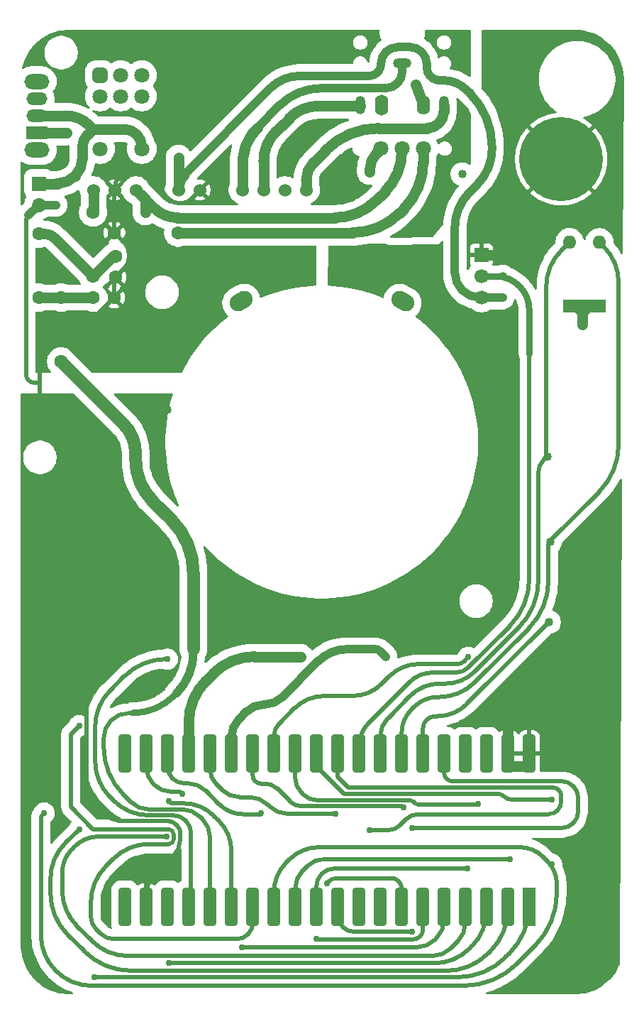
<source format=gbr>
%TF.GenerationSoftware,KiCad,Pcbnew,9.0.4*%
%TF.CreationDate,2025-09-20T00:24:39+02:00*%
%TF.ProjectId,X-DaysSynth,582d4461-7973-4537-996e-74682e6b6963,0.4*%
%TF.SameCoordinates,Original*%
%TF.FileFunction,Copper,L2,Bot*%
%TF.FilePolarity,Positive*%
%FSLAX46Y46*%
G04 Gerber Fmt 4.6, Leading zero omitted, Abs format (unit mm)*
G04 Created by KiCad (PCBNEW 9.0.4) date 2025-09-20 00:24:39*
%MOMM*%
%LPD*%
G01*
G04 APERTURE LIST*
G04 Aperture macros list*
%AMRoundRect*
0 Rectangle with rounded corners*
0 $1 Rounding radius*
0 $2 $3 $4 $5 $6 $7 $8 $9 X,Y pos of 4 corners*
0 Add a 4 corners polygon primitive as box body*
4,1,4,$2,$3,$4,$5,$6,$7,$8,$9,$2,$3,0*
0 Add four circle primitives for the rounded corners*
1,1,$1+$1,$2,$3*
1,1,$1+$1,$4,$5*
1,1,$1+$1,$6,$7*
1,1,$1+$1,$8,$9*
0 Add four rect primitives between the rounded corners*
20,1,$1+$1,$2,$3,$4,$5,0*
20,1,$1+$1,$4,$5,$6,$7,0*
20,1,$1+$1,$6,$7,$8,$9,0*
20,1,$1+$1,$8,$9,$2,$3,0*%
%AMHorizOval*
0 Thick line with rounded ends*
0 $1 width*
0 $2 $3 position (X,Y) of the first rounded end (center of the circle)*
0 $4 $5 position (X,Y) of the second rounded end (center of the circle)*
0 Add line between two ends*
20,1,$1,$2,$3,$4,$5,0*
0 Add two circle primitives to create the rounded ends*
1,1,$1,$2,$3*
1,1,$1,$4,$5*%
G04 Aperture macros list end*
%TA.AperFunction,EtchedComponent*%
%ADD10C,0.000000*%
%TD*%
%TA.AperFunction,ComponentPad*%
%ADD11R,1.700000X1.700000*%
%TD*%
%TA.AperFunction,ComponentPad*%
%ADD12O,1.700000X1.700000*%
%TD*%
%TA.AperFunction,ComponentPad*%
%ADD13C,1.800000*%
%TD*%
%TA.AperFunction,ComponentPad*%
%ADD14O,2.200000X1.200000*%
%TD*%
%TA.AperFunction,ComponentPad*%
%ADD15O,1.200000X2.200000*%
%TD*%
%TA.AperFunction,ComponentPad*%
%ADD16O,1.600000X2.300000*%
%TD*%
%TA.AperFunction,ComponentPad*%
%ADD17O,1.600000X2.500000*%
%TD*%
%TA.AperFunction,ComponentPad*%
%ADD18C,1.600000*%
%TD*%
%TA.AperFunction,ComponentPad*%
%ADD19C,1.700000*%
%TD*%
%TA.AperFunction,ComponentPad*%
%ADD20R,1.600000X1.600000*%
%TD*%
%TA.AperFunction,ComponentPad*%
%ADD21O,1.600000X1.600000*%
%TD*%
%TA.AperFunction,ComponentPad*%
%ADD22C,10.000000*%
%TD*%
%TA.AperFunction,SMDPad,CuDef*%
%ADD23R,1.524000X4.572000*%
%TD*%
%TA.AperFunction,SMDPad,CuDef*%
%ADD24RoundRect,0.381000X0.381000X1.905000X-0.381000X1.905000X-0.381000X-1.905000X0.381000X-1.905000X0*%
%TD*%
%TA.AperFunction,SMDPad,CuDef*%
%ADD25C,0.500000*%
%TD*%
%TA.AperFunction,ComponentPad*%
%ADD26C,1.524000*%
%TD*%
%TA.AperFunction,ComponentPad*%
%ADD27RoundRect,0.450000X0.450000X-0.450000X0.450000X0.450000X-0.450000X0.450000X-0.450000X-0.450000X0*%
%TD*%
%TA.AperFunction,ComponentPad*%
%ADD28O,3.000000X1.800000*%
%TD*%
%TA.AperFunction,ComponentPad*%
%ADD29R,2.500000X1.500000*%
%TD*%
%TA.AperFunction,ComponentPad*%
%ADD30O,2.500000X1.500000*%
%TD*%
%TA.AperFunction,ComponentPad*%
%ADD31HorizOval,2.032000X0.354204X0.204500X-0.354204X-0.204500X0*%
%TD*%
%TA.AperFunction,ComponentPad*%
%ADD32HorizOval,2.032000X0.354204X-0.204500X-0.354204X0.204500X0*%
%TD*%
%TA.AperFunction,ViaPad*%
%ADD33C,1.016000*%
%TD*%
%TA.AperFunction,ViaPad*%
%ADD34C,0.750000*%
%TD*%
%TA.AperFunction,Conductor*%
%ADD35C,1.270000*%
%TD*%
%TA.AperFunction,Conductor*%
%ADD36C,1.016000*%
%TD*%
%TA.AperFunction,Conductor*%
%ADD37C,1.524000*%
%TD*%
%TA.AperFunction,Conductor*%
%ADD38C,0.762000*%
%TD*%
%TA.AperFunction,Conductor*%
%ADD39C,0.508000*%
%TD*%
G04 APERTURE END LIST*
D10*
%TA.AperFunction,EtchedComponent*%
%TO.C,NT1*%
G36*
X106930000Y-88629999D02*
G01*
X106430001Y-88630000D01*
X106430000Y-86630001D01*
X106929999Y-86630000D01*
X106930000Y-88629999D01*
G37*
%TD.AperFunction*%
%TD*%
D11*
%TO.P,J9,1,Pin_1*%
%TO.N,Net-(AMP1-SWITCH2)*%
X106553000Y-63881000D03*
D12*
%TO.P,J9,2,Pin_2*%
%TO.N,/GND-IN*%
X106553000Y-66421000D03*
%TD*%
D13*
%TO.P,J3,C,COM*%
%TO.N,Net-(AMP1-L)*%
X149936200Y-59715400D03*
D14*
%TO.P,J3,G*%
%TO.N,Net-(AMP1-LOUT-)*%
X149936200Y-49555400D03*
D13*
%TO.P,J3,I,IN*%
%TO.N,/AUDIO_LOW*%
X147396200Y-59715400D03*
%TO.P,J3,O,OUT*%
%TO.N,Net-(J3-OUT)*%
X152476200Y-59715400D03*
D15*
%TO.P,J3,R*%
%TO.N,Net-(AMP1-ROUT)*%
X154936200Y-54555400D03*
D16*
%TO.P,J3,RN*%
%TO.N,Net-(J3-PadRN)*%
X152436200Y-54555400D03*
D15*
%TO.P,J3,T*%
%TO.N,Net-(AMP1-LOUT+)*%
X144936200Y-54555400D03*
D17*
%TO.P,J3,TN*%
%TO.N,unconnected-(J3-PadTN)*%
X147436200Y-54555400D03*
%TD*%
D18*
%TO.P,R3,1*%
%TO.N,/AUDIO_LOW*%
X113030000Y-67310000D03*
%TO.P,R3,2*%
%TO.N,Net-(C2-Pad1)*%
X113030000Y-74930000D03*
%TD*%
%TO.P,C1,1*%
%TO.N,Net-(C1-Pad1)*%
X113030000Y-77470000D03*
%TO.P,C1,2*%
%TO.N,GNDA*%
X115530000Y-77470000D03*
%TD*%
D11*
%TO.P,J4,1,Pin_1*%
%TO.N,/DGND*%
X159385000Y-72390000D03*
D19*
%TO.P,J4,2,Pin_2*%
%TO.N,/LED_DIN*%
X159385000Y-74930000D03*
%TO.P,J4,3,Pin_3*%
%TO.N,+3.3V*%
X159385000Y-77470000D03*
%TD*%
D18*
%TO.P,R2,1*%
%TO.N,Net-(C2-Pad1)*%
X106553000Y-69850000D03*
%TO.P,R2,2*%
%TO.N,Net-(C1-Pad1)*%
X106553000Y-77470000D03*
%TD*%
%TO.P,R8,1*%
%TO.N,Net-(J3-OUT)*%
X123190000Y-69723000D03*
%TO.P,R8,2*%
%TO.N,GNDA*%
X115570000Y-69723000D03*
%TD*%
D20*
%TO.P,D2,1,K*%
%TO.N,Net-(D1-K)*%
X169926000Y-78486000D03*
D21*
%TO.P,D2,2,A*%
%TO.N,/PARAM*%
X169926000Y-70866000D03*
%TD*%
D18*
%TO.P,R1,1*%
%TO.N,Net-(C1-Pad1)*%
X109220000Y-77470000D03*
%TO.P,R1,2*%
%TO.N,/PWM_OUT*%
X109220000Y-85090000D03*
%TD*%
D20*
%TO.P,D1,1,K*%
%TO.N,Net-(D1-K)*%
X173482000Y-78501000D03*
D21*
%TO.P,D1,2,A*%
%TO.N,/WRITE*%
X173482000Y-70881000D03*
%TD*%
D22*
%TO.P,J1,1,Pin_1*%
%TO.N,/DGND*%
X168910000Y-60960000D03*
%TD*%
D18*
%TO.P,C2,1*%
%TO.N,Net-(C2-Pad1)*%
X115697000Y-72537000D03*
%TO.P,C2,2*%
%TO.N,GNDA*%
X115697000Y-75037000D03*
%TD*%
D23*
%TO.P,U1,1,B12/NSS2*%
%TO.N,/C0*%
X165100000Y-150114000D03*
D24*
%TO.P,U1,2,B13/SCK2*%
%TO.N,/C#0*%
X162559999Y-150114000D03*
%TO.P,U1,3,B14/MISO2*%
%TO.N,/D0*%
X160020000Y-150114000D03*
%TO.P,U1,4,B15/MOSI2*%
%TO.N,/D#0*%
X157479999Y-150114000D03*
%TO.P,U1,5,A8/MCO*%
%TO.N,/E0*%
X154940000Y-150114000D03*
%TO.P,U1,6,A9/U1TXa*%
%TO.N,/F0*%
X152399999Y-150114000D03*
%TO.P,U1,7,A10/U1RXa*%
%TO.N,/F#0*%
X149860000Y-150114000D03*
%TO.P,U1,8,A11/CANRX/USBDM*%
%TO.N,unconnected-(U1-A11{slash}CANRX{slash}USBDM-Pad8)*%
X147320000Y-150114001D03*
%TO.P,U1,9,A12/CANTX/USBDP*%
%TO.N,unconnected-(U1-A12{slash}CANTX{slash}USBDP-Pad9)*%
X144780000Y-150114000D03*
%TO.P,U1,10,A15/JTDI*%
%TO.N,/A0*%
X142240000Y-150114000D03*
%TO.P,U1,11,B3/JTDO*%
%TO.N,/A#0*%
X139700000Y-150114000D03*
%TO.P,U1,12,B4/JnTRST*%
%TO.N,/B0*%
X137160000Y-150114000D03*
%TO.P,U1,13,B5*%
%TO.N,/C1*%
X134620000Y-150114001D03*
%TO.P,U1,14,B6/SCL1a/U1TXb*%
%TO.N,/C#1*%
X132080000Y-150114000D03*
%TO.P,U1,15,B7/SDA1a/U1RXb*%
%TO.N,/D1*%
X129540000Y-150114001D03*
%TO.P,U1,16,B8/SCL1b/CANRX*%
%TO.N,/PWM_OUT*%
X127000000Y-150114000D03*
%TO.P,U1,17,B9/SDA1b/CANTX*%
%TO.N,/D#1*%
X124460000Y-150114001D03*
%TO.P,U1,18,5V*%
%TO.N,unconnected-(U1-5V-Pad18)*%
X121920000Y-150114000D03*
%TO.P,U1,19,GND*%
%TO.N,/DGND*%
X119380000Y-150114001D03*
%TO.P,U1,20,3V3*%
%TO.N,unconnected-(U1-3V3-Pad20)*%
X116840000Y-150114000D03*
%TO.P,U1,21,VBAT*%
%TO.N,unconnected-(U1-VBAT-Pad21)*%
X116840000Y-131826000D03*
%TO.P,U1,22,C13*%
%TO.N,/E1*%
X119380001Y-131826000D03*
%TO.P,U1,23,C14/OSC32_IN*%
%TO.N,/F1*%
X121920000Y-131826000D03*
%TO.P,U1,24,C15/OSC32_OUT*%
%TO.N,/F#1*%
X124460001Y-131826000D03*
%TO.P,U1,25,A0/WKUP*%
%TO.N,/G1*%
X127000000Y-131826000D03*
%TO.P,U1,26,A1*%
%TO.N,/G#1*%
X129540001Y-131826000D03*
%TO.P,U1,27,A2/U2TX*%
%TO.N,/A1*%
X132080000Y-131826000D03*
%TO.P,U1,28,A3/U2RX*%
%TO.N,/A#1*%
X134620000Y-131825999D03*
%TO.P,U1,29,A4/NSS1*%
%TO.N,/B1*%
X137160000Y-131826000D03*
%TO.P,U1,30,A5/SCK1*%
%TO.N,/C2*%
X139700000Y-131826000D03*
%TO.P,U1,31,A6/MISO1*%
%TO.N,/G0*%
X142240000Y-131826000D03*
%TO.P,U1,32,A7/MOSI1*%
%TO.N,/LED_DIN*%
X144780000Y-131826000D03*
%TO.P,U1,33,B0*%
%TO.N,/PARAM*%
X147320000Y-131825999D03*
%TO.P,U1,34,B1*%
%TO.N,/WRITE*%
X149860000Y-131826000D03*
%TO.P,U1,35,B10/SCL2/U3TX*%
%TO.N,/PATCH*%
X152400000Y-131825999D03*
%TO.P,U1,36,B11/SDA2/U3RX*%
%TO.N,/G#0*%
X154940000Y-131826000D03*
%TO.P,U1,37,nRESET*%
%TO.N,unconnected-(U1-nRESET-Pad37)*%
X157480000Y-131825999D03*
%TO.P,U1,38,3V3*%
%TO.N,+3.3V*%
X160020000Y-131826000D03*
%TO.P,U1,39,GND*%
%TO.N,/DGND*%
X162560000Y-131825999D03*
%TO.P,U1,40,GND*%
X165100000Y-131826000D03*
%TD*%
D25*
%TO.P,NT1,1,1*%
%TO.N,/DGND*%
X106680000Y-88630000D03*
%TO.P,NT1,2,2*%
%TO.N,/GND-IN*%
X106680000Y-87630000D03*
%TO.P,NT1,3,3*%
%TO.N,GNDA*%
X106680000Y-86630000D03*
%TD*%
D26*
%TO.P,AMP1,1,ROUT*%
%TO.N,Net-(AMP1-ROUT)*%
X138478447Y-64641500D03*
%TO.P,AMP1,2,ROUT-*%
%TO.N,Net-(AMP1-LOUT-)*%
X135938447Y-64641500D03*
%TO.P,AMP1,3,LOUT+*%
%TO.N,Net-(AMP1-LOUT+)*%
X133398447Y-64641500D03*
%TO.P,AMP1,4,LOUT-*%
%TO.N,Net-(AMP1-LOUT-)*%
X130858447Y-64641500D03*
%TO.P,AMP1,5,POWER-*%
%TO.N,GNDA*%
X125778447Y-64641500D03*
%TO.P,AMP1,6,POWER+*%
%TO.N,+3.3V*%
X123238447Y-64641500D03*
%TO.P,AMP1,7,L*%
%TO.N,Net-(AMP1-L)*%
X118158447Y-64641500D03*
%TO.P,AMP1,8,G*%
%TO.N,GNDA*%
X115618447Y-64641500D03*
%TO.P,AMP1,9,R*%
%TO.N,/AUDIO_LOW*%
X113078447Y-64641500D03*
D27*
%TO.P,AMP1,10*%
%TO.N,N/C*%
X113840447Y-50965500D03*
D13*
%TO.P,AMP1,11*%
X116340447Y-50965500D03*
%TO.P,AMP1,12*%
X118840447Y-50965500D03*
%TO.P,AMP1,13*%
X113840447Y-53465500D03*
%TO.P,AMP1,14*%
X116340448Y-53465500D03*
%TO.P,AMP1,15*%
X118840447Y-53465500D03*
%TO.P,AMP1,16,SWITCH1*%
%TO.N,+3.3V*%
X113840447Y-59739300D03*
%TO.P,AMP1,17,SWITCH2*%
%TO.N,Net-(AMP1-SWITCH2)*%
X118840447Y-59739300D03*
%TD*%
D28*
%TO.P,J2,*%
%TO.N,*%
X106299000Y-59885000D03*
X106299000Y-51685000D03*
D29*
%TO.P,J2,1,Pin_1*%
%TO.N,+3.3V*%
X106299000Y-57785000D03*
D30*
%TO.P,J2,2,Pin_2*%
%TO.N,Net-(AMP1-SWITCH2)*%
X106299000Y-55785000D03*
%TO.P,J2,3,Pin_3*%
%TO.N,unconnected-(J2-Pin_3-Pad3)*%
X106299000Y-53785000D03*
%TD*%
D31*
%TO.P,LS1,1,1*%
%TO.N,Net-(AMP1-LOUT-)*%
X130715000Y-77929096D03*
D32*
%TO.P,LS1,2,2*%
%TO.N,Net-(J3-PadRN)*%
X149987000Y-77929096D03*
%TD*%
D33*
%TO.N,Net-(J3-PadRN)*%
X151511000Y-52070000D03*
%TO.N,Net-(AMP1-L)*%
X119253000Y-67310000D03*
%TO.N,+3.3V*%
X161925000Y-77470000D03*
%TO.N,/LED_DIN*%
X161925000Y-74930000D03*
%TO.N,Net-(J3-PadRN)*%
X157099000Y-62738000D03*
%TO.N,/GND-IN*%
X108585000Y-66421000D03*
%TO.N,Net-(AMP1-SWITCH2)*%
X108739359Y-63881000D03*
X109855000Y-55880000D03*
%TO.N,/AUDIO_LOW*%
X146050000Y-62484000D03*
%TO.N,Net-(AMP1-ROUT)*%
X138645489Y-62484000D03*
%TO.N,Net-(AMP1-LOUT-)*%
X130858447Y-62230000D03*
%TO.N,+3.3V*%
X123238447Y-60769000D03*
%TO.N,GNDA*%
X157480000Y-55245000D03*
X135890000Y-74295000D03*
X122555000Y-83185000D03*
X109220000Y-61595000D03*
X137160000Y-60325000D03*
X154305000Y-62865000D03*
X156845000Y-48895000D03*
X140970000Y-48260000D03*
X108585000Y-73660000D03*
X113665000Y-84455000D03*
X127000000Y-73025000D03*
X142875000Y-64770000D03*
%TO.N,+3.3V*%
X109855000Y-57785000D03*
%TO.N,/DGND*%
X161798000Y-109982000D03*
X168021000Y-118618000D03*
X175260000Y-108585000D03*
X128905000Y-112395000D03*
X175260000Y-118110000D03*
X161290000Y-80010000D03*
X161925000Y-99060000D03*
X106680000Y-99695000D03*
X110490000Y-90805000D03*
X160655000Y-47625000D03*
X163830000Y-72390000D03*
X166370000Y-69215000D03*
X114300000Y-99695000D03*
X173990000Y-64135000D03*
X117348000Y-116967000D03*
X121920000Y-90805000D03*
X106680000Y-116840000D03*
D34*
%TO.N,/C0*%
X113157000Y-158496000D03*
%TO.N,/C#0*%
X111379000Y-140843000D03*
%TO.N,/D0*%
X122047000Y-156835000D03*
%TO.N,/D#0*%
X121783000Y-141742000D03*
%TO.N,/E0*%
X130810000Y-154940000D03*
%TO.N,/F0*%
X139700000Y-153924000D03*
%TO.N,/F#0*%
X140970000Y-147329000D03*
%TO.N,/G0*%
X146050000Y-140970000D03*
%TO.N,/G#0*%
X151130000Y-140716000D03*
%TO.N,/A0*%
X151130000Y-153099000D03*
%TO.N,/A#0*%
X157734000Y-145542000D03*
%TO.N,/B0*%
X162814000Y-144399000D03*
%TO.N,/C1*%
X167767000Y-145034000D03*
X107188000Y-138938000D03*
%TO.N,/C#1*%
X111379000Y-128524000D03*
%TO.N,/D1*%
X122047000Y-137531000D03*
%TO.N,/D#1*%
X121903827Y-120573628D03*
%TO.N,/E1*%
X123698000Y-136652000D03*
%TO.N,/F1*%
X133096000Y-138938000D03*
%TO.N,/F#1*%
X137795000Y-120269000D03*
%TO.N,/G1*%
X141986000Y-139001000D03*
%TO.N,/G#1*%
X147955000Y-120269000D03*
%TO.N,/A1*%
X150114000Y-138293000D03*
%TO.N,/A#1*%
X157810953Y-120345953D03*
%TO.N,/B1*%
X159004000Y-137859000D03*
%TO.N,/C2*%
X167767000Y-137287000D03*
D33*
%TO.N,/PARAM*%
X167259000Y-96469200D03*
%TO.N,/WRITE*%
X167640000Y-106578400D03*
%TO.N,/PATCH*%
X167487600Y-116154200D03*
%TO.N,Net-(D1-K)*%
X171475400Y-80645000D03*
%TD*%
D35*
%TO.N,Net-(J3-PadRN)*%
X152436200Y-54555400D02*
X151511000Y-52070000D01*
D36*
%TO.N,+3.3V*%
X157635573Y-52733573D02*
G75*
G03*
X154807146Y-51561968I-2828473J-2828427D01*
G01*
X160655000Y-59480922D02*
G75*
G03*
X158018972Y-53116950I-9000000J22D01*
G01*
X156210000Y-69160281D02*
X156210000Y-74470000D01*
X158897641Y-63987359D02*
X157967360Y-64917640D01*
X160655000Y-59480922D02*
X160655000Y-59744719D01*
X157635573Y-52733573D02*
X158018961Y-53116961D01*
X154382000Y-51562000D02*
X154807146Y-51562000D01*
X159210000Y-77470000D02*
X159385000Y-77470000D01*
X154370000Y-51550000D02*
X154382000Y-51562000D01*
X149400000Y-47600000D02*
X150870000Y-47600000D01*
X147400000Y-49640400D02*
X147400000Y-49600000D01*
X137720668Y-51040400D02*
X146000000Y-51040400D01*
X123824234Y-62865766D02*
X134185134Y-52504866D01*
X156210000Y-74470000D02*
G75*
G03*
X159210000Y-77470000I3000000J0D01*
G01*
X157967360Y-64917640D02*
G75*
G03*
X156209987Y-69160281I4242640J-4242660D01*
G01*
X160655000Y-59744719D02*
G75*
G02*
X158897632Y-63987350I-6000000J19D01*
G01*
X152870000Y-50050000D02*
G75*
G03*
X154106229Y-51526475I1499700J-100D01*
G01*
X150870000Y-47600000D02*
G75*
G02*
X152870000Y-49600000I0J-2000000D01*
G01*
X147400000Y-49600000D02*
G75*
G02*
X149400000Y-47600000I2000000J0D01*
G01*
X146000000Y-51040400D02*
G75*
G03*
X147400000Y-49640400I0J1400000D01*
G01*
X154106228Y-51526482D02*
G75*
G03*
X154370000Y-51549995I266172J1494682D01*
G01*
X152870000Y-49600000D02*
X152870000Y-50050000D01*
X134185134Y-52504866D02*
G75*
G02*
X137720668Y-51040377I3535566J-3535534D01*
G01*
D35*
%TO.N,Net-(D1-K)*%
X173467000Y-78486000D02*
X173482000Y-78501000D01*
D37*
X169926000Y-78486000D02*
X173467000Y-78486000D01*
D35*
%TO.N,Net-(AMP1-L)*%
X119253000Y-65736053D02*
X118158447Y-64641500D01*
X119253000Y-67310000D02*
X119253000Y-65736053D01*
%TO.N,/AUDIO_LOW*%
X113078447Y-67261553D02*
X113030000Y-67310000D01*
X113078447Y-64641500D02*
X113078447Y-67261553D01*
D38*
%TO.N,/LED_DIN*%
X165100000Y-78930000D02*
G75*
G03*
X161100000Y-74930000I-4000000J0D01*
G01*
X161100000Y-74930000D02*
X159385000Y-74930000D01*
D36*
%TO.N,+3.3V*%
X161925000Y-77470000D02*
X159385000Y-77470000D01*
%TO.N,/GND-IN*%
X108585000Y-66421000D02*
X106553000Y-66421000D01*
D35*
%TO.N,/AUDIO_LOW*%
X146050000Y-62304241D02*
G75*
G02*
X146928660Y-60182900I3000000J41D01*
G01*
X146928680Y-60182920D02*
X147396200Y-59715400D01*
X146050000Y-62484000D02*
X146050000Y-62304241D01*
%TO.N,Net-(AMP1-LOUT-)*%
X130858447Y-64641500D02*
X130858447Y-62230000D01*
%TO.N,+3.3V*%
X123238447Y-64641500D02*
X123238447Y-60769000D01*
D39*
%TO.N,GNDA*%
X121158000Y-63914214D02*
X121158000Y-63992540D01*
X106680000Y-86630000D02*
X106680000Y-85062641D01*
X115530000Y-75204000D02*
X115697000Y-75037000D01*
X115618447Y-64641500D02*
X115618447Y-64406980D01*
X115530000Y-77470000D02*
X115530000Y-75204000D01*
X120346787Y-62688787D02*
X120865107Y-63207107D01*
X110081641Y-81661000D02*
X110096359Y-81661000D01*
X124869761Y-65653713D02*
X125778447Y-64745027D01*
X117333000Y-72314427D02*
X117333000Y-72572573D01*
X117922427Y-62103000D02*
X118932573Y-62103000D01*
X121743787Y-65406754D02*
X121990747Y-65653714D01*
X107558680Y-82941320D02*
X107960321Y-82539679D01*
X115570000Y-64689947D02*
X115570000Y-69723000D01*
D35*
X125778447Y-64745027D02*
X125778447Y-64641500D01*
D39*
X112217680Y-80782320D02*
X115530000Y-77470000D01*
X123404960Y-66239500D02*
X123455547Y-66239500D01*
X116204234Y-62992766D02*
X116508214Y-62688786D01*
X116747213Y-73986787D02*
X115697000Y-75037000D01*
X115570000Y-69723000D02*
X116747214Y-70900214D01*
D35*
X115618447Y-64641500D02*
X115570000Y-64689947D01*
D39*
X116747213Y-73986787D02*
G75*
G03*
X117332981Y-72572573I-1414213J1414187D01*
G01*
X107558680Y-82941320D02*
G75*
G03*
X106680029Y-85062641I2121320J-2121280D01*
G01*
X116204234Y-62992766D02*
G75*
G03*
X115618419Y-64406980I1414166J-1414234D01*
G01*
X123404960Y-66239500D02*
G75*
G02*
X121990767Y-65653694I40J2000000D01*
G01*
X121743787Y-65406754D02*
G75*
G02*
X121157972Y-63992540I1414213J1414254D01*
G01*
X116508214Y-62688786D02*
G75*
G02*
X117922427Y-62103019I1414186J-1414214D01*
G01*
X120865107Y-63207107D02*
G75*
G02*
X121157990Y-63914214I-707107J-707093D01*
G01*
X116747214Y-70900214D02*
G75*
G02*
X117332981Y-72314427I-1414214J-1414186D01*
G01*
X107960321Y-82539679D02*
G75*
G02*
X110081641Y-81661029I2121279J-2121321D01*
G01*
X123455547Y-66239500D02*
G75*
G03*
X124869738Y-65653690I-47J2000000D01*
G01*
X112217680Y-80782320D02*
G75*
G02*
X110096359Y-81660971I-2121280J2121320D01*
G01*
X120346787Y-62688787D02*
G75*
G03*
X118932573Y-62103019I-1414187J-1414213D01*
G01*
D35*
%TO.N,+3.3V*%
X106299000Y-57785000D02*
X109855000Y-57785000D01*
X123575084Y-63168558D02*
X123640021Y-63077042D01*
X123238447Y-64641500D02*
X123238447Y-64279980D01*
X123784762Y-62905641D02*
X123824234Y-62865766D01*
X123238707Y-64223873D02*
X123245000Y-64111836D01*
X123245000Y-64111836D02*
X123257565Y-64000327D01*
X123301334Y-63780299D02*
X123332401Y-63672471D01*
X123709987Y-62989311D02*
X123784762Y-62905641D01*
X123238447Y-64279980D02*
X123238707Y-64223873D01*
X123412409Y-63462883D02*
X123461098Y-63361783D01*
X123515380Y-63263571D02*
X123575084Y-63168558D01*
X123369465Y-63566555D02*
X123412409Y-63462883D01*
X123461098Y-63361783D02*
X123515380Y-63263571D01*
X123332401Y-63672471D02*
X123369465Y-63566555D01*
X123257565Y-64000327D02*
X123276363Y-63889699D01*
X123276363Y-63889699D02*
X123301334Y-63780299D01*
X123640021Y-63077042D02*
X123709987Y-62989311D01*
%TO.N,/DGND*%
X110295534Y-94420534D02*
X108144466Y-92269466D01*
D39*
X114894039Y-119420961D02*
X117348000Y-116967000D01*
X119380000Y-148590001D02*
X119380000Y-148562641D01*
D35*
X116760000Y-116967000D02*
X117348000Y-116967000D01*
D39*
X123444000Y-142013359D02*
X123444000Y-141257214D01*
D35*
X162560000Y-133349999D02*
X162560000Y-127806922D01*
D39*
X123151107Y-140550107D02*
X122797836Y-140196836D01*
X106680000Y-88733932D02*
X106680000Y-88630000D01*
X120258680Y-146441320D02*
X122565321Y-144134679D01*
X122090729Y-139903943D02*
X116795797Y-139903943D01*
X112258000Y-135366146D02*
X112258000Y-125784922D01*
D35*
X165100000Y-133350000D02*
X162560001Y-133350000D01*
X165196039Y-121442961D02*
X168021000Y-118618000D01*
X111760000Y-111967000D02*
X111760000Y-97956068D01*
X162560001Y-133350000D02*
X162560000Y-133349999D01*
X159385000Y-72390000D02*
X163830000Y-72390000D01*
D39*
X113967370Y-138732370D02*
X113429573Y-138194573D01*
D35*
X168021000Y-118872000D02*
X168021000Y-118618000D01*
D39*
X119380000Y-148562641D02*
G75*
G02*
X120258660Y-146441300I3000000J41D01*
G01*
X116795797Y-139903943D02*
G75*
G02*
X113967362Y-138732378I3J4000043D01*
G01*
X108144466Y-92269466D02*
G75*
G02*
X106679977Y-88733932I3535534J3535566D01*
G01*
X114894039Y-119420961D02*
G75*
G03*
X112258016Y-125784922I6363961J-6363939D01*
G01*
X122797836Y-140196836D02*
G75*
G03*
X122090729Y-139903910I-707136J-707064D01*
G01*
D35*
X111760000Y-111967000D02*
G75*
G03*
X116760000Y-116967000I5000000J0D01*
G01*
D39*
X122565321Y-144134679D02*
G75*
G03*
X123443971Y-142013359I-2121321J2121279D01*
G01*
D35*
X162560000Y-127806922D02*
G75*
G02*
X165196028Y-121442950I9000000J22D01*
G01*
D39*
X113429573Y-138194573D02*
G75*
G02*
X112257968Y-135366146I2828427J2828473D01*
G01*
X123444000Y-141257214D02*
G75*
G03*
X123151114Y-140550100I-1000000J14D01*
G01*
D35*
X111760000Y-97956068D02*
G75*
G03*
X110295518Y-94420550I-5000000J-32D01*
G01*
D39*
%TO.N,/C0*%
X162756854Y-155632146D02*
X162236146Y-156152854D01*
X156579292Y-158496000D02*
X113157000Y-158496000D01*
X165100000Y-148590000D02*
X165100000Y-149975292D01*
X165100000Y-149975292D02*
G75*
G02*
X162756858Y-155632150I-8000000J-8D01*
G01*
X162236146Y-156152854D02*
G75*
G02*
X156579292Y-158495994I-5656846J5656854D01*
G01*
%TO.N,/C#0*%
X107950000Y-148484505D02*
X107950000Y-146757281D01*
X162559999Y-148590000D02*
X162559999Y-150389506D01*
X111956854Y-155390854D02*
X110000252Y-153434252D01*
X109707360Y-142514640D02*
X111379000Y-140843000D01*
X155215505Y-157734000D02*
X117613708Y-157734000D01*
X160509746Y-155339254D02*
X160165252Y-155683748D01*
X111956854Y-155390854D02*
G75*
G03*
X117613708Y-157733994I5656846J5656854D01*
G01*
X110000252Y-153434252D02*
G75*
G02*
X107949996Y-148484505I4949748J4949752D01*
G01*
X160165252Y-155683748D02*
G75*
G02*
X155215505Y-157734004I-4949752J4949748D01*
G01*
X107950000Y-146757281D02*
G75*
G02*
X109707369Y-142514649I6000000J-19D01*
G01*
X162559999Y-150389506D02*
G75*
G02*
X160509743Y-155339251I-6999999J6D01*
G01*
%TO.N,/D0*%
X153734719Y-156835000D02*
X122047000Y-156835000D01*
X158262640Y-154792360D02*
X157977359Y-155077641D01*
X160020000Y-148590000D02*
X160020000Y-150549719D01*
X158262640Y-154792360D02*
G75*
G03*
X160020013Y-150549719I-4242640J4242660D01*
G01*
X157977359Y-155077641D02*
G75*
G02*
X153734719Y-156835013I-4242659J4242641D01*
G01*
%TO.N,/D#0*%
X157479999Y-148590000D02*
X157479999Y-152046360D01*
X153570359Y-155956000D02*
X117166281Y-155956000D01*
X110518573Y-143227427D02*
X110842427Y-142903573D01*
X113670854Y-141732000D02*
X121773000Y-141732000D01*
X121773000Y-141732000D02*
X121783000Y-141742000D01*
X112923640Y-154198640D02*
X111104359Y-152379359D01*
X156601319Y-154167681D02*
X155691679Y-155077321D01*
X109347000Y-148136719D02*
X109347000Y-146055854D01*
X111104359Y-152379359D02*
G75*
G02*
X109346987Y-148136719I4242641J4242659D01*
G01*
X156601319Y-154167681D02*
G75*
G03*
X157479971Y-152046360I-2121319J2121281D01*
G01*
X110842427Y-142903573D02*
G75*
G02*
X113670854Y-141731968I2828473J-2828427D01*
G01*
X109347000Y-146055854D02*
G75*
G02*
X110518596Y-143227450I4000000J-46D01*
G01*
X155691679Y-155077321D02*
G75*
G02*
X153570359Y-155955971I-2121279J2121321D01*
G01*
X112923640Y-154198640D02*
G75*
G03*
X117166281Y-155956013I4242660J4242640D01*
G01*
%TO.N,/E0*%
X154061320Y-153786680D02*
X153786679Y-154061321D01*
X154940000Y-148590000D02*
X154940000Y-151665359D01*
X151665359Y-154940000D02*
X130810000Y-154940000D01*
X154061320Y-153786680D02*
G75*
G03*
X154939971Y-151665359I-2121320J2121280D01*
G01*
X153786679Y-154061321D02*
G75*
G02*
X151665359Y-154939971I-2121279J2121321D01*
G01*
%TO.N,/F0*%
X152399999Y-148590000D02*
X152399999Y-152874787D01*
X152107106Y-153581894D02*
X152003893Y-153685107D01*
X151296786Y-153978000D02*
X139754000Y-153978000D01*
X139754000Y-153978000D02*
X139700000Y-153924000D01*
X151296786Y-153978000D02*
G75*
G03*
X152003900Y-153685114I14J1000000D01*
G01*
X152399999Y-152874787D02*
G75*
G02*
X152107112Y-153581900I-999999J-13D01*
G01*
%TO.N,/F#0*%
X149860000Y-148590000D02*
X149860000Y-147861214D01*
X149567107Y-147154107D02*
X149390893Y-146977893D01*
X141321107Y-146977893D02*
X140970000Y-147329000D01*
X148683786Y-146685000D02*
X142028214Y-146685000D01*
X149567107Y-147154107D02*
G75*
G02*
X149859990Y-147861214I-707107J-707093D01*
G01*
X142028214Y-146685000D02*
G75*
G03*
X141321100Y-146977886I-14J-1000000D01*
G01*
X148683786Y-146685000D02*
G75*
G02*
X149390900Y-146977886I14J-1000000D01*
G01*
%TO.N,/G0*%
X149683787Y-140384213D02*
X150417214Y-139650786D01*
X142240000Y-134620000D02*
X142240000Y-133350000D01*
X143510000Y-135890000D02*
X142240000Y-134620000D01*
X151831427Y-139065000D02*
X167410000Y-139065000D01*
X146050000Y-140970000D02*
X148269573Y-140970000D01*
X167910000Y-135890000D02*
X143510000Y-135890000D01*
X168910000Y-137565000D02*
X168910000Y-136890000D01*
X168910000Y-136890000D02*
G75*
G03*
X167910000Y-135890000I-1000000J0D01*
G01*
X167410000Y-139065000D02*
G75*
G03*
X168910000Y-137565000I0J1500000D01*
G01*
X149683787Y-140384213D02*
G75*
G02*
X148269573Y-140969981I-1414187J1414213D01*
G01*
X150417214Y-139650786D02*
G75*
G02*
X151831427Y-139065019I1414186J-1414214D01*
G01*
%TO.N,/G#0*%
X168942000Y-140716000D02*
X151130000Y-140716000D01*
X154940000Y-133350000D02*
X154940000Y-134128000D01*
X155940000Y-135128000D02*
X168942000Y-135128000D01*
X170942000Y-137128000D02*
X170942000Y-138716000D01*
X155940000Y-135128000D02*
G75*
G02*
X154940000Y-134128000I0J1000000D01*
G01*
X168942000Y-135128000D02*
G75*
G02*
X170942000Y-137128000I0J-2000000D01*
G01*
X170942000Y-138716000D02*
G75*
G02*
X168942000Y-140716000I-2000000J0D01*
G01*
%TO.N,/A0*%
X142240000Y-148590000D02*
X142240000Y-151099000D01*
X144240000Y-153099000D02*
X151130000Y-153099000D01*
X144240000Y-153099000D02*
G75*
G02*
X142240000Y-151099000I0J2000000D01*
G01*
%TO.N,/A#0*%
X140285787Y-146226213D02*
X140384214Y-146127786D01*
X139700000Y-148590000D02*
X139700000Y-147640427D01*
X141798427Y-145542000D02*
X157734000Y-145542000D01*
X141798427Y-145542000D02*
G75*
G03*
X140384200Y-146127772I-27J-2000000D01*
G01*
X139700000Y-147640427D02*
G75*
G02*
X140285773Y-146226199I2000000J27D01*
G01*
%TO.N,/B0*%
X138038680Y-145806320D02*
X138567321Y-145277679D01*
X137160000Y-148590000D02*
X137160000Y-147927641D01*
X140688641Y-144399000D02*
X162814000Y-144399000D01*
X137160000Y-147927641D02*
G75*
G02*
X138038660Y-145806300I3000000J41D01*
G01*
X140688641Y-144399000D02*
G75*
G03*
X138567301Y-145277659I-41J-3000000D01*
G01*
%TO.N,/C1*%
X139993068Y-143002000D02*
X163951146Y-143002000D01*
X136084466Y-144839534D02*
X136457534Y-144466466D01*
X134620000Y-148590001D02*
X134620000Y-148375068D01*
X157308078Y-159512000D02*
X112848281Y-159512000D01*
X165765961Y-154782039D02*
X163672039Y-156875961D01*
X166779573Y-144173573D02*
X167230427Y-144624427D01*
X108605640Y-157754640D02*
X108564359Y-157713359D01*
X106807000Y-139319000D02*
X107188000Y-138938000D01*
X106807000Y-153470719D02*
X106807000Y-139319000D01*
X168402000Y-147452854D02*
X168402000Y-148418078D01*
X168402000Y-148418078D02*
G75*
G02*
X165765972Y-154782050I-9000000J-22D01*
G01*
X108605640Y-157754640D02*
G75*
G03*
X112848281Y-159512013I4242660J4242640D01*
G01*
X163672039Y-156875961D02*
G75*
G02*
X157308078Y-159511984I-6363939J6363961D01*
G01*
X136457534Y-144466466D02*
G75*
G02*
X139993068Y-143001977I3535566J-3535534D01*
G01*
X108564359Y-157713359D02*
G75*
G02*
X106806987Y-153470719I4242641J4242659D01*
G01*
X134620000Y-148375068D02*
G75*
G02*
X136084482Y-144839550I5000000J-32D01*
G01*
X163951146Y-143002000D02*
G75*
G02*
X166779550Y-144173596I-46J-4000000D01*
G01*
X167230427Y-144624427D02*
G75*
G02*
X168402032Y-147452854I-2828427J-2828473D01*
G01*
%TO.N,/C#1*%
X122672000Y-142021000D02*
X122672000Y-141502377D01*
X113968213Y-153338213D02*
X113361786Y-152731786D01*
X110363000Y-138176000D02*
X110363000Y-129540000D01*
X132080000Y-148590000D02*
X132080000Y-152159680D01*
X130315680Y-153924000D02*
X115382427Y-153924000D01*
X114533360Y-145308640D02*
X115463641Y-144378359D01*
X110363000Y-129540000D02*
X111379000Y-128524000D01*
X122012623Y-140843000D02*
X113030000Y-140843000D01*
X131640660Y-153220340D02*
X131376340Y-153484660D01*
X113030000Y-140843000D02*
X110363000Y-138176000D01*
X119706281Y-142621000D02*
X122072000Y-142621000D01*
X122496264Y-141078113D02*
X122436887Y-141018736D01*
X112776000Y-151317573D02*
X112776000Y-149551281D01*
X132080000Y-152159680D02*
G75*
G02*
X131640670Y-153220350I-1500000J-20D01*
G01*
X122072000Y-142621000D02*
G75*
G03*
X122672000Y-142021000I0J600000D01*
G01*
X130315680Y-153924000D02*
G75*
G03*
X131376350Y-153484670I20J1500000D01*
G01*
X112776000Y-151317573D02*
G75*
G03*
X113361772Y-152731800I2000000J-27D01*
G01*
X115463641Y-144378359D02*
G75*
G02*
X119706281Y-142620987I4242659J-4242641D01*
G01*
X122436887Y-141018736D02*
G75*
G03*
X122012623Y-140842984I-424287J-424264D01*
G01*
X112776000Y-149551281D02*
G75*
G02*
X114533369Y-145308649I6000000J-19D01*
G01*
X115382427Y-153924000D02*
G75*
G02*
X113968199Y-153338227I-27J2000000D01*
G01*
X122672000Y-141502377D02*
G75*
G03*
X122496253Y-141078124I-600000J-23D01*
G01*
%TO.N,/D1*%
X128075534Y-139886534D02*
X127432410Y-139243410D01*
X123896876Y-137778944D02*
X122294944Y-137778944D01*
X122294944Y-137778944D02*
X122047000Y-137531000D01*
X129540000Y-148590001D02*
X129540000Y-143422068D01*
X128075534Y-139886534D02*
G75*
G02*
X129540023Y-143422068I-3535534J-3535566D01*
G01*
X127432410Y-139243410D02*
G75*
G03*
X123896876Y-137778948I-3535510J-3535490D01*
G01*
%TO.N,/D#1*%
X124128213Y-139876213D02*
X124033729Y-139781729D01*
X124714000Y-148336001D02*
X124714000Y-141290427D01*
X115041360Y-124353640D02*
X116771120Y-122623880D01*
X121720867Y-120573628D02*
X121903827Y-120573628D01*
X124460000Y-148590001D02*
X124714000Y-148336001D01*
X113284000Y-132769719D02*
X113284000Y-128596281D01*
X122619516Y-139195943D02*
X119710224Y-139195943D01*
X115467583Y-137438583D02*
X115041359Y-137012359D01*
X116771120Y-122623880D02*
G75*
G02*
X121720867Y-120573596I4949780J-4949720D01*
G01*
X119710224Y-139195943D02*
G75*
G02*
X115467562Y-137438604I-24J6000043D01*
G01*
X113284000Y-128596281D02*
G75*
G02*
X115041369Y-124353649I6000000J-19D01*
G01*
X124714000Y-141290427D02*
G75*
G03*
X124128227Y-139876199I-2000000J27D01*
G01*
X124033729Y-139781729D02*
G75*
G03*
X122619516Y-139195919I-1414229J-1414171D01*
G01*
X115041359Y-137012359D02*
G75*
G02*
X113283987Y-132769719I4242641J4242659D01*
G01*
%TO.N,/E1*%
X123444000Y-136398000D02*
X123698000Y-136652000D01*
X122380001Y-136398000D02*
X123444000Y-136398000D01*
X119380001Y-133350000D02*
X119380001Y-133398000D01*
X122380001Y-136398000D02*
G75*
G02*
X119380000Y-133398000I-1J3000000D01*
G01*
%TO.N,/F1*%
X121920000Y-133382000D02*
X121920000Y-133350000D01*
X128114427Y-137893427D02*
X126481679Y-136260679D01*
X133096000Y-138938000D02*
X133086000Y-139065000D01*
X133086000Y-139065000D02*
X130942854Y-139065000D01*
X124360359Y-135382000D02*
X123920000Y-135382000D01*
X130942854Y-139065000D02*
G75*
G02*
X128114450Y-137893404I46J4000000D01*
G01*
X123920000Y-135382000D02*
G75*
G02*
X121920000Y-133382000I0J2000000D01*
G01*
X126481679Y-136260679D02*
G75*
G03*
X124360359Y-135382029I-2121279J-2121321D01*
G01*
D35*
%TO.N,/F#1*%
X132312495Y-120269000D02*
X137795000Y-120269000D01*
X124460001Y-133350000D02*
X124460001Y-128121494D01*
X126510254Y-123171746D02*
X127362748Y-122319252D01*
X132312495Y-120269000D02*
G75*
G03*
X127362751Y-122319255I5J-7000000D01*
G01*
X124460001Y-128121494D02*
G75*
G02*
X126510257Y-123171749I6999999J-6D01*
G01*
D39*
%TO.N,/G1*%
X127000000Y-133711466D02*
X127000000Y-133350000D01*
X141986000Y-139001000D02*
X136194377Y-139001000D01*
X131741095Y-137033000D02*
X130528641Y-137033000D01*
X134073056Y-138122320D02*
X133862415Y-137911679D01*
X128407320Y-136154320D02*
X127732233Y-135479233D01*
X134073056Y-138122320D02*
G75*
G03*
X136194377Y-139001016I2121344J2121320D01*
G01*
X130528641Y-137033000D02*
G75*
G02*
X128407300Y-136154340I-41J3000000D01*
G01*
X133862415Y-137911679D02*
G75*
G03*
X131741095Y-137033003I-2121315J-2121321D01*
G01*
X127000000Y-133711466D02*
G75*
G03*
X127732216Y-135479250I2500000J-34D01*
G01*
D36*
%TO.N,/G#1*%
X130418681Y-127772319D02*
X131328321Y-126862679D01*
D39*
X133449641Y-125984000D02*
X133504359Y-125984000D01*
D36*
X129540001Y-133350000D02*
X129540001Y-129893640D01*
X147358893Y-119672893D02*
X147955000Y-120269000D01*
X143422068Y-119380000D02*
X146651786Y-119380000D01*
X135625680Y-125105320D02*
X139886534Y-120844466D01*
X133449641Y-125984000D02*
G75*
G03*
X131328301Y-126862659I-41J-3000000D01*
G01*
X146651786Y-119380000D02*
G75*
G02*
X147358900Y-119672886I14J-1000000D01*
G01*
X143422068Y-119380000D02*
G75*
G03*
X139886550Y-120844482I32J-5000000D01*
G01*
X133504359Y-125984000D02*
G75*
G03*
X135625700Y-125105340I41J3000000D01*
G01*
X130418681Y-127772319D02*
G75*
G03*
X129540029Y-129893640I2121319J-2121281D01*
G01*
D39*
%TO.N,/A1*%
X136520213Y-137536213D02*
X134990679Y-136006679D01*
X132080000Y-134420893D02*
X132080000Y-133350000D01*
X150114000Y-138293000D02*
X149943000Y-138122000D01*
X133576466Y-135420893D02*
X133080000Y-135420893D01*
X149943000Y-138122000D02*
X137934427Y-138122000D01*
X133080000Y-135420893D02*
G75*
G02*
X132080007Y-134420893I0J999993D01*
G01*
X137934427Y-138122000D02*
G75*
G02*
X136520199Y-137536227I-27J2000000D01*
G01*
X133576466Y-135420893D02*
G75*
G02*
X134990698Y-136006660I34J-2000007D01*
G01*
%TO.N,/A#1*%
X134620000Y-133349999D02*
X134620000Y-129733427D01*
X157291799Y-120865107D02*
X157810953Y-120345953D01*
X147514466Y-123503534D02*
X148395534Y-122622466D01*
X140628068Y-124968000D02*
X143978932Y-124968000D01*
X135205787Y-128319213D02*
X137092534Y-126432466D01*
X151931068Y-121158000D02*
X156584692Y-121158000D01*
X151931068Y-121158000D02*
G75*
G03*
X148395550Y-122622482I32J-5000000D01*
G01*
X134620000Y-129733427D02*
G75*
G02*
X135205773Y-128319199I2000000J27D01*
G01*
X157291799Y-120865107D02*
G75*
G02*
X156584692Y-121157995I-707099J707107D01*
G01*
X140628068Y-124968000D02*
G75*
G03*
X137092550Y-126432482I32J-5000000D01*
G01*
X143978932Y-124968000D02*
G75*
G03*
X147514450Y-123503518I-32J5000000D01*
G01*
%TO.N,/B1*%
X158941000Y-137922000D02*
X159004000Y-137859000D01*
X137892233Y-136495233D02*
X138078767Y-136681767D01*
X151845107Y-137922000D02*
X158941000Y-137922000D01*
X137160000Y-133350000D02*
X137160000Y-134727466D01*
X151276447Y-137560447D02*
X151491554Y-137775554D01*
X139846534Y-137414000D02*
X150922893Y-137414000D01*
X151491554Y-137775554D02*
G75*
G03*
X151845107Y-137921995I353546J353554D01*
G01*
X150922893Y-137414000D02*
G75*
G02*
X151276450Y-137560444I7J-500000D01*
G01*
X137892233Y-136495233D02*
G75*
G02*
X137160024Y-134727466I1767767J1767733D01*
G01*
X138078767Y-136681767D02*
G75*
G03*
X139846534Y-137413976I1767733J1767767D01*
G01*
%TO.N,/C2*%
X162847214Y-137287000D02*
X167767000Y-137287000D01*
X143002000Y-136652000D02*
X161383786Y-136652000D01*
X139700000Y-133350000D02*
X143002000Y-136652000D01*
X162090893Y-136944893D02*
X162140107Y-136994107D01*
X162140107Y-136994107D02*
G75*
G03*
X162847214Y-137286990I707093J707107D01*
G01*
X161383786Y-136652000D02*
G75*
G02*
X162090900Y-136944886I14J-1000000D01*
G01*
%TO.N,/LED_DIN*%
X153597618Y-122174000D02*
X156397573Y-122174000D01*
X144780000Y-133350000D02*
X144780000Y-130991618D01*
D38*
X165100000Y-84118922D02*
X165100000Y-78930000D01*
D39*
X157811787Y-121588213D02*
X162756854Y-116643146D01*
X145951573Y-128163191D02*
X150769191Y-123345573D01*
X165100000Y-110986292D02*
X165100000Y-84118922D01*
X157811787Y-121588213D02*
G75*
G02*
X156397573Y-122173981I-1414187J1414213D01*
G01*
X150769191Y-123345573D02*
G75*
G02*
X153597618Y-122174013I2828409J-2828427D01*
G01*
X162756854Y-116643146D02*
G75*
G03*
X165099994Y-110986292I-5656854J5656846D01*
G01*
X144780000Y-130991618D02*
G75*
G02*
X145951564Y-128163182I4000000J18D01*
G01*
%TO.N,/PARAM*%
X167132000Y-96342200D02*
X167259000Y-96469200D01*
X166189000Y-111152555D02*
X166189000Y-98291427D01*
X169926000Y-70866000D02*
X168889359Y-71902641D01*
X167182800Y-96469200D02*
X167259000Y-96469200D01*
X154417068Y-123498000D02*
X155086195Y-123498000D01*
X166774787Y-96877213D02*
X167182800Y-96469200D01*
X148198680Y-127645320D02*
X150881534Y-124962466D01*
X147320000Y-133349999D02*
X147320000Y-129766641D01*
X158621729Y-122033534D02*
X163845854Y-116809409D01*
X167132000Y-76145281D02*
X167132000Y-96342200D01*
X155086195Y-123498000D02*
G75*
G03*
X158621731Y-122033536I5J5000000D01*
G01*
X163845854Y-116809409D02*
G75*
G03*
X166188968Y-111152555I-5656854J5656809D01*
G01*
X147320000Y-129766641D02*
G75*
G02*
X148198660Y-127645300I3000000J41D01*
G01*
X166189000Y-98291427D02*
G75*
G02*
X166774773Y-96877199I2000000J27D01*
G01*
X150881534Y-124962466D02*
G75*
G02*
X154417068Y-123497977I3535566J-3535534D01*
G01*
X168889359Y-71902641D02*
G75*
G03*
X167131987Y-76145281I4242641J-4242659D01*
G01*
%TO.N,/WRITE*%
X175768000Y-75652281D02*
X175768000Y-94984292D01*
X151031573Y-126590427D02*
X151355427Y-126266573D01*
X167640000Y-106426000D02*
X167640000Y-106578400D01*
X149860000Y-133350000D02*
X149860000Y-129418854D01*
X167386000Y-111240292D02*
X167386000Y-106832400D01*
X154183854Y-125095000D02*
X154359719Y-125095000D01*
X173482000Y-70881000D02*
X174010641Y-71409641D01*
X158602360Y-123337640D02*
X165042854Y-116897146D01*
X173424854Y-100641146D02*
X167640000Y-106426000D01*
X167386000Y-106832400D02*
X167640000Y-106578400D01*
X175768000Y-94984292D02*
G75*
G02*
X173424858Y-100641150I-8000000J-8D01*
G01*
X151355427Y-126266573D02*
G75*
G02*
X154183854Y-125094968I2828473J-2828427D01*
G01*
X154359719Y-125095000D02*
G75*
G03*
X158602351Y-123337631I-19J6000000D01*
G01*
X149860000Y-129418854D02*
G75*
G02*
X151031596Y-126590450I4000000J-46D01*
G01*
X174010641Y-71409641D02*
G75*
G02*
X175768013Y-75652281I-4242641J-4242659D01*
G01*
X165042854Y-116897146D02*
G75*
G03*
X167385994Y-111240292I-5656854J5656846D01*
G01*
%TO.N,/PATCH*%
X152400000Y-133349999D02*
X152400000Y-128881000D01*
X167436800Y-116154200D02*
X167487600Y-116154200D01*
X153900000Y-127381000D02*
X154138932Y-127381000D01*
X157674466Y-125916534D02*
X167436800Y-116154200D01*
X154138932Y-127381000D02*
G75*
G03*
X157674450Y-125916518I-32J5000000D01*
G01*
X152400000Y-128881000D02*
G75*
G02*
X153900000Y-127381000I1500000J0D01*
G01*
D35*
%TO.N,Net-(C1-Pad1)*%
X106553000Y-77470000D02*
X109220000Y-77470000D01*
X109220000Y-77470000D02*
X113030000Y-77470000D01*
%TO.N,Net-(C2-Pad1)*%
X115423000Y-72537000D02*
X113030000Y-74930000D01*
X108535787Y-70435787D02*
X113030000Y-74930000D01*
X106553000Y-69850000D02*
X107121573Y-69850000D01*
X115697000Y-72537000D02*
X115423000Y-72537000D01*
X107121573Y-69850000D02*
G75*
G02*
X108535801Y-70435773I27J-2000000D01*
G01*
%TO.N,Net-(D1-K)*%
X173482000Y-78501000D02*
X172197000Y-78501000D01*
X170688000Y-78486000D02*
X171450000Y-79248000D01*
X172197000Y-78501000D02*
X171450000Y-79248000D01*
X169926000Y-78486000D02*
X170688000Y-78486000D01*
X171450000Y-79248000D02*
X171450000Y-80619600D01*
X171450000Y-80619600D02*
X171475400Y-80645000D01*
D37*
%TO.N,/PWM_OUT*%
X116645534Y-92515534D02*
X109220000Y-85090000D01*
D39*
X114300000Y-131052292D02*
X114300000Y-130000000D01*
D37*
X125014953Y-110327875D02*
X125014953Y-119384642D01*
X122378914Y-103963914D02*
X120160252Y-101745252D01*
D39*
X123655302Y-138486943D02*
X119663584Y-138486943D01*
X117300000Y-127000000D02*
X117750505Y-127000000D01*
X126121320Y-139710320D02*
X125776622Y-139365622D01*
D37*
X118110000Y-96795505D02*
X118110000Y-96051068D01*
D39*
X122700253Y-124949747D02*
X122964701Y-124685299D01*
X127000000Y-148590000D02*
X127000000Y-141831641D01*
X117542263Y-137608263D02*
X116643146Y-136709146D01*
X125014953Y-119735552D02*
X125014953Y-119384642D01*
X116643146Y-136709146D02*
G75*
G02*
X114300006Y-131052292I5656854J5656846D01*
G01*
X127000000Y-141831641D02*
G75*
G03*
X126121340Y-139710300I-3000000J41D01*
G01*
D37*
X125014953Y-110327875D02*
G75*
G03*
X122378892Y-103963936I-8999953J-25D01*
G01*
D36*
X122964701Y-124685299D02*
G75*
G03*
X125014933Y-119735552I-4949701J4949699D01*
G01*
D37*
X118110000Y-96051068D02*
G75*
G03*
X116645518Y-92515550I-5000000J-32D01*
G01*
D38*
X117750505Y-127000000D02*
G75*
G03*
X122700250Y-124949744I-5J7000000D01*
G01*
D39*
X119663584Y-138486943D02*
G75*
G02*
X117542262Y-137608264I16J3000043D01*
G01*
X125776622Y-139365622D02*
G75*
G03*
X123655302Y-138486929I-2121322J-2121278D01*
G01*
D37*
X118110000Y-96795505D02*
G75*
G03*
X120160255Y-101745249I7000000J5D01*
G01*
D39*
X117300000Y-127000000D02*
G75*
G03*
X114300000Y-130000000I0J-3000000D01*
G01*
D35*
%TO.N,Net-(AMP1-LOUT+)*%
X134862913Y-57669087D02*
X136435534Y-56096466D01*
X139971068Y-54632000D02*
X144907000Y-54632000D01*
X133398447Y-64641500D02*
X133398447Y-61204621D01*
X133398447Y-61204621D02*
G75*
G02*
X134862912Y-57669086I4999953J21D01*
G01*
X139971068Y-54632000D02*
G75*
G03*
X136435550Y-56096482I32J-5000000D01*
G01*
%TO.N,Net-(AMP1-LOUT-)*%
X131897879Y-58115678D02*
X131785507Y-58287006D01*
X131396373Y-59007624D02*
X131314746Y-59195554D01*
X130858877Y-61389388D02*
X130858447Y-61491834D01*
X131108987Y-59774516D02*
X131053709Y-59971811D01*
X130879852Y-60980200D02*
X130865871Y-61184615D01*
X131005200Y-60170878D02*
X130963514Y-60371485D01*
X132139837Y-57785025D02*
X132016035Y-57948286D01*
D36*
X140253095Y-52511400D02*
X147936200Y-52511400D01*
D35*
X131679050Y-58462071D02*
X131578632Y-58640668D01*
X132016035Y-57948286D02*
X131897879Y-58115678D01*
X131053709Y-59971811D02*
X131005200Y-60170878D01*
X130928703Y-60573398D02*
X130900804Y-60776382D01*
D36*
X132615806Y-57249194D02*
X135303348Y-54561652D01*
D35*
X132403795Y-57471656D02*
X132269140Y-57626087D01*
X131484370Y-58822590D02*
X131396373Y-59007624D01*
X130865871Y-61184615D02*
X130858877Y-61389388D01*
D36*
X149936200Y-50511400D02*
X149936200Y-49555400D01*
D35*
X131239581Y-59386161D02*
X131170969Y-59579224D01*
X131170969Y-59579224D02*
X131108987Y-59774516D01*
X131314746Y-59195554D02*
X131239581Y-59386161D01*
X130900804Y-60776382D02*
X130879852Y-60980200D01*
X130963514Y-60371485D02*
X130928703Y-60573398D01*
X131578632Y-58640668D02*
X131484370Y-58822590D01*
X132543643Y-57321912D02*
X132403795Y-57471656D01*
X131785507Y-58287006D02*
X131679050Y-58462071D01*
X130858447Y-61491834D02*
X130858447Y-62230000D01*
X132615806Y-57249194D02*
X132543643Y-57321912D01*
X132269140Y-57626087D02*
X132139837Y-57785025D01*
D36*
X140253095Y-52511400D02*
G75*
G03*
X135303351Y-54561655I5J-7000000D01*
G01*
X147936200Y-52511400D02*
G75*
G03*
X149936200Y-50511400I0J2000000D01*
G01*
D35*
%TO.N,Net-(AMP1-ROUT)*%
X147157816Y-57277000D02*
X152907000Y-57277000D01*
X138478447Y-64641500D02*
X138478447Y-63471088D01*
X154907000Y-55277000D02*
X154907000Y-54632000D01*
X139357127Y-61349767D02*
X140793855Y-59913039D01*
X138478447Y-63471088D02*
G75*
G02*
X139357122Y-61349762I3000053J-12D01*
G01*
X152907000Y-57277000D02*
G75*
G03*
X154907000Y-55277000I0J2000000D01*
G01*
X140793855Y-59913039D02*
G75*
G02*
X147157816Y-57277011I6363945J-6363961D01*
G01*
%TO.N,Net-(AMP1-L)*%
X149907000Y-59918505D02*
X149907000Y-59792000D01*
X118158447Y-64641500D02*
X120290374Y-66773427D01*
X146830253Y-65894747D02*
X147856748Y-64868252D01*
X123118801Y-67945000D02*
X141880505Y-67945000D01*
X149907000Y-59918505D02*
G75*
G02*
X147856745Y-64868249I-7000000J5D01*
G01*
X120290374Y-66773427D02*
G75*
G03*
X123118801Y-67944999I2828426J2828427D01*
G01*
X146830253Y-65894747D02*
G75*
G02*
X141880505Y-67945004I-4949753J4949747D01*
G01*
D39*
%TO.N,/GND-IN*%
X105029000Y-68359214D02*
X105029000Y-86630000D01*
D36*
X106553000Y-66421000D02*
X105321893Y-67652107D01*
D39*
X106029000Y-87630000D02*
X106553000Y-87630000D01*
X105029000Y-86630000D02*
G75*
G03*
X106029000Y-87630000I1000000J0D01*
G01*
X105029000Y-68359214D02*
G75*
G02*
X105321886Y-67652100I1000000J14D01*
G01*
D35*
%TO.N,Net-(AMP1-SWITCH2)*%
X113030000Y-57404000D02*
X116773573Y-57404000D01*
X118187787Y-57989787D02*
X118254661Y-58056661D01*
X112345787Y-58088213D02*
X113030000Y-57404000D01*
X112582573Y-56956573D02*
X113030000Y-57404000D01*
X106299000Y-55785000D02*
X109754146Y-55785000D01*
X110860680Y-63002320D02*
X110881321Y-62981679D01*
X106553000Y-63881000D02*
X108739359Y-63881000D01*
X111760000Y-60860359D02*
X111760000Y-59502427D01*
X118840447Y-59470874D02*
X118840447Y-59739300D01*
X111760000Y-60860359D02*
G75*
G02*
X110881341Y-62981699I-3000000J-41D01*
G01*
X108739359Y-63881000D02*
G75*
G03*
X110860700Y-63002340I41J3000000D01*
G01*
X116773573Y-57404000D02*
G75*
G02*
X118187801Y-57989773I27J-2000000D01*
G01*
X118840447Y-59470874D02*
G75*
G03*
X118254658Y-58056664I-2000047J-26D01*
G01*
X111760000Y-59502427D02*
G75*
G02*
X112345773Y-58088199I2000000J27D01*
G01*
X109754146Y-55785000D02*
G75*
G02*
X112582550Y-56956596I-46J-4000000D01*
G01*
%TO.N,Net-(J3-OUT)*%
X123190000Y-69723000D02*
X144006292Y-69723000D01*
X149663146Y-67379854D02*
X150103854Y-66939146D01*
X152447000Y-61282292D02*
X152447000Y-59792000D01*
X152447000Y-61282292D02*
G75*
G02*
X150103858Y-66939150I-8000000J-8D01*
G01*
X144006292Y-69723000D02*
G75*
G03*
X149663150Y-67379858I8J8000000D01*
G01*
%TD*%
%TA.AperFunction,Conductor*%
%TO.N,GNDA*%
G36*
X111365797Y-64653825D02*
G01*
X111413610Y-64704773D01*
X111426947Y-64760717D01*
X111426947Y-64771481D01*
X111467611Y-65028227D01*
X111494707Y-65111617D01*
X111547878Y-65275260D01*
X111553947Y-65313576D01*
X111553947Y-66454372D01*
X111537335Y-66516371D01*
X111511481Y-66561151D01*
X111511479Y-66561156D01*
X111426729Y-66765760D01*
X111369408Y-66979688D01*
X111340500Y-67199256D01*
X111340500Y-67420743D01*
X111369408Y-67640311D01*
X111426729Y-67854239D01*
X111511480Y-68058846D01*
X111511485Y-68058857D01*
X111622213Y-68250642D01*
X111622224Y-68250658D01*
X111757039Y-68426353D01*
X111757045Y-68426360D01*
X111913639Y-68582954D01*
X111913646Y-68582960D01*
X111950375Y-68611143D01*
X112089350Y-68717782D01*
X112089357Y-68717786D01*
X112281142Y-68828514D01*
X112281147Y-68828516D01*
X112281150Y-68828518D01*
X112319476Y-68844393D01*
X112485760Y-68913270D01*
X112485761Y-68913270D01*
X112485763Y-68913271D01*
X112699688Y-68970592D01*
X112919264Y-68999500D01*
X112919271Y-68999500D01*
X113140729Y-68999500D01*
X113140736Y-68999500D01*
X113360312Y-68970592D01*
X113574237Y-68913271D01*
X113778850Y-68828518D01*
X113970650Y-68717782D01*
X114099559Y-68618867D01*
X114134043Y-68592407D01*
X114134043Y-68592406D01*
X114146355Y-68582959D01*
X114302959Y-68426355D01*
X114437782Y-68250650D01*
X114548518Y-68058850D01*
X114633271Y-67854237D01*
X114690592Y-67640312D01*
X114719500Y-67420736D01*
X114719500Y-67199264D01*
X114690592Y-66979688D01*
X114633271Y-66765763D01*
X114633266Y-66765752D01*
X114633265Y-66765747D01*
X114612386Y-66715340D01*
X114602947Y-66667888D01*
X114602947Y-65354808D01*
X114622632Y-65287769D01*
X114639266Y-65267127D01*
X115237447Y-64668946D01*
X115237447Y-64691660D01*
X115263411Y-64788561D01*
X115313571Y-64875440D01*
X115384507Y-64946376D01*
X115471386Y-64996536D01*
X115568287Y-65022500D01*
X115591000Y-65022500D01*
X114919730Y-65693768D01*
X114919730Y-65693769D01*
X114957014Y-65720858D01*
X115134009Y-65811042D01*
X115322924Y-65872424D01*
X115519126Y-65903500D01*
X115717768Y-65903500D01*
X115913967Y-65872424D01*
X115913970Y-65872424D01*
X116102884Y-65811042D01*
X116279872Y-65720862D01*
X116317163Y-65693768D01*
X115645895Y-65022500D01*
X115668607Y-65022500D01*
X115765508Y-64996536D01*
X115852387Y-64946376D01*
X115923323Y-64875440D01*
X115973483Y-64788561D01*
X115999447Y-64691660D01*
X115999447Y-64668947D01*
X116636892Y-65306392D01*
X116659696Y-65337778D01*
X116698559Y-65414051D01*
X116745957Y-65507075D01*
X116898753Y-65717380D01*
X117082567Y-65901194D01*
X117225979Y-66005389D01*
X117292873Y-66053991D01*
X117524305Y-66171910D01*
X117526213Y-66173296D01*
X117527438Y-66173563D01*
X117555692Y-66194714D01*
X117692181Y-66331203D01*
X117725666Y-66392526D01*
X117728500Y-66418884D01*
X117728500Y-67429986D01*
X117766037Y-67666988D01*
X117813684Y-67813628D01*
X117840190Y-67895205D01*
X117949131Y-68109012D01*
X118090177Y-68303145D01*
X118259855Y-68472823D01*
X118453988Y-68613869D01*
X118667795Y-68722810D01*
X118809409Y-68768823D01*
X118896011Y-68796962D01*
X119133014Y-68834500D01*
X119133019Y-68834500D01*
X119372986Y-68834500D01*
X119609988Y-68796962D01*
X119680153Y-68774164D01*
X119838205Y-68722810D01*
X120051539Y-68614109D01*
X120120207Y-68601213D01*
X120172624Y-68618867D01*
X120417311Y-68768812D01*
X120417316Y-68768814D01*
X120417330Y-68768823D01*
X120804131Y-68965908D01*
X121205202Y-69132037D01*
X121455778Y-69213453D01*
X121513453Y-69252890D01*
X121540652Y-69317248D01*
X121537235Y-69363475D01*
X121529411Y-69392676D01*
X121529408Y-69392688D01*
X121529407Y-69392696D01*
X121500500Y-69612256D01*
X121500500Y-69833743D01*
X121518256Y-69968606D01*
X121529408Y-70053312D01*
X121540777Y-70095741D01*
X121586729Y-70267239D01*
X121671480Y-70471846D01*
X121671485Y-70471857D01*
X121782213Y-70663642D01*
X121782224Y-70663658D01*
X121917039Y-70839353D01*
X121917045Y-70839360D01*
X122073639Y-70995954D01*
X122073646Y-70995960D01*
X122145682Y-71051235D01*
X122249350Y-71130782D01*
X122249357Y-71130786D01*
X122441142Y-71241514D01*
X122441147Y-71241516D01*
X122441150Y-71241518D01*
X122503116Y-71267185D01*
X122645760Y-71326270D01*
X122645761Y-71326270D01*
X122645763Y-71326271D01*
X122859688Y-71383592D01*
X123079264Y-71412500D01*
X123079271Y-71412500D01*
X123300729Y-71412500D01*
X123300736Y-71412500D01*
X123520312Y-71383592D01*
X123734237Y-71326271D01*
X123901620Y-71256938D01*
X123949073Y-71247500D01*
X139576000Y-71247500D01*
X139643039Y-71267185D01*
X139688794Y-71319989D01*
X139700000Y-71371500D01*
X139700000Y-75933631D01*
X139680315Y-76000670D01*
X139627511Y-76046425D01*
X139581727Y-76057499D01*
X139043219Y-76082396D01*
X138185094Y-76161914D01*
X138185073Y-76161916D01*
X137331548Y-76280977D01*
X136918748Y-76358143D01*
X136484414Y-76439334D01*
X136484408Y-76439335D01*
X136484394Y-76439338D01*
X135645497Y-76636645D01*
X135645490Y-76636647D01*
X134816615Y-76872483D01*
X134816586Y-76872492D01*
X133999480Y-77146358D01*
X133999467Y-77146362D01*
X133999467Y-77146363D01*
X133195858Y-77457683D01*
X133195849Y-77457687D01*
X133195835Y-77457692D01*
X133120601Y-77490911D01*
X133051322Y-77499982D01*
X132988138Y-77470157D01*
X132951108Y-77410907D01*
X132947578Y-77393666D01*
X132942100Y-77352053D01*
X132877451Y-77110778D01*
X132781861Y-76880006D01*
X132781858Y-76880001D01*
X132781857Y-76879998D01*
X132781856Y-76879997D01*
X132763146Y-76847591D01*
X132656968Y-76663685D01*
X132504908Y-76465516D01*
X132418065Y-76378673D01*
X132328287Y-76288895D01*
X132328280Y-76288889D01*
X132130121Y-76136836D01*
X132130119Y-76136834D01*
X132130113Y-76136830D01*
X132130108Y-76136827D01*
X132130105Y-76136825D01*
X131913799Y-76011940D01*
X131913783Y-76011932D01*
X131683018Y-75916347D01*
X131562383Y-75884023D01*
X131441746Y-75851699D01*
X131441740Y-75851698D01*
X131441735Y-75851697D01*
X131194097Y-75819096D01*
X131194096Y-75819096D01*
X130944310Y-75819096D01*
X130944302Y-75819096D01*
X130708580Y-75850130D01*
X130696660Y-75851700D01*
X130645669Y-75865362D01*
X130455386Y-75916348D01*
X130224605Y-76011942D01*
X130224604Y-76011943D01*
X129299885Y-76545831D01*
X129101717Y-76697889D01*
X129101711Y-76697894D01*
X128925095Y-76874511D01*
X128925089Y-76874518D01*
X128773036Y-77072677D01*
X128773026Y-77072692D01*
X128648138Y-77289004D01*
X128648134Y-77289013D01*
X128552551Y-77519770D01*
X128552548Y-77519780D01*
X128487900Y-77761051D01*
X128487897Y-77761064D01*
X128455296Y-78008703D01*
X128455296Y-78258497D01*
X128471347Y-78380410D01*
X128487900Y-78506139D01*
X128521904Y-78633046D01*
X128550023Y-78737990D01*
X128552549Y-78747415D01*
X128648138Y-78978186D01*
X128773032Y-79194507D01*
X128773034Y-79194510D01*
X128773038Y-79194516D01*
X128925089Y-79392674D01*
X128925094Y-79392680D01*
X129101711Y-79569296D01*
X129101718Y-79569302D01*
X129127312Y-79588941D01*
X129168515Y-79645368D01*
X129172670Y-79715114D01*
X129138458Y-79776035D01*
X129126553Y-79786271D01*
X128751719Y-80069333D01*
X128751677Y-80069366D01*
X128088682Y-80619911D01*
X128088667Y-80619923D01*
X127451829Y-81200478D01*
X127451778Y-81200527D01*
X126842431Y-81809874D01*
X126842382Y-81809925D01*
X126261827Y-82446763D01*
X126261815Y-82446778D01*
X125711270Y-83109773D01*
X125711237Y-83109815D01*
X125191920Y-83797502D01*
X125191906Y-83797520D01*
X125191903Y-83797526D01*
X124939744Y-84165633D01*
X124704864Y-84508516D01*
X124251192Y-85241221D01*
X124251179Y-85241243D01*
X123831835Y-85994109D01*
X123831815Y-85994146D01*
X123655639Y-86347956D01*
X123608136Y-86399193D01*
X123545074Y-86416683D01*
X112971156Y-86453784D01*
X112904048Y-86434335D01*
X112883040Y-86417466D01*
X110656890Y-84191316D01*
X110637183Y-84165633D01*
X110627783Y-84149351D01*
X110492960Y-83973646D01*
X110492954Y-83973639D01*
X110336360Y-83817045D01*
X110336353Y-83817039D01*
X110160658Y-83682224D01*
X110160656Y-83682222D01*
X110160650Y-83682218D01*
X110160645Y-83682215D01*
X110160642Y-83682213D01*
X109968857Y-83571485D01*
X109968846Y-83571480D01*
X109764239Y-83486729D01*
X109621620Y-83448515D01*
X109550312Y-83429408D01*
X109522865Y-83425794D01*
X109330743Y-83400500D01*
X109330736Y-83400500D01*
X109109264Y-83400500D01*
X109109256Y-83400500D01*
X108889688Y-83429408D01*
X108675760Y-83486729D01*
X108471153Y-83571480D01*
X108471142Y-83571485D01*
X108279357Y-83682213D01*
X108279341Y-83682224D01*
X108103646Y-83817039D01*
X108103639Y-83817045D01*
X107947045Y-83973639D01*
X107947039Y-83973646D01*
X107812224Y-84149341D01*
X107812213Y-84149357D01*
X107701485Y-84341142D01*
X107701480Y-84341153D01*
X107616729Y-84545760D01*
X107559408Y-84759688D01*
X107530500Y-84979256D01*
X107530500Y-85200743D01*
X107559408Y-85420311D01*
X107616729Y-85634239D01*
X107701480Y-85838846D01*
X107701485Y-85838857D01*
X107812213Y-86030642D01*
X107812224Y-86030658D01*
X107947039Y-86206353D01*
X107947045Y-86206360D01*
X108000536Y-86259851D01*
X108034021Y-86321174D01*
X108029037Y-86390866D01*
X107987165Y-86446799D01*
X107921701Y-86471216D01*
X107913290Y-86471531D01*
X106296935Y-86477202D01*
X106229827Y-86457753D01*
X106183887Y-86405110D01*
X106172500Y-86353203D01*
X106172500Y-79265379D01*
X106192185Y-79198340D01*
X106244989Y-79152585D01*
X106312683Y-79142440D01*
X106442264Y-79159500D01*
X106442271Y-79159500D01*
X106663729Y-79159500D01*
X106663736Y-79159500D01*
X106883312Y-79130592D01*
X107097237Y-79073271D01*
X107264620Y-79003938D01*
X107312073Y-78994500D01*
X108460927Y-78994500D01*
X108508380Y-79003939D01*
X108675760Y-79073270D01*
X108675761Y-79073270D01*
X108675763Y-79073271D01*
X108889688Y-79130592D01*
X109109264Y-79159500D01*
X109109271Y-79159500D01*
X109330729Y-79159500D01*
X109330736Y-79159500D01*
X109550312Y-79130592D01*
X109764237Y-79073271D01*
X109931620Y-79003938D01*
X109979073Y-78994500D01*
X112270927Y-78994500D01*
X112318380Y-79003939D01*
X112485760Y-79073270D01*
X112485761Y-79073270D01*
X112485763Y-79073271D01*
X112699688Y-79130592D01*
X112919264Y-79159500D01*
X112919271Y-79159500D01*
X113140729Y-79159500D01*
X113140736Y-79159500D01*
X113360312Y-79130592D01*
X113574237Y-79073271D01*
X113778850Y-78988518D01*
X113970650Y-78877782D01*
X114146355Y-78742959D01*
X114302959Y-78586355D01*
X114437782Y-78410650D01*
X114548518Y-78218850D01*
X114555312Y-78202449D01*
X114624584Y-78035210D01*
X114651464Y-77994981D01*
X115130000Y-77516445D01*
X115130000Y-77522661D01*
X115157259Y-77624394D01*
X115209920Y-77715606D01*
X115284394Y-77790080D01*
X115375606Y-77842741D01*
X115477339Y-77870000D01*
X115483553Y-77870000D01*
X114804076Y-78549474D01*
X114848650Y-78581859D01*
X115030968Y-78674755D01*
X115225582Y-78737990D01*
X115427683Y-78770000D01*
X115632317Y-78770000D01*
X115834417Y-78737990D01*
X116029031Y-78674755D01*
X116211349Y-78581859D01*
X116255921Y-78549474D01*
X115576447Y-77870000D01*
X115582661Y-77870000D01*
X115684394Y-77842741D01*
X115775606Y-77790080D01*
X115850080Y-77715606D01*
X115902741Y-77624394D01*
X115930000Y-77522661D01*
X115930000Y-77516447D01*
X116609474Y-78195921D01*
X116641859Y-78151349D01*
X116734755Y-77969031D01*
X116797990Y-77774417D01*
X116830000Y-77572317D01*
X116830000Y-77367682D01*
X116797990Y-77165582D01*
X116734755Y-76970968D01*
X116641857Y-76788647D01*
X116630278Y-76772709D01*
X116630276Y-76772707D01*
X116609474Y-76744077D01*
X116609474Y-76744076D01*
X115930000Y-77423551D01*
X115930000Y-77417339D01*
X115902741Y-77315606D01*
X115850080Y-77224394D01*
X115775606Y-77149920D01*
X115684394Y-77097259D01*
X115582661Y-77070000D01*
X115576446Y-77070000D01*
X115942574Y-76703872D01*
X119284500Y-76703872D01*
X119284500Y-76966127D01*
X119308229Y-77146358D01*
X119318730Y-77226116D01*
X119386602Y-77479418D01*
X119386605Y-77479428D01*
X119486953Y-77721690D01*
X119486958Y-77721700D01*
X119618075Y-77948803D01*
X119777718Y-78156851D01*
X119777726Y-78156860D01*
X119963140Y-78342274D01*
X119963148Y-78342281D01*
X120171196Y-78501924D01*
X120398299Y-78633041D01*
X120398309Y-78633046D01*
X120599578Y-78716414D01*
X120640581Y-78733398D01*
X120893884Y-78801270D01*
X121153880Y-78835500D01*
X121153887Y-78835500D01*
X121416113Y-78835500D01*
X121416120Y-78835500D01*
X121676116Y-78801270D01*
X121929419Y-78733398D01*
X122171697Y-78633043D01*
X122398803Y-78501924D01*
X122606851Y-78342282D01*
X122606855Y-78342277D01*
X122606860Y-78342274D01*
X122792274Y-78156860D01*
X122792277Y-78156855D01*
X122792282Y-78156851D01*
X122951924Y-77948803D01*
X123083043Y-77721697D01*
X123183398Y-77479419D01*
X123251270Y-77226116D01*
X123285500Y-76966120D01*
X123285500Y-76703880D01*
X123251270Y-76443884D01*
X123183398Y-76190581D01*
X123170005Y-76158248D01*
X123083046Y-75948309D01*
X123083041Y-75948299D01*
X122951924Y-75721196D01*
X122792281Y-75513148D01*
X122792274Y-75513140D01*
X122606860Y-75327726D01*
X122606851Y-75327718D01*
X122398803Y-75168075D01*
X122171700Y-75036958D01*
X122171690Y-75036953D01*
X121929428Y-74936605D01*
X121929421Y-74936603D01*
X121929419Y-74936602D01*
X121676116Y-74868730D01*
X121611501Y-74860223D01*
X121416127Y-74834500D01*
X121416120Y-74834500D01*
X121153880Y-74834500D01*
X121153872Y-74834500D01*
X120922772Y-74864926D01*
X120893884Y-74868730D01*
X120647747Y-74934682D01*
X120640581Y-74936602D01*
X120640571Y-74936605D01*
X120398309Y-75036953D01*
X120398299Y-75036958D01*
X120171196Y-75168075D01*
X119963148Y-75327718D01*
X119777718Y-75513148D01*
X119618075Y-75721196D01*
X119486958Y-75948299D01*
X119486953Y-75948309D01*
X119386605Y-76190571D01*
X119386602Y-76190581D01*
X119342910Y-76353645D01*
X119318730Y-76443885D01*
X119284500Y-76703872D01*
X115942574Y-76703872D01*
X116255922Y-76390524D01*
X116254989Y-76378673D01*
X116231917Y-76348754D01*
X116225936Y-76279140D01*
X116258541Y-76217345D01*
X116291173Y-76193278D01*
X116378346Y-76148861D01*
X116378347Y-76148861D01*
X116422921Y-76116474D01*
X115743447Y-75437000D01*
X115749661Y-75437000D01*
X115851394Y-75409741D01*
X115942606Y-75357080D01*
X116017080Y-75282606D01*
X116069741Y-75191394D01*
X116097000Y-75089661D01*
X116097000Y-75083448D01*
X116776474Y-75762922D01*
X116776474Y-75762921D01*
X116808859Y-75718349D01*
X116901755Y-75536031D01*
X116964990Y-75341417D01*
X116997000Y-75139317D01*
X116997000Y-74934682D01*
X116964990Y-74732582D01*
X116901755Y-74537968D01*
X116808859Y-74355650D01*
X116776474Y-74311077D01*
X116776474Y-74311076D01*
X116097000Y-74990551D01*
X116097000Y-74984339D01*
X116069741Y-74882606D01*
X116017080Y-74791394D01*
X115942606Y-74716920D01*
X115851394Y-74664259D01*
X115749661Y-74637000D01*
X115743446Y-74637000D01*
X116221981Y-74158464D01*
X116262210Y-74131584D01*
X116445841Y-74055522D01*
X116445844Y-74055520D01*
X116445850Y-74055518D01*
X116637650Y-73944782D01*
X116813355Y-73809959D01*
X116969959Y-73653355D01*
X117104782Y-73477650D01*
X117215518Y-73285850D01*
X117300271Y-73081237D01*
X117357592Y-72867312D01*
X117386500Y-72647736D01*
X117386500Y-72426264D01*
X117357592Y-72206688D01*
X117300271Y-71992763D01*
X117215518Y-71788150D01*
X117215516Y-71788147D01*
X117215514Y-71788142D01*
X117104786Y-71596357D01*
X117104782Y-71596350D01*
X116994994Y-71453271D01*
X116969960Y-71420646D01*
X116969954Y-71420639D01*
X116813360Y-71264045D01*
X116813353Y-71264039D01*
X116637658Y-71129224D01*
X116637656Y-71129222D01*
X116637650Y-71129218D01*
X116637645Y-71129215D01*
X116637642Y-71129213D01*
X116445857Y-71018485D01*
X116445845Y-71018480D01*
X116365569Y-70985228D01*
X116311166Y-70941387D01*
X116289101Y-70875093D01*
X116293057Y-70859589D01*
X116291437Y-70859462D01*
X116295921Y-70802474D01*
X115616447Y-70123000D01*
X115622661Y-70123000D01*
X115724394Y-70095741D01*
X115815606Y-70043080D01*
X115890080Y-69968606D01*
X115942741Y-69877394D01*
X115970000Y-69775661D01*
X115970000Y-69769448D01*
X116649474Y-70448922D01*
X116649474Y-70448921D01*
X116681859Y-70404349D01*
X116774755Y-70222031D01*
X116837990Y-70027417D01*
X116870000Y-69825317D01*
X116870000Y-69620682D01*
X116837990Y-69418582D01*
X116774755Y-69223968D01*
X116681859Y-69041650D01*
X116649474Y-68997077D01*
X116649474Y-68997076D01*
X115970000Y-69676551D01*
X115970000Y-69670339D01*
X115942741Y-69568606D01*
X115890080Y-69477394D01*
X115815606Y-69402920D01*
X115724394Y-69350259D01*
X115622661Y-69323000D01*
X115616446Y-69323000D01*
X116295922Y-68643524D01*
X116295921Y-68643523D01*
X116251359Y-68611147D01*
X116251350Y-68611141D01*
X116069031Y-68518244D01*
X115874417Y-68455009D01*
X115672317Y-68423000D01*
X115467683Y-68423000D01*
X115265582Y-68455009D01*
X115070968Y-68518244D01*
X114888644Y-68611143D01*
X114844077Y-68643523D01*
X114844077Y-68643524D01*
X115523554Y-69323000D01*
X115517339Y-69323000D01*
X115415606Y-69350259D01*
X115324394Y-69402920D01*
X115249920Y-69477394D01*
X115197259Y-69568606D01*
X115170000Y-69670339D01*
X115170000Y-69676553D01*
X114490524Y-68997077D01*
X114490523Y-68997077D01*
X114458143Y-69041644D01*
X114365244Y-69223968D01*
X114302009Y-69418582D01*
X114270000Y-69620682D01*
X114270000Y-69825317D01*
X114302009Y-70027417D01*
X114365244Y-70222031D01*
X114458141Y-70404350D01*
X114458147Y-70404359D01*
X114490523Y-70448921D01*
X114490524Y-70448922D01*
X115170000Y-69769446D01*
X115170000Y-69775661D01*
X115197259Y-69877394D01*
X115249920Y-69968606D01*
X115324394Y-70043080D01*
X115415606Y-70095741D01*
X115517339Y-70123000D01*
X115523553Y-70123000D01*
X114844076Y-70802474D01*
X114888657Y-70834864D01*
X114892803Y-70837405D01*
X114891773Y-70839085D01*
X114936514Y-70881346D01*
X114953304Y-70949168D01*
X114930761Y-71015301D01*
X114891419Y-71051235D01*
X114756350Y-71129218D01*
X114756341Y-71129224D01*
X114579633Y-71264817D01*
X114572203Y-71270752D01*
X114429855Y-71374175D01*
X114429852Y-71374178D01*
X113117681Y-72686350D01*
X113056358Y-72719835D01*
X112986666Y-72714851D01*
X112942319Y-72686350D01*
X109698603Y-69442634D01*
X109698601Y-69442631D01*
X109651046Y-69395077D01*
X109651013Y-69395016D01*
X109491344Y-69235350D01*
X109491335Y-69235342D01*
X109223646Y-69015660D01*
X109223644Y-69015658D01*
X109223641Y-69015656D01*
X108935710Y-68823270D01*
X108935704Y-68823267D01*
X108630299Y-68660029D01*
X108630295Y-68660028D01*
X108310371Y-68527515D01*
X108310363Y-68527512D01*
X107978982Y-68426992D01*
X107978976Y-68426991D01*
X107864704Y-68404262D01*
X107639331Y-68359436D01*
X107639327Y-68359435D01*
X107639324Y-68359435D01*
X107639317Y-68359434D01*
X107303429Y-68326356D01*
X107302705Y-68326174D01*
X107302327Y-68326243D01*
X107268129Y-68317514D01*
X107170609Y-68277120D01*
X107116206Y-68233279D01*
X107094141Y-68166985D01*
X107111420Y-68099286D01*
X107162557Y-68051675D01*
X107170597Y-68048003D01*
X107271437Y-68006234D01*
X107324003Y-67984461D01*
X107324004Y-67984459D01*
X107324012Y-67984457D01*
X107521488Y-67870444D01*
X107555790Y-67844123D01*
X107620958Y-67818930D01*
X107631275Y-67818500D01*
X108694991Y-67818500D01*
X108912249Y-67784089D01*
X109121454Y-67716114D01*
X109317449Y-67616249D01*
X109495410Y-67486953D01*
X109650953Y-67331410D01*
X109780249Y-67153449D01*
X109880114Y-66957454D01*
X109948089Y-66748249D01*
X109953301Y-66715340D01*
X109982500Y-66530991D01*
X109982500Y-66311008D01*
X109948089Y-66093750D01*
X109905730Y-65963383D01*
X109880114Y-65884546D01*
X109880112Y-65884543D01*
X109880112Y-65884541D01*
X109796710Y-65720858D01*
X109780249Y-65688551D01*
X109650953Y-65510590D01*
X109650950Y-65510587D01*
X109647789Y-65506886D01*
X109649115Y-65505753D01*
X109619238Y-65451037D01*
X109624222Y-65381345D01*
X109666094Y-65325412D01*
X109716991Y-65303381D01*
X109716942Y-65303159D01*
X109716938Y-65303144D01*
X109716938Y-65303143D01*
X109716913Y-65303028D01*
X109718744Y-65302621D01*
X109718888Y-65302560D01*
X109719552Y-65302443D01*
X109719561Y-65302440D01*
X109719564Y-65302440D01*
X110101169Y-65200195D01*
X110101174Y-65200193D01*
X110101179Y-65200192D01*
X110101184Y-65200190D01*
X110101197Y-65200186D01*
X110323936Y-65119117D01*
X110472441Y-65065068D01*
X110830514Y-64898101D01*
X111172672Y-64700561D01*
X111231826Y-64659140D01*
X111298030Y-64636815D01*
X111365797Y-64653825D01*
G37*
%TD.AperFunction*%
%TA.AperFunction,Conductor*%
G36*
X115297000Y-75089661D02*
G01*
X115324259Y-75191394D01*
X115376920Y-75282606D01*
X115451394Y-75357080D01*
X115542606Y-75409741D01*
X115644339Y-75437000D01*
X115650553Y-75437000D01*
X114971076Y-76116474D01*
X114972009Y-76128325D01*
X114995083Y-76158248D01*
X115001062Y-76227862D01*
X114968456Y-76289657D01*
X114935828Y-76313720D01*
X114848648Y-76358141D01*
X114848645Y-76358143D01*
X114804077Y-76390523D01*
X114804077Y-76390524D01*
X115483554Y-77070000D01*
X115477339Y-77070000D01*
X115375606Y-77097259D01*
X115284394Y-77149920D01*
X115209920Y-77224394D01*
X115157259Y-77315606D01*
X115130000Y-77417339D01*
X115130000Y-77423553D01*
X114651463Y-76945016D01*
X114624583Y-76904787D01*
X114548522Y-76721158D01*
X114548514Y-76721142D01*
X114437786Y-76529357D01*
X114437782Y-76529350D01*
X114437778Y-76529345D01*
X114437775Y-76529340D01*
X114425443Y-76513269D01*
X114302961Y-76353647D01*
X114298068Y-76348754D01*
X114236993Y-76287679D01*
X114203510Y-76226359D01*
X114208494Y-76156667D01*
X114236993Y-76112320D01*
X114302959Y-76046355D01*
X114437782Y-75870650D01*
X114465969Y-75821827D01*
X114516534Y-75773614D01*
X114583084Y-75760211D01*
X114617525Y-75762921D01*
X115297000Y-75083446D01*
X115297000Y-75089661D01*
G37*
%TD.AperFunction*%
%TA.AperFunction,Conductor*%
G36*
X107286247Y-71405441D02*
G01*
X107291874Y-71407148D01*
X107314327Y-71416447D01*
X107374185Y-71448441D01*
X107374999Y-71448876D01*
X107395212Y-71462382D01*
X107452968Y-71509781D01*
X107461984Y-71517953D01*
X111415269Y-75471238D01*
X111442149Y-75511466D01*
X111511480Y-75678846D01*
X111511485Y-75678857D01*
X111558045Y-75759500D01*
X111574518Y-75827400D01*
X111551666Y-75893427D01*
X111496744Y-75936617D01*
X111450658Y-75945500D01*
X109979073Y-75945500D01*
X109931620Y-75936061D01*
X109764239Y-75866729D01*
X109600497Y-75822855D01*
X109550312Y-75809408D01*
X109522865Y-75805794D01*
X109330743Y-75780500D01*
X109330736Y-75780500D01*
X109109264Y-75780500D01*
X109109256Y-75780500D01*
X108889688Y-75809408D01*
X108675760Y-75866729D01*
X108508380Y-75936061D01*
X108460927Y-75945500D01*
X107312073Y-75945500D01*
X107264620Y-75936061D01*
X107097239Y-75866729D01*
X106933497Y-75822855D01*
X106883312Y-75809408D01*
X106855865Y-75805794D01*
X106663743Y-75780500D01*
X106663736Y-75780500D01*
X106442264Y-75780500D01*
X106442258Y-75780500D01*
X106442253Y-75780501D01*
X106312685Y-75797559D01*
X106243650Y-75786793D01*
X106191394Y-75740413D01*
X106172500Y-75674620D01*
X106172500Y-71645379D01*
X106192185Y-71578340D01*
X106244989Y-71532585D01*
X106312683Y-71522440D01*
X106442264Y-71539500D01*
X106442271Y-71539500D01*
X106663729Y-71539500D01*
X106663736Y-71539500D01*
X106883312Y-71510592D01*
X107097237Y-71453271D01*
X107202808Y-71409541D01*
X107272274Y-71402073D01*
X107286247Y-71405441D01*
G37*
%TD.AperFunction*%
%TA.AperFunction,Conductor*%
G36*
X156591697Y-53674491D02*
G01*
X156608781Y-53687294D01*
X156645192Y-53719833D01*
X156650240Y-53724606D01*
X156650245Y-53724609D01*
X156725154Y-53799519D01*
X156725157Y-53799521D01*
X156729489Y-53803853D01*
X157029343Y-54103707D01*
X157032165Y-54106623D01*
X157368080Y-54465277D01*
X157373430Y-54471377D01*
X157683889Y-54849674D01*
X157688829Y-54856112D01*
X157973878Y-55253900D01*
X157978386Y-55260646D01*
X158096302Y-55450270D01*
X158115000Y-55515748D01*
X158115000Y-61505399D01*
X158095315Y-61572438D01*
X158042511Y-61618193D01*
X157973353Y-61628137D01*
X157918115Y-61605717D01*
X157831452Y-61542753D01*
X157831451Y-61542752D01*
X157831449Y-61542751D01*
X157758142Y-61505399D01*
X157635458Y-61442887D01*
X157426249Y-61374910D01*
X157208991Y-61340500D01*
X157208986Y-61340500D01*
X156989014Y-61340500D01*
X156989009Y-61340500D01*
X156771750Y-61374910D01*
X156562541Y-61442887D01*
X156366550Y-61542751D01*
X156188587Y-61672049D01*
X156033049Y-61827587D01*
X155903751Y-62005550D01*
X155803887Y-62201541D01*
X155735910Y-62410750D01*
X155701500Y-62628008D01*
X155701500Y-62847991D01*
X155735910Y-63065249D01*
X155803887Y-63274458D01*
X155877125Y-63418193D01*
X155903751Y-63470449D01*
X156033047Y-63648410D01*
X156188590Y-63803953D01*
X156366551Y-63933249D01*
X156458436Y-63980067D01*
X156562541Y-64033112D01*
X156562543Y-64033112D01*
X156562546Y-64033114D01*
X156620638Y-64051989D01*
X156678313Y-64091427D01*
X156705511Y-64155786D01*
X156693596Y-64224632D01*
X156675547Y-64251679D01*
X156488604Y-64464847D01*
X156193758Y-64849093D01*
X156193757Y-64849095D01*
X155924670Y-65251811D01*
X155682501Y-65671256D01*
X155468284Y-66105644D01*
X155468280Y-66105651D01*
X155282930Y-66553125D01*
X155155106Y-66929681D01*
X155127248Y-67011748D01*
X155077002Y-67199264D01*
X155001890Y-67479580D01*
X155001889Y-67479584D01*
X154907399Y-67954609D01*
X154907399Y-67954610D01*
X154844177Y-68434816D01*
X154821935Y-68774164D01*
X154797908Y-68839773D01*
X154794321Y-68844393D01*
X153687977Y-70201852D01*
X153630365Y-70241382D01*
X153593976Y-70247495D01*
X148601788Y-70332832D01*
X148534422Y-70314296D01*
X148487772Y-70262282D01*
X148476647Y-70193303D01*
X148504582Y-70129261D01*
X148542040Y-70099055D01*
X148687380Y-70022776D01*
X149179968Y-69724997D01*
X149653677Y-69398019D01*
X150106780Y-69043036D01*
X150537623Y-68661343D01*
X150651951Y-68547015D01*
X150651990Y-68546979D01*
X151145516Y-68053453D01*
X151145535Y-68053442D01*
X151181843Y-68017134D01*
X151385348Y-67813628D01*
X151767042Y-67382785D01*
X152122025Y-66929681D01*
X152449003Y-66455971D01*
X152746782Y-65963383D01*
X153014277Y-65453714D01*
X153250510Y-64928824D01*
X153454620Y-64390629D01*
X153625862Y-63841091D01*
X153763612Y-63282216D01*
X153867366Y-62716044D01*
X153936747Y-62144641D01*
X153971500Y-61570091D01*
X153971500Y-61282290D01*
X153971500Y-61162310D01*
X153971500Y-60737690D01*
X153988112Y-60675691D01*
X154084598Y-60508574D01*
X154100948Y-60469103D01*
X154124817Y-60411476D01*
X154166466Y-60310924D01*
X154210306Y-60256522D01*
X154276601Y-60234457D01*
X154344300Y-60251736D01*
X154368708Y-60270697D01*
X154474037Y-60376026D01*
X154558741Y-60432623D01*
X154613337Y-60469103D01*
X154768118Y-60533216D01*
X154932428Y-60565899D01*
X154932432Y-60565900D01*
X154932433Y-60565900D01*
X155099968Y-60565900D01*
X155099969Y-60565899D01*
X155264282Y-60533216D01*
X155419063Y-60469103D01*
X155558362Y-60376026D01*
X155676826Y-60257562D01*
X155769903Y-60118263D01*
X155834016Y-59963482D01*
X155866700Y-59799167D01*
X155866700Y-59631633D01*
X155834016Y-59467318D01*
X155769903Y-59312537D01*
X155723297Y-59242786D01*
X155676826Y-59173237D01*
X155558362Y-59054773D01*
X155419060Y-58961695D01*
X155264282Y-58897584D01*
X155264274Y-58897582D01*
X155099971Y-58864900D01*
X155099967Y-58864900D01*
X154932433Y-58864900D01*
X154932428Y-58864900D01*
X154768125Y-58897582D01*
X154768117Y-58897584D01*
X154613339Y-58961695D01*
X154474038Y-59054773D01*
X154368708Y-59160103D01*
X154307385Y-59193587D01*
X154237693Y-59188603D01*
X154181760Y-59146731D01*
X154166466Y-59119873D01*
X154084602Y-58922234D01*
X154084597Y-58922225D01*
X154005816Y-58785772D01*
X153989344Y-58717875D01*
X154012196Y-58651847D01*
X154067117Y-58608657D01*
X154077201Y-58605116D01*
X154095800Y-58599475D01*
X154415735Y-58466953D01*
X154721141Y-58303711D01*
X155009075Y-58111319D01*
X155276764Y-57891632D01*
X155521632Y-57646764D01*
X155741319Y-57379075D01*
X155933711Y-57091141D01*
X156096953Y-56785735D01*
X156229475Y-56465800D01*
X156329999Y-56134417D01*
X156330001Y-56134407D01*
X156330004Y-56134396D01*
X156397558Y-55794774D01*
X156399851Y-55771495D01*
X156431500Y-55450148D01*
X156431500Y-55277000D01*
X156431500Y-55157019D01*
X156431500Y-54512019D01*
X156427227Y-54485040D01*
X156425700Y-54465640D01*
X156425700Y-53938169D01*
X156404426Y-53803853D01*
X156403681Y-53799150D01*
X156412635Y-53729858D01*
X156457631Y-53676406D01*
X156524383Y-53655766D01*
X156591697Y-53674491D01*
G37*
%TD.AperFunction*%
%TA.AperFunction,Conductor*%
G36*
X110161393Y-59299904D02*
G01*
X110214845Y-59344900D01*
X110235485Y-59411651D01*
X110235498Y-59413419D01*
X110235500Y-59460875D01*
X110235500Y-59473886D01*
X110235500Y-60740386D01*
X110235498Y-60740399D01*
X110235499Y-60800749D01*
X110235499Y-60801142D01*
X110235499Y-60856314D01*
X110235234Y-60864423D01*
X110223410Y-61044861D01*
X110221293Y-61060942D01*
X110186813Y-61234299D01*
X110182615Y-61249967D01*
X110125802Y-61417338D01*
X110119595Y-61432323D01*
X110041424Y-61590843D01*
X110033314Y-61604891D01*
X109935116Y-61751858D01*
X109925242Y-61764726D01*
X109806309Y-61900345D01*
X109800764Y-61906265D01*
X109785583Y-61921447D01*
X109779657Y-61926998D01*
X109643709Y-62046219D01*
X109630841Y-62056093D01*
X109483880Y-62154287D01*
X109469832Y-62162397D01*
X109311310Y-62240569D01*
X109296325Y-62246776D01*
X109128960Y-62303587D01*
X109113293Y-62307785D01*
X108939940Y-62342265D01*
X108923858Y-62344382D01*
X108742981Y-62356234D01*
X108734874Y-62356499D01*
X108697858Y-62356499D01*
X108619399Y-62356498D01*
X108619386Y-62356499D01*
X108614641Y-62356500D01*
X108614640Y-62356499D01*
X108614640Y-62356500D01*
X108027402Y-62356500D01*
X107960363Y-62336815D01*
X107949365Y-62328865D01*
X107890126Y-62280893D01*
X107890123Y-62280891D01*
X107723522Y-62196005D01*
X107542912Y-62147611D01*
X107465263Y-62141500D01*
X107465258Y-62141500D01*
X105640742Y-62141500D01*
X105640736Y-62141500D01*
X105563087Y-62147611D01*
X105563086Y-62147611D01*
X105382477Y-62196005D01*
X105215877Y-62280890D01*
X105070564Y-62398564D01*
X104952890Y-62543877D01*
X104868005Y-62710477D01*
X104819611Y-62891086D01*
X104819611Y-62891087D01*
X104813500Y-62968736D01*
X104813500Y-64793263D01*
X104819611Y-64870912D01*
X104819611Y-64870913D01*
X104868005Y-65051522D01*
X104952890Y-65218122D01*
X104980171Y-65251811D01*
X105049786Y-65337778D01*
X105066214Y-65358064D01*
X105093106Y-65422551D01*
X105080864Y-65491340D01*
X105077235Y-65498100D01*
X104989546Y-65649980D01*
X104989541Y-65649991D01*
X104902284Y-65860648D01*
X104902279Y-65860662D01*
X104843264Y-66080912D01*
X104837620Y-66123779D01*
X104809352Y-66187675D01*
X104802362Y-66195273D01*
X104600978Y-66396658D01*
X104539655Y-66430143D01*
X104469964Y-66425159D01*
X104414030Y-66383288D01*
X104389613Y-66317823D01*
X104389297Y-66308977D01*
X104389297Y-61387092D01*
X104408982Y-61320053D01*
X104461786Y-61274298D01*
X104530944Y-61264354D01*
X104588781Y-61288715D01*
X104702674Y-61376108D01*
X104702681Y-61376112D01*
X104905818Y-61493394D01*
X104905823Y-61493396D01*
X104905826Y-61493398D01*
X105024975Y-61542751D01*
X105090998Y-61570099D01*
X105122550Y-61583168D01*
X105349137Y-61643881D01*
X105581710Y-61674500D01*
X105581717Y-61674500D01*
X107016283Y-61674500D01*
X107016290Y-61674500D01*
X107248863Y-61643881D01*
X107475450Y-61583168D01*
X107692174Y-61493398D01*
X107895326Y-61376108D01*
X108081431Y-61233304D01*
X108247304Y-61067431D01*
X108390108Y-60881326D01*
X108507398Y-60678174D01*
X108597168Y-60461450D01*
X108657881Y-60234863D01*
X108688500Y-60002290D01*
X108688500Y-59767710D01*
X108657881Y-59535137D01*
X108639247Y-59465592D01*
X108640910Y-59395744D01*
X108680072Y-59337881D01*
X108744301Y-59310377D01*
X108759022Y-59309500D01*
X109974985Y-59309500D01*
X110044075Y-59298556D01*
X110092100Y-59290950D01*
X110161393Y-59299904D01*
G37*
%TD.AperFunction*%
%TA.AperFunction,Conductor*%
G36*
X129567961Y-59200914D02*
G01*
X129623894Y-59242786D01*
X129648311Y-59308250D01*
X129642817Y-59354607D01*
X129620662Y-59424412D01*
X129620660Y-59424418D01*
X129619620Y-59427698D01*
X129616638Y-59447387D01*
X129616382Y-59448854D01*
X129616124Y-59449374D01*
X129613655Y-59460875D01*
X129613122Y-59462780D01*
X129608109Y-59477206D01*
X129600958Y-59494307D01*
X129600955Y-59494313D01*
X129579216Y-59583523D01*
X129578145Y-59587616D01*
X129557991Y-59659553D01*
X129553368Y-59676052D01*
X129551221Y-59694458D01*
X129548539Y-59709412D01*
X129548070Y-59711339D01*
X129543554Y-59725920D01*
X129536997Y-59743238D01*
X129536996Y-59743239D01*
X129518313Y-59833145D01*
X129517382Y-59837270D01*
X129495636Y-59926514D01*
X129494120Y-59944974D01*
X129491939Y-59960065D01*
X129491535Y-59962008D01*
X129487531Y-59976682D01*
X129481564Y-59994229D01*
X129481561Y-59994241D01*
X129465964Y-60084709D01*
X129465174Y-60088868D01*
X129446489Y-60178789D01*
X129445602Y-60197311D01*
X129443940Y-60212453D01*
X129443603Y-60214407D01*
X129440101Y-60229218D01*
X129434738Y-60246954D01*
X129422234Y-60337932D01*
X129421586Y-60342115D01*
X129405981Y-60432625D01*
X129405729Y-60451138D01*
X129404581Y-60466369D01*
X129404311Y-60468329D01*
X129401321Y-60483220D01*
X129396565Y-60501134D01*
X129396564Y-60501141D01*
X129393267Y-60533215D01*
X129386958Y-60594590D01*
X129374166Y-60687663D01*
X129374700Y-60713812D01*
X129373926Y-60721350D01*
X129373926Y-60721351D01*
X129373724Y-60723325D01*
X129371235Y-60738397D01*
X129367092Y-60756473D01*
X129360679Y-60850223D01*
X129351075Y-60943659D01*
X129352502Y-60969767D01*
X129351982Y-60977380D01*
X129351980Y-60977384D01*
X129351980Y-60977414D01*
X129351843Y-60979409D01*
X129349876Y-60994471D01*
X129346355Y-61012663D01*
X129343220Y-61104442D01*
X129343217Y-61104532D01*
X129343145Y-61106592D01*
X129336737Y-61200291D01*
X129338991Y-61225626D01*
X129338724Y-61233303D01*
X129337637Y-61236577D01*
X129337191Y-61248883D01*
X129334894Y-61263003D01*
X129334894Y-61263005D01*
X129334493Y-61358297D01*
X129334422Y-61361993D01*
X129334287Y-61365959D01*
X129333980Y-61371428D01*
X129333947Y-61371849D01*
X129333947Y-61373828D01*
X129333875Y-61378060D01*
X129331170Y-61457262D01*
X129333011Y-61472157D01*
X129333947Y-61487366D01*
X129333947Y-61488376D01*
X129333945Y-61488896D01*
X129333622Y-61566219D01*
X129333457Y-61605421D01*
X129333605Y-61607405D01*
X129333947Y-61616607D01*
X129333947Y-63969421D01*
X129327878Y-64007739D01*
X129247612Y-64254768D01*
X129247612Y-64254771D01*
X129206947Y-64511518D01*
X129206947Y-64771481D01*
X129247611Y-65028227D01*
X129327943Y-65275460D01*
X129398559Y-65414051D01*
X129445957Y-65507075D01*
X129598753Y-65717380D01*
X129782567Y-65901194D01*
X129992872Y-66053990D01*
X130044513Y-66080302D01*
X130224486Y-66172003D01*
X130224488Y-66172003D01*
X130224491Y-66172005D01*
X130244695Y-66178569D01*
X130302369Y-66218007D01*
X130329567Y-66282366D01*
X130317652Y-66351213D01*
X130270407Y-66402688D01*
X130206375Y-66420500D01*
X123890519Y-66420500D01*
X123823480Y-66400815D01*
X123777725Y-66348011D01*
X123767781Y-66278853D01*
X123796806Y-66215297D01*
X123852198Y-66178569D01*
X123872403Y-66172005D01*
X123872590Y-66171910D01*
X123921684Y-66146895D01*
X124104022Y-66053990D01*
X124314327Y-65901194D01*
X124498141Y-65717380D01*
X124650937Y-65507075D01*
X124737200Y-65337772D01*
X124759999Y-65306393D01*
X125397447Y-64668945D01*
X125397447Y-64691660D01*
X125423411Y-64788561D01*
X125473571Y-64875440D01*
X125544507Y-64946376D01*
X125631386Y-64996536D01*
X125728287Y-65022500D01*
X125751000Y-65022500D01*
X125079730Y-65693768D01*
X125079730Y-65693769D01*
X125117014Y-65720858D01*
X125294009Y-65811042D01*
X125482924Y-65872424D01*
X125679126Y-65903500D01*
X125877768Y-65903500D01*
X126073967Y-65872424D01*
X126073970Y-65872424D01*
X126262884Y-65811042D01*
X126439872Y-65720862D01*
X126477163Y-65693768D01*
X125805895Y-65022500D01*
X125828607Y-65022500D01*
X125925508Y-64996536D01*
X126012387Y-64946376D01*
X126083323Y-64875440D01*
X126133483Y-64788561D01*
X126159447Y-64691660D01*
X126159447Y-64668947D01*
X126830715Y-65340215D01*
X126857809Y-65302925D01*
X126947989Y-65125937D01*
X127009371Y-64937023D01*
X127009371Y-64937020D01*
X127040447Y-64740821D01*
X127040447Y-64542178D01*
X127009371Y-64345979D01*
X127009371Y-64345976D01*
X126947989Y-64157062D01*
X126857805Y-63980067D01*
X126830715Y-63942783D01*
X126159447Y-64614051D01*
X126159447Y-64591340D01*
X126133483Y-64494439D01*
X126083323Y-64407560D01*
X126012387Y-64336624D01*
X125925508Y-64286464D01*
X125828607Y-64260500D01*
X125805893Y-64260500D01*
X126477162Y-63589230D01*
X126439879Y-63562141D01*
X126262884Y-63471957D01*
X126073969Y-63410575D01*
X125877768Y-63379500D01*
X125679126Y-63379500D01*
X125589975Y-63393620D01*
X125520681Y-63384665D01*
X125467229Y-63339669D01*
X125446590Y-63272918D01*
X125465315Y-63205604D01*
X125482892Y-63183470D01*
X129436948Y-59229413D01*
X129498269Y-59195930D01*
X129567961Y-59200914D01*
G37*
%TD.AperFunction*%
%TA.AperFunction,Conductor*%
G36*
X143895385Y-59574716D02*
G01*
X143899347Y-59574147D01*
X143927743Y-59587115D01*
X143956894Y-59598285D01*
X143959263Y-59601509D01*
X143962903Y-59603172D01*
X143979778Y-59629431D01*
X143998264Y-59654590D01*
X143999136Y-59659553D01*
X144000677Y-59661950D01*
X144005700Y-59696885D01*
X144005700Y-59799171D01*
X144038382Y-59963474D01*
X144038384Y-59963482D01*
X144102495Y-60118260D01*
X144195573Y-60257562D01*
X144314037Y-60376026D01*
X144398741Y-60432623D01*
X144453337Y-60469103D01*
X144608118Y-60533216D01*
X144675688Y-60546656D01*
X144719609Y-60555393D01*
X144781520Y-60587777D01*
X144816094Y-60648493D01*
X144812355Y-60718263D01*
X144811940Y-60719419D01*
X144730786Y-60942393D01*
X144730778Y-60942421D01*
X144628529Y-61324041D01*
X144628525Y-61324058D01*
X144559926Y-61713131D01*
X144559924Y-61713144D01*
X144525498Y-62106710D01*
X144525498Y-62106717D01*
X144525500Y-62255717D01*
X144525500Y-62603986D01*
X144563037Y-62840988D01*
X144605059Y-62970315D01*
X144637190Y-63069205D01*
X144746131Y-63283012D01*
X144887177Y-63477145D01*
X145056855Y-63646823D01*
X145250988Y-63787869D01*
X145464795Y-63896810D01*
X145630055Y-63950506D01*
X145693011Y-63970962D01*
X145930014Y-64008500D01*
X145930019Y-64008500D01*
X146169985Y-64008500D01*
X146257093Y-63994703D01*
X146326387Y-64003657D01*
X146379839Y-64048653D01*
X146400479Y-64115405D01*
X146381754Y-64182718D01*
X146364173Y-64204857D01*
X146074592Y-64494439D01*
X145837108Y-64731923D01*
X145837107Y-64731924D01*
X145780470Y-64788561D01*
X145753992Y-64815039D01*
X145750482Y-64818413D01*
X145440136Y-65105294D01*
X145432733Y-65111617D01*
X145102749Y-65371756D01*
X145094872Y-65377479D01*
X144745491Y-65610928D01*
X144737189Y-65616015D01*
X144370589Y-65821321D01*
X144361914Y-65825742D01*
X143980313Y-66001663D01*
X143971318Y-66005389D01*
X143577089Y-66150828D01*
X143567829Y-66153836D01*
X143163422Y-66267891D01*
X143153954Y-66270164D01*
X142741838Y-66352139D01*
X142732222Y-66353662D01*
X142314945Y-66403051D01*
X142305238Y-66403815D01*
X141883023Y-66420404D01*
X141878155Y-66420500D01*
X139130519Y-66420500D01*
X139063480Y-66400815D01*
X139017725Y-66348011D01*
X139007781Y-66278853D01*
X139036806Y-66215297D01*
X139092198Y-66178569D01*
X139112403Y-66172005D01*
X139112590Y-66171910D01*
X139161684Y-66146895D01*
X139344022Y-66053990D01*
X139554327Y-65901194D01*
X139738141Y-65717380D01*
X139890937Y-65507075D01*
X140008952Y-65275456D01*
X140089282Y-65028227D01*
X140105026Y-64928824D01*
X140129947Y-64771481D01*
X140129947Y-64511518D01*
X140094301Y-64286464D01*
X140089282Y-64254773D01*
X140089281Y-64254769D01*
X140089281Y-64254768D01*
X140009016Y-64007739D01*
X140002947Y-63969421D01*
X140002947Y-63475145D01*
X140003213Y-63467035D01*
X140008799Y-63381808D01*
X140015039Y-63286602D01*
X140017154Y-63270535D01*
X140051641Y-63097159D01*
X140055834Y-63081512D01*
X140112655Y-62914120D01*
X140118852Y-62899158D01*
X140197037Y-62740615D01*
X140205139Y-62726580D01*
X140303350Y-62579596D01*
X140313211Y-62566745D01*
X140432386Y-62430848D01*
X140437905Y-62424956D01*
X141870434Y-60992428D01*
X141873289Y-60989665D01*
X142225923Y-60659388D01*
X142231994Y-60654064D01*
X142603886Y-60348861D01*
X142610319Y-60343926D01*
X143001358Y-60063711D01*
X143008099Y-60059208D01*
X143416628Y-59805168D01*
X143423634Y-59801124D01*
X143823249Y-59587526D01*
X143827165Y-59586711D01*
X143830189Y-59584091D01*
X143861089Y-59579647D01*
X143891650Y-59573285D01*
X143895385Y-59574716D01*
G37*
%TD.AperFunction*%
%TA.AperFunction,Conductor*%
G36*
X143361800Y-45555860D02*
G01*
X143362379Y-45555900D01*
X143436262Y-45555900D01*
X143501832Y-45555934D01*
X143501959Y-45555900D01*
X147111700Y-45555900D01*
X147178739Y-45575585D01*
X147224494Y-45628389D01*
X147235700Y-45679900D01*
X147235700Y-46144095D01*
X147270303Y-46318058D01*
X147270306Y-46318067D01*
X147338183Y-46481940D01*
X147338190Y-46481953D01*
X147436735Y-46629434D01*
X147436738Y-46629438D01*
X147448416Y-46641116D01*
X147481901Y-46702439D01*
X147476917Y-46772131D01*
X147435045Y-46828064D01*
X147433621Y-46829115D01*
X147258946Y-46956024D01*
X146994307Y-47194307D01*
X146756024Y-47458946D01*
X146756017Y-47458955D01*
X146546706Y-47747047D01*
X146546703Y-47747052D01*
X146368654Y-48055442D01*
X146368651Y-48055449D01*
X146223804Y-48380781D01*
X146113762Y-48719458D01*
X146113761Y-48719459D01*
X146039724Y-49067779D01*
X146039723Y-49067780D01*
X146009929Y-49351262D01*
X145983345Y-49415877D01*
X145926047Y-49455862D01*
X145856228Y-49458522D01*
X145796055Y-49423013D01*
X145764991Y-49362492D01*
X145754017Y-49307325D01*
X145754016Y-49307318D01*
X145689903Y-49152537D01*
X145633270Y-49067780D01*
X145596826Y-49013237D01*
X145478362Y-48894773D01*
X145339060Y-48801695D01*
X145184282Y-48737584D01*
X145184274Y-48737582D01*
X145019971Y-48704900D01*
X145019967Y-48704900D01*
X144852433Y-48704900D01*
X144852428Y-48704900D01*
X144688125Y-48737582D01*
X144688117Y-48737584D01*
X144533339Y-48801695D01*
X144394037Y-48894773D01*
X144275573Y-49013237D01*
X144182495Y-49152539D01*
X144118384Y-49307317D01*
X144118382Y-49307325D01*
X144085700Y-49471628D01*
X144085700Y-49518900D01*
X144066015Y-49585939D01*
X144013211Y-49631694D01*
X143961700Y-49642900D01*
X137772043Y-49642900D01*
X137771968Y-49642878D01*
X137492171Y-49642878D01*
X137036360Y-49675482D01*
X136584032Y-49740520D01*
X136137512Y-49837656D01*
X135699042Y-49966406D01*
X135270867Y-50126110D01*
X134855200Y-50315943D01*
X134454118Y-50534954D01*
X134454116Y-50534955D01*
X134069697Y-50782009D01*
X133703871Y-51055866D01*
X133358523Y-51355114D01*
X133358498Y-51355137D01*
X133274723Y-51438913D01*
X124729699Y-59983936D01*
X124668376Y-60017421D01*
X124598684Y-60012437D01*
X124542751Y-59970565D01*
X124541700Y-59969140D01*
X124469019Y-59869104D01*
X124401270Y-59775855D01*
X124231592Y-59606177D01*
X124037459Y-59465131D01*
X123888902Y-59389437D01*
X123823654Y-59356191D01*
X123823653Y-59356190D01*
X123823652Y-59356190D01*
X123740890Y-59329299D01*
X123595435Y-59282037D01*
X123358433Y-59244500D01*
X123358428Y-59244500D01*
X123118466Y-59244500D01*
X123118461Y-59244500D01*
X122881458Y-59282037D01*
X122653239Y-59356191D01*
X122439434Y-59465131D01*
X122399269Y-59494313D01*
X122245302Y-59606177D01*
X122245300Y-59606179D01*
X122245299Y-59606179D01*
X122075626Y-59775852D01*
X122075626Y-59775853D01*
X122075624Y-59775855D01*
X122031003Y-59837270D01*
X121934578Y-59969987D01*
X121825638Y-60183792D01*
X121751484Y-60412011D01*
X121713947Y-60649013D01*
X121713947Y-63969421D01*
X121707878Y-64007739D01*
X121627612Y-64254768D01*
X121627612Y-64254771D01*
X121586947Y-64511518D01*
X121586947Y-64771481D01*
X121627611Y-65028227D01*
X121707943Y-65275460D01*
X121778559Y-65414051D01*
X121825957Y-65507075D01*
X121978753Y-65717380D01*
X122162567Y-65901194D01*
X122248163Y-65963383D01*
X122349045Y-66036679D01*
X122361779Y-66053193D01*
X122378015Y-66066277D01*
X122382683Y-66080302D01*
X122391710Y-66092009D01*
X122393494Y-66112784D01*
X122400080Y-66132571D01*
X122396424Y-66146895D01*
X122397689Y-66161623D01*
X122387958Y-66180064D01*
X122382801Y-66200271D01*
X122371981Y-66210344D01*
X122365083Y-66223418D01*
X122346924Y-66233672D01*
X122331663Y-66247881D01*
X122317116Y-66250505D01*
X122304244Y-66257775D01*
X122283426Y-66256584D01*
X122262904Y-66260287D01*
X122238280Y-66254001D01*
X122234488Y-66253785D01*
X122228728Y-66251566D01*
X122074479Y-66187675D01*
X122051158Y-66178015D01*
X122038630Y-66171982D01*
X121807850Y-66044434D01*
X121796076Y-66037036D01*
X121581031Y-65884454D01*
X121570159Y-65875784D01*
X121370960Y-65697769D01*
X121365906Y-65692990D01*
X119711661Y-64038745D01*
X119688857Y-64007358D01*
X119657195Y-63945218D01*
X119612937Y-63858355D01*
X119570938Y-63775926D01*
X119522586Y-63709376D01*
X119418141Y-63565620D01*
X119234327Y-63381806D01*
X119024022Y-63229010D01*
X119007479Y-63220581D01*
X118792407Y-63110996D01*
X118545174Y-63030664D01*
X118288428Y-62990000D01*
X118288423Y-62990000D01*
X118028471Y-62990000D01*
X118028466Y-62990000D01*
X117771719Y-63030664D01*
X117524486Y-63110996D01*
X117292871Y-63229010D01*
X117213594Y-63286609D01*
X117082567Y-63381806D01*
X117082565Y-63381808D01*
X117082564Y-63381808D01*
X116898755Y-63565617D01*
X116898755Y-63565618D01*
X116898753Y-63565620D01*
X116881599Y-63589231D01*
X116745957Y-63775924D01*
X116659696Y-63945220D01*
X116636892Y-63976606D01*
X115999447Y-64614051D01*
X115999447Y-64591340D01*
X115973483Y-64494439D01*
X115923323Y-64407560D01*
X115852387Y-64336624D01*
X115765508Y-64286464D01*
X115668607Y-64260500D01*
X115645894Y-64260500D01*
X116317163Y-63589231D01*
X116317162Y-63589230D01*
X116279879Y-63562141D01*
X116102884Y-63471957D01*
X115913969Y-63410575D01*
X115717768Y-63379500D01*
X115519126Y-63379500D01*
X115322926Y-63410575D01*
X115322923Y-63410575D01*
X115134009Y-63471957D01*
X114957011Y-63562143D01*
X114919730Y-63589229D01*
X114919729Y-63589230D01*
X115591001Y-64260500D01*
X115568287Y-64260500D01*
X115471386Y-64286464D01*
X115384507Y-64336624D01*
X115313571Y-64407560D01*
X115263411Y-64494439D01*
X115237447Y-64591340D01*
X115237447Y-64614053D01*
X114599999Y-63976605D01*
X114577196Y-63945220D01*
X114505218Y-63803953D01*
X114490938Y-63775926D01*
X114442586Y-63709376D01*
X114338141Y-63565620D01*
X114154327Y-63381806D01*
X113944022Y-63229010D01*
X113927479Y-63220581D01*
X113712407Y-63110996D01*
X113465174Y-63030664D01*
X113208428Y-62990000D01*
X113208423Y-62990000D01*
X112953825Y-62990000D01*
X112886786Y-62970315D01*
X112841031Y-62917511D01*
X112831087Y-62848353D01*
X112841442Y-62813597D01*
X112857368Y-62779443D01*
X112944095Y-62593451D01*
X113014663Y-62399561D01*
X113079213Y-62222205D01*
X113079215Y-62222197D01*
X113079219Y-62222187D01*
X113181471Y-61840558D01*
X113229562Y-61567800D01*
X113260586Y-61505201D01*
X113320533Y-61469310D01*
X113383767Y-61469559D01*
X113490584Y-61498181D01*
X113723157Y-61528800D01*
X113723164Y-61528800D01*
X113957730Y-61528800D01*
X113957737Y-61528800D01*
X114190310Y-61498181D01*
X114416897Y-61437468D01*
X114633621Y-61347698D01*
X114836773Y-61230408D01*
X115022878Y-61087604D01*
X115188751Y-60921731D01*
X115331555Y-60735626D01*
X115448845Y-60532474D01*
X115538615Y-60315750D01*
X115599328Y-60089163D01*
X115629947Y-59856590D01*
X115629947Y-59622010D01*
X115599328Y-59389437D01*
X115538615Y-59162850D01*
X115538610Y-59162840D01*
X115538609Y-59162834D01*
X115512563Y-59099952D01*
X115505094Y-59030483D01*
X115536370Y-58968004D01*
X115596459Y-58932352D01*
X115627124Y-58928500D01*
X116653600Y-58928500D01*
X116653613Y-58928502D01*
X116767507Y-58928500D01*
X116779657Y-58929097D01*
X116854204Y-58936438D01*
X116878045Y-58941180D01*
X116919830Y-58953854D01*
X116943874Y-58961148D01*
X116966327Y-58970447D01*
X117026185Y-59002441D01*
X117026999Y-59002876D01*
X117047212Y-59016382D01*
X117095511Y-59056020D01*
X117134845Y-59113766D01*
X117136716Y-59183610D01*
X117090475Y-59356190D01*
X117081567Y-59389434D01*
X117081565Y-59389445D01*
X117050947Y-59622002D01*
X117050947Y-59856597D01*
X117069069Y-59994241D01*
X117081566Y-60089163D01*
X117142279Y-60315749D01*
X117142282Y-60315759D01*
X117232047Y-60532470D01*
X117232052Y-60532481D01*
X117349334Y-60735618D01*
X117349339Y-60735626D01*
X117461133Y-60881318D01*
X117492147Y-60921736D01*
X117658010Y-61087599D01*
X117658014Y-61087602D01*
X117658016Y-61087604D01*
X117844121Y-61230408D01*
X117844128Y-61230412D01*
X118047265Y-61347694D01*
X118047270Y-61347696D01*
X118047273Y-61347698D01*
X118125066Y-61379921D01*
X118206782Y-61413769D01*
X118263997Y-61437468D01*
X118490584Y-61498181D01*
X118723157Y-61528800D01*
X118723164Y-61528800D01*
X118957730Y-61528800D01*
X118957737Y-61528800D01*
X119190310Y-61498181D01*
X119416897Y-61437468D01*
X119633621Y-61347698D01*
X119836773Y-61230408D01*
X120022878Y-61087604D01*
X120188751Y-60921731D01*
X120331555Y-60735626D01*
X120448845Y-60532474D01*
X120538615Y-60315750D01*
X120599328Y-60089163D01*
X120629947Y-59856590D01*
X120629947Y-59622010D01*
X120599328Y-59389437D01*
X120538615Y-59162850D01*
X120538608Y-59162834D01*
X120473100Y-59004683D01*
X120448845Y-58946126D01*
X120448843Y-58946123D01*
X120448841Y-58946118D01*
X120333928Y-58747085D01*
X120331555Y-58742974D01*
X120291986Y-58691407D01*
X120268747Y-58640114D01*
X120263443Y-58613449D01*
X120162918Y-58282069D01*
X120030397Y-57962139D01*
X120030393Y-57962131D01*
X119867157Y-57656736D01*
X119674766Y-57368802D01*
X119455079Y-57101111D01*
X119421830Y-57067863D01*
X119417489Y-57063522D01*
X119417485Y-57063516D01*
X119354931Y-57000962D01*
X119354917Y-57000947D01*
X119303048Y-56949079D01*
X119303014Y-56949017D01*
X119143344Y-56789350D01*
X119143335Y-56789342D01*
X119138931Y-56785728D01*
X118875646Y-56569660D01*
X118875644Y-56569658D01*
X118875641Y-56569656D01*
X118587710Y-56377270D01*
X118587704Y-56377267D01*
X118282299Y-56214029D01*
X118282295Y-56214028D01*
X117962371Y-56081515D01*
X117962363Y-56081512D01*
X117630982Y-55980992D01*
X117630976Y-55980991D01*
X117516704Y-55958262D01*
X117291331Y-55913436D01*
X117291327Y-55913435D01*
X117291324Y-55913435D01*
X117291315Y-55913434D01*
X117088151Y-55893426D01*
X116946701Y-55879497D01*
X116946698Y-55879497D01*
X116773552Y-55879500D01*
X113712831Y-55879500D01*
X113683412Y-55870861D01*
X113653450Y-55864357D01*
X113648405Y-55860582D01*
X113645792Y-55859815D01*
X113625187Y-55843218D01*
X113575718Y-55793749D01*
X113575565Y-55793638D01*
X113571969Y-55790045D01*
X113571965Y-55790039D01*
X113571932Y-55790008D01*
X113507069Y-55725145D01*
X113507068Y-55725144D01*
X113507061Y-55725137D01*
X113176961Y-55443199D01*
X113176949Y-55443190D01*
X113014133Y-55324895D01*
X112971467Y-55269565D01*
X112965489Y-55199952D01*
X112998095Y-55138157D01*
X113058934Y-55103800D01*
X113128690Y-55107790D01*
X113134472Y-55110017D01*
X113223324Y-55146821D01*
X113263997Y-55163668D01*
X113490584Y-55224381D01*
X113723157Y-55255000D01*
X113723164Y-55255000D01*
X113957730Y-55255000D01*
X113957737Y-55255000D01*
X114190310Y-55224381D01*
X114416897Y-55163668D01*
X114633621Y-55073898D01*
X114836773Y-54956608D01*
X115014962Y-54819877D01*
X115080128Y-54794684D01*
X115148573Y-54808722D01*
X115165932Y-54819878D01*
X115276878Y-54905010D01*
X115344122Y-54956608D01*
X115344129Y-54956612D01*
X115547266Y-55073894D01*
X115547271Y-55073896D01*
X115547274Y-55073898D01*
X115763998Y-55163668D01*
X115990585Y-55224381D01*
X116223158Y-55255000D01*
X116223165Y-55255000D01*
X116457731Y-55255000D01*
X116457738Y-55255000D01*
X116690311Y-55224381D01*
X116916898Y-55163668D01*
X117133622Y-55073898D01*
X117336774Y-54956608D01*
X117514962Y-54819878D01*
X117580128Y-54794685D01*
X117648573Y-54808723D01*
X117665932Y-54819879D01*
X117822984Y-54940389D01*
X117844121Y-54956608D01*
X117844128Y-54956612D01*
X118047265Y-55073894D01*
X118047270Y-55073896D01*
X118047273Y-55073898D01*
X118263997Y-55163668D01*
X118490584Y-55224381D01*
X118723157Y-55255000D01*
X118723164Y-55255000D01*
X118957730Y-55255000D01*
X118957737Y-55255000D01*
X119190310Y-55224381D01*
X119416897Y-55163668D01*
X119633621Y-55073898D01*
X119836773Y-54956608D01*
X120022878Y-54813804D01*
X120188751Y-54647931D01*
X120331555Y-54461826D01*
X120448845Y-54258674D01*
X120538615Y-54041950D01*
X120599328Y-53815363D01*
X120629947Y-53582790D01*
X120629947Y-53348210D01*
X120599328Y-53115637D01*
X120538615Y-52889050D01*
X120448845Y-52672326D01*
X120448843Y-52672323D01*
X120448841Y-52672318D01*
X120331559Y-52469181D01*
X120331555Y-52469174D01*
X120194825Y-52290985D01*
X120169632Y-52225818D01*
X120183670Y-52157373D01*
X120194822Y-52140018D01*
X120331555Y-51961826D01*
X120448845Y-51758674D01*
X120538615Y-51541950D01*
X120599328Y-51315363D01*
X120629947Y-51082790D01*
X120629947Y-50848210D01*
X120599328Y-50615637D01*
X120538615Y-50389050D01*
X120448845Y-50172326D01*
X120448843Y-50172323D01*
X120448841Y-50172318D01*
X120331559Y-49969181D01*
X120331555Y-49969174D01*
X120188751Y-49783069D01*
X120188749Y-49783067D01*
X120188746Y-49783063D01*
X120022883Y-49617200D01*
X120022878Y-49617196D01*
X119836773Y-49474392D01*
X119836767Y-49474388D01*
X119836765Y-49474387D01*
X119633628Y-49357105D01*
X119633617Y-49357100D01*
X119416906Y-49267335D01*
X119416899Y-49267333D01*
X119416897Y-49267332D01*
X119190310Y-49206619D01*
X119151442Y-49201501D01*
X118957744Y-49176000D01*
X118957737Y-49176000D01*
X118723157Y-49176000D01*
X118723149Y-49176000D01*
X118501779Y-49205145D01*
X118490584Y-49206619D01*
X118263997Y-49267332D01*
X118263987Y-49267335D01*
X118047276Y-49357100D01*
X118047265Y-49357105D01*
X117844128Y-49474387D01*
X117844112Y-49474398D01*
X117665933Y-49611120D01*
X117600764Y-49636314D01*
X117532319Y-49622276D01*
X117514961Y-49611120D01*
X117336781Y-49474398D01*
X117336774Y-49474393D01*
X117336773Y-49474392D01*
X117336768Y-49474389D01*
X117336765Y-49474387D01*
X117133628Y-49357105D01*
X117133617Y-49357100D01*
X116916906Y-49267335D01*
X116916899Y-49267333D01*
X116916897Y-49267332D01*
X116690310Y-49206619D01*
X116651442Y-49201501D01*
X116457744Y-49176000D01*
X116457737Y-49176000D01*
X116223157Y-49176000D01*
X116223149Y-49176000D01*
X116001779Y-49205145D01*
X115990584Y-49206619D01*
X115763997Y-49267332D01*
X115763987Y-49267335D01*
X115547276Y-49357100D01*
X115547265Y-49357105D01*
X115344128Y-49474387D01*
X115344115Y-49474396D01*
X115316975Y-49495221D01*
X115251805Y-49520413D01*
X115183361Y-49506373D01*
X115159241Y-49488539D01*
X115158900Y-49488946D01*
X115154759Y-49485472D01*
X115154755Y-49485469D01*
X115154750Y-49485464D01*
X114962756Y-49351028D01*
X114962755Y-49351027D01*
X114962753Y-49351026D01*
X114850236Y-49298559D01*
X114750333Y-49251973D01*
X114750329Y-49251972D01*
X114750325Y-49251970D01*
X114523942Y-49191312D01*
X114523932Y-49191310D01*
X114348935Y-49176000D01*
X113331961Y-49176000D01*
X113331957Y-49176001D01*
X113191957Y-49188249D01*
X113156957Y-49191311D01*
X113156954Y-49191311D01*
X112930568Y-49251970D01*
X112930559Y-49251974D01*
X112718140Y-49351026D01*
X112625524Y-49415877D01*
X112526144Y-49485464D01*
X112526142Y-49485465D01*
X112526139Y-49485468D01*
X112360415Y-49651192D01*
X112360412Y-49651195D01*
X112360411Y-49651197D01*
X112299351Y-49738398D01*
X112225973Y-49843193D01*
X112126921Y-50055612D01*
X112126917Y-50055621D01*
X112066259Y-50282004D01*
X112066257Y-50282014D01*
X112050947Y-50457011D01*
X112050947Y-51473985D01*
X112050948Y-51473989D01*
X112066258Y-51648988D01*
X112066258Y-51648992D01*
X112126917Y-51875378D01*
X112126919Y-51875382D01*
X112126920Y-51875386D01*
X112167224Y-51961818D01*
X112225973Y-52087806D01*
X112225974Y-52087808D01*
X112225975Y-52087809D01*
X112360411Y-52279803D01*
X112360416Y-52279808D01*
X112360419Y-52279812D01*
X112363893Y-52283953D01*
X112362766Y-52284898D01*
X112392956Y-52340186D01*
X112387972Y-52409878D01*
X112370168Y-52442028D01*
X112349343Y-52469168D01*
X112349334Y-52469181D01*
X112232052Y-52672318D01*
X112232047Y-52672329D01*
X112142282Y-52889040D01*
X112142279Y-52889050D01*
X112081567Y-53115634D01*
X112081565Y-53115645D01*
X112050947Y-53348202D01*
X112050947Y-53582797D01*
X112074137Y-53758934D01*
X112081566Y-53815363D01*
X112129609Y-53994664D01*
X112142279Y-54041949D01*
X112142282Y-54041959D01*
X112232047Y-54258670D01*
X112232052Y-54258681D01*
X112291983Y-54362483D01*
X112349339Y-54461826D01*
X112387854Y-54512019D01*
X112492147Y-54647936D01*
X112618206Y-54773995D01*
X112651691Y-54835318D01*
X112646707Y-54905010D01*
X112604835Y-54960943D01*
X112539371Y-54985360D01*
X112471098Y-54970508D01*
X112465736Y-54967404D01*
X112455622Y-54961206D01*
X112455605Y-54961196D01*
X112068828Y-54764119D01*
X112068813Y-54764113D01*
X111930413Y-54706784D01*
X111667751Y-54597982D01*
X111254885Y-54463830D01*
X110832766Y-54362483D01*
X110832760Y-54362482D01*
X110404002Y-54294568D01*
X110403990Y-54294567D01*
X109971225Y-54260503D01*
X109971213Y-54260502D01*
X109877235Y-54260501D01*
X109877235Y-54260500D01*
X109874127Y-54260500D01*
X109754164Y-54260500D01*
X109634183Y-54260499D01*
X109634182Y-54260499D01*
X109629073Y-54260499D01*
X109629049Y-54260500D01*
X108528810Y-54260500D01*
X108461771Y-54240815D01*
X108416016Y-54188011D01*
X108406072Y-54118853D01*
X108406337Y-54117102D01*
X108438500Y-53914030D01*
X108438500Y-53655969D01*
X108434060Y-53627938D01*
X108398130Y-53401083D01*
X108327586Y-53183968D01*
X108318386Y-53155652D01*
X108318383Y-53155645D01*
X108245715Y-53013029D01*
X108237285Y-52996485D01*
X108224389Y-52927818D01*
X108249393Y-52864708D01*
X108390108Y-52681326D01*
X108507398Y-52478174D01*
X108597168Y-52261450D01*
X108657881Y-52034863D01*
X108688500Y-51802290D01*
X108688500Y-51567710D01*
X108657881Y-51335137D01*
X108597168Y-51108550D01*
X108507398Y-50891826D01*
X108507396Y-50891823D01*
X108507394Y-50891818D01*
X108390112Y-50688681D01*
X108390108Y-50688674D01*
X108247304Y-50502569D01*
X108247302Y-50502567D01*
X108247299Y-50502563D01*
X108081436Y-50336700D01*
X108010168Y-50282014D01*
X107895326Y-50193892D01*
X107895320Y-50193888D01*
X107895318Y-50193887D01*
X107692181Y-50076605D01*
X107692170Y-50076600D01*
X107475459Y-49986835D01*
X107475452Y-49986833D01*
X107475450Y-49986832D01*
X107248863Y-49926119D01*
X107209995Y-49921001D01*
X107016297Y-49895500D01*
X107016290Y-49895500D01*
X105581710Y-49895500D01*
X105581702Y-49895500D01*
X105360332Y-49924645D01*
X105349137Y-49926119D01*
X105175945Y-49972525D01*
X105122550Y-49986832D01*
X105122540Y-49986835D01*
X104905829Y-50076600D01*
X104905818Y-50076605D01*
X104729355Y-50178487D01*
X104661455Y-50194960D01*
X104595428Y-50172107D01*
X104552237Y-50117186D01*
X104545596Y-50047633D01*
X104548983Y-50034167D01*
X104843960Y-49089117D01*
X104853427Y-49066763D01*
X104929448Y-48927165D01*
X105364172Y-48128872D01*
X107219500Y-48128872D01*
X107219500Y-48391127D01*
X107240436Y-48550140D01*
X107253730Y-48651116D01*
X107321602Y-48904418D01*
X107321605Y-48904428D01*
X107421953Y-49146690D01*
X107421958Y-49146700D01*
X107553075Y-49373803D01*
X107712718Y-49581851D01*
X107712726Y-49581860D01*
X107898140Y-49767274D01*
X107898148Y-49767281D01*
X108106196Y-49926924D01*
X108333299Y-50058041D01*
X108333309Y-50058046D01*
X108558739Y-50151422D01*
X108575581Y-50158398D01*
X108828884Y-50226270D01*
X109088880Y-50260500D01*
X109088887Y-50260500D01*
X109351113Y-50260500D01*
X109351120Y-50260500D01*
X109611116Y-50226270D01*
X109864419Y-50158398D01*
X110049922Y-50081560D01*
X110106690Y-50058046D01*
X110106691Y-50058045D01*
X110106697Y-50058043D01*
X110333803Y-49926924D01*
X110541851Y-49767282D01*
X110541855Y-49767277D01*
X110541860Y-49767274D01*
X110727274Y-49581860D01*
X110727277Y-49581855D01*
X110727282Y-49581851D01*
X110886924Y-49373803D01*
X111018043Y-49146697D01*
X111118398Y-48904419D01*
X111186270Y-48651116D01*
X111220500Y-48391120D01*
X111220500Y-48128880D01*
X111186270Y-47868884D01*
X111118398Y-47615581D01*
X111065294Y-47487376D01*
X111018046Y-47373309D01*
X111018041Y-47373299D01*
X110886927Y-47146201D01*
X110806224Y-47041028D01*
X110806222Y-47041025D01*
X110752975Y-46971633D01*
X110752971Y-46971628D01*
X144085700Y-46971628D01*
X144085700Y-47139171D01*
X144118382Y-47303474D01*
X144118384Y-47303482D01*
X144182495Y-47458260D01*
X144275573Y-47597562D01*
X144394037Y-47716026D01*
X144440464Y-47747047D01*
X144533337Y-47809103D01*
X144688118Y-47873216D01*
X144852428Y-47905899D01*
X144852432Y-47905900D01*
X144852433Y-47905900D01*
X145019968Y-47905900D01*
X145019969Y-47905899D01*
X145184282Y-47873216D01*
X145339063Y-47809103D01*
X145478362Y-47716026D01*
X145596826Y-47597562D01*
X145689903Y-47458263D01*
X145754016Y-47303482D01*
X145786700Y-47139167D01*
X145786700Y-46971633D01*
X145754016Y-46807318D01*
X145689903Y-46652537D01*
X145640614Y-46578771D01*
X145596826Y-46513237D01*
X145478362Y-46394773D01*
X145339060Y-46301695D01*
X145184282Y-46237584D01*
X145184274Y-46237582D01*
X145019971Y-46204900D01*
X145019967Y-46204900D01*
X144852433Y-46204900D01*
X144852428Y-46204900D01*
X144688125Y-46237582D01*
X144688117Y-46237584D01*
X144533339Y-46301695D01*
X144394037Y-46394773D01*
X144275573Y-46513237D01*
X144182495Y-46652539D01*
X144118384Y-46807317D01*
X144118382Y-46807325D01*
X144085700Y-46971628D01*
X110752971Y-46971628D01*
X110727282Y-46938149D01*
X110727281Y-46938148D01*
X110727274Y-46938140D01*
X110541860Y-46752726D01*
X110541851Y-46752718D01*
X110333803Y-46593075D01*
X110106700Y-46461958D01*
X110106690Y-46461953D01*
X109864428Y-46361605D01*
X109864421Y-46361603D01*
X109864419Y-46361602D01*
X109611116Y-46293730D01*
X109553339Y-46286123D01*
X109351127Y-46259500D01*
X109351120Y-46259500D01*
X109088880Y-46259500D01*
X109088872Y-46259500D01*
X108857772Y-46289926D01*
X108828884Y-46293730D01*
X108738057Y-46318067D01*
X108575581Y-46361602D01*
X108575571Y-46361605D01*
X108333309Y-46461953D01*
X108333299Y-46461958D01*
X108106196Y-46593075D01*
X107898148Y-46752718D01*
X107712718Y-46938148D01*
X107553075Y-47146196D01*
X107421958Y-47373299D01*
X107421953Y-47373309D01*
X107321605Y-47615571D01*
X107321602Y-47615581D01*
X107286376Y-47747049D01*
X107253730Y-47868885D01*
X107219500Y-48128872D01*
X105364172Y-48128872D01*
X105376332Y-48106543D01*
X105389616Y-48086895D01*
X106082282Y-47248271D01*
X106098909Y-47231644D01*
X106937441Y-46539069D01*
X106957089Y-46525784D01*
X107917423Y-46002776D01*
X107939778Y-45993309D01*
X108998314Y-45662910D01*
X109022721Y-45657914D01*
X110190441Y-45539301D01*
X110203024Y-45538667D01*
X143361800Y-45555860D01*
G37*
%TD.AperFunction*%
%TA.AperFunction,Conductor*%
G36*
X143552313Y-56176185D02*
G01*
X143598068Y-56228989D01*
X143608012Y-56298147D01*
X143578987Y-56361703D01*
X143526229Y-56397540D01*
X143464926Y-56418992D01*
X143403069Y-56440636D01*
X143403063Y-56440638D01*
X142857453Y-56666636D01*
X142325375Y-56922871D01*
X142325372Y-56922872D01*
X141808486Y-57208544D01*
X141808484Y-57208545D01*
X141308427Y-57522750D01*
X140826759Y-57864511D01*
X140365031Y-58232725D01*
X139924682Y-58626244D01*
X139924673Y-58626253D01*
X139800715Y-58750210D01*
X139800714Y-58750210D01*
X139800710Y-58750215D01*
X138363974Y-60186950D01*
X138315455Y-60235469D01*
X138315437Y-60235478D01*
X138139442Y-60411476D01*
X137885492Y-60714129D01*
X137658882Y-61037764D01*
X137550005Y-61226348D01*
X137462416Y-61378060D01*
X137461335Y-61379932D01*
X137461332Y-61379937D01*
X137294372Y-61737986D01*
X137294369Y-61737994D01*
X137159243Y-62109253D01*
X137056989Y-62490871D01*
X137056987Y-62490882D01*
X136988383Y-62879950D01*
X136988383Y-62879952D01*
X136967302Y-63120904D01*
X136941849Y-63185972D01*
X136885258Y-63226951D01*
X136815496Y-63230829D01*
X136787479Y-63220581D01*
X136572407Y-63110996D01*
X136325174Y-63030664D01*
X136068428Y-62990000D01*
X136068423Y-62990000D01*
X135808471Y-62990000D01*
X135808466Y-62990000D01*
X135551719Y-63030664D01*
X135304483Y-63110997D01*
X135103241Y-63213535D01*
X135034572Y-63226431D01*
X134969832Y-63200154D01*
X134929575Y-63143048D01*
X134922947Y-63103050D01*
X134922947Y-61207665D01*
X134923096Y-61201581D01*
X134928695Y-61087599D01*
X134939382Y-60870032D01*
X134940575Y-60857928D01*
X134988833Y-60532591D01*
X134991200Y-60520689D01*
X135071124Y-60201617D01*
X135074647Y-60190006D01*
X135185449Y-59880333D01*
X135190094Y-59869118D01*
X135330728Y-59571770D01*
X135336452Y-59561062D01*
X135505543Y-59278953D01*
X135512286Y-59268860D01*
X135708217Y-59004678D01*
X135715934Y-58995277D01*
X135938850Y-58749328D01*
X135943027Y-58744940D01*
X137511371Y-57176596D01*
X137515710Y-57172464D01*
X137761742Y-56949471D01*
X137771133Y-56941766D01*
X137774403Y-56939341D01*
X138035308Y-56745838D01*
X138045396Y-56739097D01*
X138327527Y-56569992D01*
X138338228Y-56564273D01*
X138635566Y-56423641D01*
X138646771Y-56418999D01*
X138956465Y-56308187D01*
X138968073Y-56304665D01*
X139287156Y-56224736D01*
X139299043Y-56222372D01*
X139624393Y-56174109D01*
X139636496Y-56172917D01*
X139967597Y-56156648D01*
X139973682Y-56156500D01*
X143485274Y-56156500D01*
X143552313Y-56176185D01*
G37*
%TD.AperFunction*%
%TA.AperFunction,Conductor*%
G36*
X157991174Y-45558055D02*
G01*
X158058184Y-45577833D01*
X158103866Y-45630700D01*
X158115000Y-45682055D01*
X158115000Y-51050288D01*
X158095315Y-51117327D01*
X158042511Y-51163082D01*
X157973353Y-51173026D01*
X157918114Y-51150606D01*
X157808152Y-51070713D01*
X157808144Y-51070707D01*
X157446512Y-50849094D01*
X157446502Y-50849088D01*
X157068617Y-50656542D01*
X157068602Y-50656536D01*
X156676759Y-50494224D01*
X156273384Y-50363155D01*
X155860969Y-50264139D01*
X155789753Y-50252858D01*
X155712774Y-50240665D01*
X155649640Y-50210735D01*
X155612710Y-50151422D01*
X155613708Y-50081560D01*
X155629069Y-50049306D01*
X155689903Y-49958263D01*
X155754016Y-49803482D01*
X155786700Y-49639167D01*
X155786700Y-49471633D01*
X155754016Y-49307318D01*
X155689903Y-49152537D01*
X155633270Y-49067780D01*
X155596826Y-49013237D01*
X155478362Y-48894773D01*
X155339060Y-48801695D01*
X155184282Y-48737584D01*
X155184274Y-48737582D01*
X155019971Y-48704900D01*
X155019967Y-48704900D01*
X154852433Y-48704900D01*
X154852428Y-48704900D01*
X154688125Y-48737582D01*
X154688117Y-48737584D01*
X154533339Y-48801695D01*
X154394037Y-48894773D01*
X154394036Y-48894774D01*
X154390138Y-48898673D01*
X154328813Y-48932154D01*
X154259121Y-48927165D01*
X154203190Y-48885290D01*
X154181173Y-48836769D01*
X154156237Y-48719455D01*
X154046193Y-48380774D01*
X153901349Y-48055450D01*
X153901346Y-48055446D01*
X153901345Y-48055442D01*
X153723296Y-47747052D01*
X153723293Y-47747047D01*
X153513982Y-47458955D01*
X153513975Y-47458946D01*
X153415759Y-47349866D01*
X153275693Y-47194307D01*
X153028387Y-46971632D01*
X153028383Y-46971628D01*
X154085700Y-46971628D01*
X154085700Y-47139171D01*
X154118382Y-47303474D01*
X154118384Y-47303482D01*
X154182495Y-47458260D01*
X154275573Y-47597562D01*
X154394037Y-47716026D01*
X154440464Y-47747047D01*
X154533337Y-47809103D01*
X154688118Y-47873216D01*
X154852428Y-47905899D01*
X154852432Y-47905900D01*
X154852433Y-47905900D01*
X155019968Y-47905900D01*
X155019969Y-47905899D01*
X155184282Y-47873216D01*
X155339063Y-47809103D01*
X155478362Y-47716026D01*
X155596826Y-47597562D01*
X155689903Y-47458263D01*
X155754016Y-47303482D01*
X155786700Y-47139167D01*
X155786700Y-46971633D01*
X155754016Y-46807318D01*
X155689903Y-46652537D01*
X155640614Y-46578771D01*
X155596826Y-46513237D01*
X155478362Y-46394773D01*
X155339060Y-46301695D01*
X155184282Y-46237584D01*
X155184274Y-46237582D01*
X155019971Y-46204900D01*
X155019967Y-46204900D01*
X154852433Y-46204900D01*
X154852428Y-46204900D01*
X154688125Y-46237582D01*
X154688117Y-46237584D01*
X154533339Y-46301695D01*
X154394037Y-46394773D01*
X154275573Y-46513237D01*
X154182495Y-46652539D01*
X154118384Y-46807317D01*
X154118382Y-46807325D01*
X154085700Y-46971628D01*
X153028383Y-46971628D01*
X153011053Y-46956024D01*
X153011044Y-46956017D01*
X152722952Y-46746706D01*
X152722947Y-46746703D01*
X152573751Y-46660565D01*
X152525535Y-46609998D01*
X152512312Y-46541391D01*
X152531535Y-46487416D01*
X152531344Y-46487314D01*
X152532025Y-46486038D01*
X152532650Y-46484286D01*
X152534213Y-46481947D01*
X152602094Y-46318066D01*
X152605351Y-46301695D01*
X152636699Y-46144095D01*
X152636700Y-46144093D01*
X152636700Y-45679900D01*
X152656385Y-45612861D01*
X152709189Y-45567106D01*
X152760700Y-45555900D01*
X156435987Y-45555900D01*
X157991174Y-45558055D01*
G37*
%TD.AperFunction*%
%TD*%
%TA.AperFunction,Conductor*%
%TO.N,/DGND*%
G36*
X110710103Y-88919685D02*
G01*
X110730745Y-88936319D01*
X115390235Y-93595809D01*
X115390238Y-93595813D01*
X115475598Y-93681172D01*
X115479794Y-93685580D01*
X115694347Y-93922302D01*
X115702066Y-93931708D01*
X115890554Y-94185852D01*
X115897314Y-94195968D01*
X116059999Y-94467388D01*
X116065731Y-94478112D01*
X116201018Y-94764149D01*
X116205674Y-94775390D01*
X116280422Y-94984293D01*
X116312276Y-95073316D01*
X116315808Y-95084959D01*
X116344161Y-95198148D01*
X116392697Y-95391907D01*
X116395071Y-95403842D01*
X116441501Y-95716839D01*
X116442694Y-95728949D01*
X116458351Y-96047598D01*
X116458500Y-96053683D01*
X116458500Y-96744141D01*
X116458497Y-96744151D01*
X116458497Y-97056935D01*
X116490065Y-97578815D01*
X116547130Y-98048774D01*
X116553088Y-98097844D01*
X116611831Y-98418394D01*
X116647334Y-98612126D01*
X116772456Y-99119768D01*
X116928002Y-99618933D01*
X117113402Y-100107792D01*
X117327991Y-100584589D01*
X117561035Y-101028615D01*
X117570965Y-101047535D01*
X117695996Y-101254361D01*
X117841445Y-101494962D01*
X117841461Y-101494987D01*
X118138457Y-101925260D01*
X118460898Y-102336827D01*
X118460899Y-102336828D01*
X118807603Y-102728176D01*
X118807613Y-102728187D01*
X118900556Y-102821130D01*
X118900558Y-102821132D01*
X121123617Y-105044191D01*
X121123620Y-105044195D01*
X121167377Y-105087951D01*
X121209679Y-105130253D01*
X121212484Y-105133150D01*
X121372849Y-105304368D01*
X121537085Y-105479719D01*
X121542435Y-105485820D01*
X121842340Y-105851251D01*
X121847280Y-105857688D01*
X122122658Y-106241973D01*
X122127162Y-106248714D01*
X122376820Y-106650192D01*
X122380865Y-106657198D01*
X122513667Y-106905649D01*
X122603728Y-107074140D01*
X122607317Y-107081418D01*
X122802426Y-107512030D01*
X122805531Y-107519527D01*
X122972058Y-107961973D01*
X122974666Y-107969656D01*
X123111904Y-108422064D01*
X123114005Y-108429902D01*
X123221358Y-108890303D01*
X123222941Y-108898262D01*
X123299953Y-109364706D01*
X123301012Y-109372751D01*
X123347350Y-109843220D01*
X123347881Y-109851316D01*
X123363387Y-110324916D01*
X123363453Y-110328974D01*
X123363453Y-119514623D01*
X123404117Y-119771369D01*
X123484449Y-120018602D01*
X123530124Y-120108243D01*
X123576321Y-120198910D01*
X123589217Y-120267578D01*
X123588977Y-120269778D01*
X123549054Y-120607102D01*
X123547530Y-120616719D01*
X123463610Y-121038624D01*
X123461338Y-121048091D01*
X123344576Y-121462107D01*
X123341567Y-121471367D01*
X123192681Y-121874944D01*
X123188955Y-121883939D01*
X123008867Y-122274583D01*
X123004447Y-122283259D01*
X122794254Y-122658588D01*
X122789166Y-122666889D01*
X122550183Y-123024554D01*
X122544460Y-123032432D01*
X122278146Y-123370250D01*
X122271823Y-123377653D01*
X121978137Y-123695362D01*
X121974763Y-123698871D01*
X121898750Y-123774885D01*
X121898744Y-123774892D01*
X121769454Y-123952846D01*
X121669588Y-124148843D01*
X121669584Y-124148852D01*
X121668060Y-124153543D01*
X121659743Y-124166531D01*
X121656551Y-124178858D01*
X121634307Y-124206260D01*
X121475089Y-124353442D01*
X121467685Y-124359766D01*
X121122046Y-124632246D01*
X121114169Y-124637969D01*
X120748206Y-124882498D01*
X120739904Y-124887585D01*
X120355902Y-125102637D01*
X120347227Y-125107058D01*
X119947514Y-125291328D01*
X119938519Y-125295054D01*
X119525579Y-125447396D01*
X119516319Y-125450404D01*
X119092718Y-125569872D01*
X119083250Y-125572145D01*
X118651573Y-125658012D01*
X118641957Y-125659535D01*
X118204874Y-125711268D01*
X118195167Y-125712032D01*
X117753024Y-125729404D01*
X117748156Y-125729500D01*
X117645227Y-125729500D01*
X117594985Y-125737884D01*
X117437543Y-125764156D01*
X117238408Y-125832520D01*
X117238390Y-125832527D01*
X117221712Y-125841554D01*
X117162694Y-125856500D01*
X117108434Y-125856500D01*
X117039423Y-125862894D01*
X116726946Y-125891849D01*
X116726945Y-125891850D01*
X116726941Y-125891850D01*
X116726938Y-125891851D01*
X116582417Y-125918866D01*
X116350322Y-125962252D01*
X115981841Y-126067095D01*
X115981831Y-126067098D01*
X115981825Y-126067100D01*
X115829387Y-126126155D01*
X115624565Y-126205503D01*
X115281599Y-126376279D01*
X115281592Y-126376284D01*
X115205346Y-126423493D01*
X115201316Y-126424603D01*
X115198327Y-126427529D01*
X115167908Y-126433805D01*
X115137985Y-126442048D01*
X115133994Y-126440803D01*
X115129899Y-126441648D01*
X115100928Y-126430487D01*
X115071286Y-126421240D01*
X115068600Y-126418033D01*
X115064700Y-126416531D01*
X115046363Y-126391482D01*
X115026425Y-126367675D01*
X115025899Y-126363526D01*
X115023430Y-126360153D01*
X115021546Y-126329162D01*
X115017645Y-126298359D01*
X115019373Y-126293395D01*
X115019192Y-126290412D01*
X115031877Y-126257482D01*
X115140788Y-126063009D01*
X115145850Y-126054748D01*
X115352319Y-125745746D01*
X115358020Y-125737899D01*
X115588085Y-125446065D01*
X115594404Y-125438668D01*
X115633206Y-125396693D01*
X115848530Y-125163757D01*
X115851875Y-125160278D01*
X115860925Y-125151229D01*
X117578169Y-123433984D01*
X117581267Y-123430994D01*
X117882447Y-123150582D01*
X117889121Y-123144800D01*
X117933919Y-123108699D01*
X118207776Y-122888007D01*
X118214819Y-122882735D01*
X118550979Y-122649333D01*
X118558411Y-122644556D01*
X118910347Y-122435741D01*
X118918083Y-122431515D01*
X119284062Y-122248317D01*
X119292058Y-122244666D01*
X119670162Y-122088048D01*
X119678418Y-122084968D01*
X120066715Y-121955728D01*
X120075173Y-121953244D01*
X120471716Y-121852031D01*
X120480306Y-121850162D01*
X120883073Y-121777493D01*
X120891802Y-121776239D01*
X121298666Y-121732494D01*
X121307485Y-121731863D01*
X121354075Y-121730198D01*
X121414797Y-121743635D01*
X121418428Y-121745486D01*
X121560399Y-121791615D01*
X121607722Y-121806992D01*
X121804304Y-121838128D01*
X121804309Y-121838128D01*
X122003350Y-121838128D01*
X122199931Y-121806992D01*
X122241159Y-121793596D01*
X122389226Y-121745486D01*
X122566569Y-121655125D01*
X122691836Y-121564114D01*
X122727587Y-121538140D01*
X122727589Y-121538137D01*
X122727593Y-121538135D01*
X122868334Y-121397394D01*
X122868336Y-121397390D01*
X122868339Y-121397388D01*
X122957079Y-121275246D01*
X122985324Y-121236370D01*
X123075685Y-121059027D01*
X123137191Y-120869732D01*
X123146047Y-120813819D01*
X123168327Y-120673151D01*
X123168327Y-120474104D01*
X123137191Y-120277523D01*
X123075683Y-120088224D01*
X123019612Y-119978180D01*
X122985324Y-119910886D01*
X122948756Y-119860554D01*
X122868339Y-119749867D01*
X122727587Y-119609115D01*
X122566572Y-119492133D01*
X122566571Y-119492132D01*
X122566569Y-119492131D01*
X122511188Y-119463913D01*
X122389230Y-119401771D01*
X122199931Y-119340263D01*
X122003350Y-119309128D01*
X122003345Y-119309128D01*
X121804309Y-119309128D01*
X121804304Y-119309128D01*
X121607721Y-119340264D01*
X121607718Y-119340264D01*
X121418433Y-119401767D01*
X121372056Y-119425397D01*
X121323874Y-119438645D01*
X120922238Y-119464971D01*
X120393607Y-119534570D01*
X120393605Y-119534570D01*
X119870675Y-119638590D01*
X119870671Y-119638591D01*
X119548366Y-119724954D01*
X119355659Y-119776592D01*
X119355654Y-119776593D01*
X119355649Y-119776595D01*
X118850785Y-119947976D01*
X118850779Y-119947978D01*
X118850774Y-119947980D01*
X118850772Y-119947981D01*
X118358174Y-120152024D01*
X117896998Y-120379455D01*
X117879983Y-120387846D01*
X117602934Y-120547802D01*
X117418231Y-120654442D01*
X116974909Y-120950663D01*
X116974907Y-120950664D01*
X116551910Y-121275246D01*
X116151048Y-121626797D01*
X116119104Y-121658742D01*
X116026183Y-121751663D01*
X116026179Y-121751667D01*
X114166077Y-123611767D01*
X114165815Y-123612049D01*
X114052390Y-123725474D01*
X114052380Y-123725485D01*
X113718238Y-124111104D01*
X113412448Y-124519589D01*
X113136586Y-124948835D01*
X113136578Y-124948848D01*
X112892035Y-125396693D01*
X112680069Y-125860832D01*
X112680066Y-125860839D01*
X112680066Y-125860840D01*
X112524425Y-126278128D01*
X112501746Y-126338931D01*
X112357988Y-126828516D01*
X112357985Y-126828526D01*
X112249524Y-127327111D01*
X112244114Y-127364736D01*
X112215088Y-127428291D01*
X112156309Y-127466065D01*
X112086439Y-127466064D01*
X112048495Y-127447408D01*
X112041746Y-127442505D01*
X111864403Y-127352143D01*
X111675104Y-127290635D01*
X111478523Y-127259500D01*
X111478518Y-127259500D01*
X111279482Y-127259500D01*
X111279477Y-127259500D01*
X111082895Y-127290635D01*
X110893596Y-127352143D01*
X110716254Y-127442505D01*
X110555239Y-127559487D01*
X110414487Y-127700239D01*
X110297505Y-127861253D01*
X110207141Y-128038603D01*
X110197038Y-128069696D01*
X110166789Y-128119055D01*
X109490789Y-128795056D01*
X109490788Y-128795057D01*
X109399646Y-128920501D01*
X109399647Y-128920502D01*
X109384991Y-128940674D01*
X109303276Y-129101048D01*
X109303275Y-129101051D01*
X109298861Y-129114639D01*
X109247655Y-129272233D01*
X109247655Y-129272234D01*
X109226161Y-129407948D01*
X109226161Y-129407951D01*
X109219500Y-129450002D01*
X109219500Y-138266001D01*
X109247655Y-138443766D01*
X109247656Y-138443770D01*
X109286219Y-138562452D01*
X109303277Y-138614952D01*
X109381221Y-138767925D01*
X109382386Y-138770211D01*
X109384990Y-138775323D01*
X109384994Y-138775330D01*
X109490784Y-138920937D01*
X109490789Y-138920943D01*
X110414104Y-139844258D01*
X110447589Y-139905581D01*
X110442605Y-139975273D01*
X110417066Y-140015026D01*
X110417656Y-140015530D01*
X110414489Y-140019237D01*
X110297505Y-140180253D01*
X110207141Y-140357603D01*
X110197038Y-140388696D01*
X110166789Y-140438055D01*
X108832077Y-141772767D01*
X108831815Y-141773049D01*
X108718390Y-141886474D01*
X108718380Y-141886485D01*
X108384238Y-142272104D01*
X108173767Y-142553259D01*
X108117833Y-142595130D01*
X108048141Y-142600114D01*
X107986818Y-142566629D01*
X107953334Y-142505306D01*
X107950500Y-142478948D01*
X107950500Y-140010200D01*
X107970185Y-139943161D01*
X108001618Y-139909879D01*
X108011766Y-139902507D01*
X108152507Y-139761766D01*
X108152509Y-139761762D01*
X108152512Y-139761760D01*
X108218546Y-139670870D01*
X108269497Y-139600742D01*
X108359858Y-139423399D01*
X108421364Y-139234104D01*
X108428057Y-139191846D01*
X108452500Y-139037523D01*
X108452500Y-138838476D01*
X108421364Y-138641895D01*
X108359856Y-138452596D01*
X108327074Y-138388258D01*
X108269497Y-138275258D01*
X108261980Y-138264912D01*
X108152512Y-138114239D01*
X108011760Y-137973487D01*
X107850745Y-137856505D01*
X107850744Y-137856504D01*
X107850742Y-137856503D01*
X107795361Y-137828285D01*
X107673403Y-137766143D01*
X107484104Y-137704635D01*
X107287523Y-137673500D01*
X107287518Y-137673500D01*
X107088482Y-137673500D01*
X107088477Y-137673500D01*
X106891895Y-137704635D01*
X106702596Y-137766143D01*
X106525254Y-137856505D01*
X106364239Y-137973487D01*
X106223487Y-138114239D01*
X106106505Y-138275254D01*
X106016142Y-138452599D01*
X106006038Y-138483696D01*
X105975790Y-138533055D01*
X105934789Y-138574056D01*
X105934787Y-138574059D01*
X105829317Y-138719226D01*
X105829305Y-138719243D01*
X105829304Y-138719242D01*
X105828994Y-138719669D01*
X105828993Y-138719672D01*
X105747276Y-138880047D01*
X105747274Y-138880053D01*
X105738922Y-138905761D01*
X105738922Y-138905762D01*
X105691655Y-139051233D01*
X105691655Y-139051234D01*
X105670938Y-139182042D01*
X105670938Y-139182043D01*
X105667962Y-139200827D01*
X105663500Y-139229002D01*
X105663500Y-153419348D01*
X105663487Y-153419392D01*
X105663487Y-153725854D01*
X105699891Y-154234815D01*
X105772510Y-154739888D01*
X105880972Y-155238475D01*
X105880975Y-155238485D01*
X105984371Y-155590614D01*
X106024734Y-155728076D01*
X106200544Y-156199435D01*
X106203057Y-156206172D01*
X106415023Y-156670311D01*
X106659567Y-157118157D01*
X106659575Y-157118170D01*
X106935423Y-157547399D01*
X106935431Y-157547409D01*
X106935435Y-157547414D01*
X106935438Y-157547419D01*
X107241227Y-157955904D01*
X107575379Y-158341533D01*
X107575392Y-158341546D01*
X107575393Y-158341547D01*
X107687805Y-158453959D01*
X107687806Y-158453959D01*
X107692144Y-158458297D01*
X107692146Y-158458300D01*
X107860699Y-158626853D01*
X107860767Y-158626903D01*
X107864235Y-158630370D01*
X107864236Y-158630372D01*
X107977460Y-158743596D01*
X107977475Y-158743611D01*
X108363103Y-159077761D01*
X108771588Y-159383551D01*
X109200846Y-159659420D01*
X109648690Y-159903963D01*
X110112840Y-160115934D01*
X110590928Y-160294253D01*
X110592027Y-160294575D01*
X110592166Y-160294665D01*
X110593022Y-160294950D01*
X110592997Y-160295024D01*
X110593002Y-160295026D01*
X110592952Y-160295157D01*
X110592949Y-160295168D01*
X110650803Y-160332351D01*
X110679825Y-160395908D01*
X110669880Y-160465066D01*
X110624123Y-160517869D01*
X110557087Y-160537551D01*
X110203132Y-160537551D01*
X110190601Y-160536916D01*
X109022725Y-160418286D01*
X108998310Y-160413289D01*
X107939755Y-160082883D01*
X107917402Y-160073417D01*
X106957099Y-159550516D01*
X106937427Y-159537215D01*
X106098915Y-158844566D01*
X106082285Y-158827936D01*
X105389631Y-157989418D01*
X105376330Y-157969746D01*
X105305227Y-157839167D01*
X105137694Y-157531493D01*
X104853425Y-157009437D01*
X104843960Y-156987087D01*
X104636114Y-156321244D01*
X104513557Y-155928630D01*
X104508560Y-155904214D01*
X104450603Y-155333644D01*
X104413154Y-154964964D01*
X104389932Y-154736346D01*
X104389297Y-154723815D01*
X104389297Y-96388872D01*
X104679500Y-96388872D01*
X104679500Y-96651127D01*
X104700436Y-96810140D01*
X104713730Y-96911116D01*
X104752800Y-97056927D01*
X104781602Y-97164418D01*
X104781605Y-97164428D01*
X104881953Y-97406690D01*
X104881958Y-97406700D01*
X105013075Y-97633803D01*
X105172718Y-97841851D01*
X105172726Y-97841860D01*
X105358140Y-98027274D01*
X105358148Y-98027281D01*
X105566196Y-98186924D01*
X105793299Y-98318041D01*
X105793309Y-98318046D01*
X106035571Y-98418394D01*
X106035581Y-98418398D01*
X106288884Y-98486270D01*
X106548880Y-98520500D01*
X106548887Y-98520500D01*
X106811113Y-98520500D01*
X106811120Y-98520500D01*
X107071116Y-98486270D01*
X107324419Y-98418398D01*
X107566697Y-98318043D01*
X107793803Y-98186924D01*
X108001851Y-98027282D01*
X108001855Y-98027277D01*
X108001860Y-98027274D01*
X108187274Y-97841860D01*
X108187277Y-97841855D01*
X108187282Y-97841851D01*
X108346924Y-97633803D01*
X108478043Y-97406697D01*
X108578398Y-97164419D01*
X108646270Y-96911116D01*
X108680500Y-96651120D01*
X108680500Y-96388880D01*
X108646270Y-96128884D01*
X108578398Y-95875581D01*
X108578394Y-95875571D01*
X108478046Y-95633309D01*
X108478041Y-95633299D01*
X108346924Y-95406196D01*
X108187281Y-95198148D01*
X108187274Y-95198140D01*
X108001860Y-95012726D01*
X108001851Y-95012718D01*
X107793803Y-94853075D01*
X107566700Y-94721958D01*
X107566690Y-94721953D01*
X107324428Y-94621605D01*
X107324421Y-94621603D01*
X107324419Y-94621602D01*
X107071116Y-94553730D01*
X107013339Y-94546123D01*
X106811127Y-94519500D01*
X106811120Y-94519500D01*
X106548880Y-94519500D01*
X106548872Y-94519500D01*
X106317772Y-94549926D01*
X106288884Y-94553730D01*
X106035581Y-94621602D01*
X106035571Y-94621605D01*
X105793309Y-94721953D01*
X105793299Y-94721958D01*
X105566196Y-94853075D01*
X105358148Y-95012718D01*
X105172718Y-95198148D01*
X105013075Y-95406196D01*
X104881958Y-95633299D01*
X104881953Y-95633309D01*
X104781605Y-95875571D01*
X104781602Y-95875581D01*
X104735511Y-96047598D01*
X104713730Y-96128885D01*
X104679500Y-96388872D01*
X104389297Y-96388872D01*
X104389297Y-89024000D01*
X104408982Y-88956961D01*
X104461786Y-88911206D01*
X104513297Y-88900000D01*
X110643064Y-88900000D01*
X110710103Y-88919685D01*
G37*
%TD.AperFunction*%
%TA.AperFunction,Conductor*%
G36*
X176112816Y-99064532D02*
G01*
X176155603Y-99119768D01*
X176164150Y-99165590D01*
X175893239Y-157035061D01*
X175878142Y-157093780D01*
X175401162Y-157969747D01*
X175387861Y-157989419D01*
X174695212Y-158827931D01*
X174678582Y-158844561D01*
X173840064Y-159537215D01*
X173820392Y-159550516D01*
X172860090Y-160073417D01*
X172837737Y-160082883D01*
X171779183Y-160413288D01*
X171754768Y-160418285D01*
X170586892Y-160536916D01*
X170574361Y-160537551D01*
X160027807Y-160537551D01*
X159960768Y-160517866D01*
X159915013Y-160465062D01*
X159905069Y-160395904D01*
X159934094Y-160332348D01*
X159992872Y-160294574D01*
X159993354Y-160294433D01*
X160389632Y-160180269D01*
X160926888Y-159992276D01*
X161140094Y-159903964D01*
X161452755Y-159774457D01*
X161691630Y-159659421D01*
X161965589Y-159527490D01*
X162463765Y-159252159D01*
X162945720Y-158949329D01*
X163409936Y-158619951D01*
X163854953Y-158265063D01*
X164279372Y-157885780D01*
X164411605Y-157753547D01*
X164411621Y-157753533D01*
X164758268Y-157406886D01*
X166503794Y-155661358D01*
X166503798Y-155661356D01*
X166538213Y-155626941D01*
X166538259Y-155626915D01*
X166574549Y-155590624D01*
X166574550Y-155590625D01*
X166775792Y-155389383D01*
X167155075Y-154964964D01*
X167509964Y-154519945D01*
X167839342Y-154055728D01*
X168142173Y-153573773D01*
X168417504Y-153075597D01*
X168664469Y-152562766D01*
X168882291Y-152036894D01*
X169070285Y-151499636D01*
X169227858Y-150952683D01*
X169354515Y-150397755D01*
X169449858Y-149836598D01*
X169513587Y-149270978D01*
X169545501Y-148702675D01*
X169545500Y-148418075D01*
X169545500Y-148318032D01*
X169545500Y-147552889D01*
X169545501Y-147552884D01*
X169545500Y-147504233D01*
X169545532Y-147504122D01*
X169545530Y-147250757D01*
X169545530Y-147250752D01*
X169513814Y-146847820D01*
X169450583Y-146448619D01*
X169356225Y-146055609D01*
X169231323Y-145671214D01*
X169076647Y-145297803D01*
X169040647Y-145227151D01*
X169027750Y-145158482D01*
X169028653Y-145151491D01*
X169031500Y-145133518D01*
X169031500Y-144934482D01*
X169031500Y-144934476D01*
X169000364Y-144737895D01*
X168964306Y-144626921D01*
X168938858Y-144548601D01*
X168938856Y-144548598D01*
X168938856Y-144548596D01*
X168895752Y-144464001D01*
X168848497Y-144371258D01*
X168840969Y-144360897D01*
X168731512Y-144210239D01*
X168590760Y-144069487D01*
X168429745Y-143952505D01*
X168429744Y-143952504D01*
X168429742Y-143952503D01*
X168252399Y-143862142D01*
X168063104Y-143800636D01*
X168063102Y-143800635D01*
X168063100Y-143800635D01*
X168063098Y-143800634D01*
X168056176Y-143799538D01*
X167993043Y-143769605D01*
X167987900Y-143764747D01*
X167521419Y-143298264D01*
X167520813Y-143297703D01*
X167445243Y-143222133D01*
X167445242Y-143222132D01*
X167445237Y-143222127D01*
X167137902Y-142959633D01*
X167127923Y-142952383D01*
X166810944Y-142722080D01*
X166810939Y-142722076D01*
X166810919Y-142722062D01*
X166557282Y-142566629D01*
X166466307Y-142510878D01*
X166466295Y-142510871D01*
X166106193Y-142327386D01*
X166106178Y-142327380D01*
X166094436Y-142322516D01*
X165732775Y-142172707D01*
X165513414Y-142101430D01*
X165455741Y-142061993D01*
X165428543Y-141997634D01*
X165440458Y-141928787D01*
X165487703Y-141877312D01*
X165551735Y-141859500D01*
X169106739Y-141859500D01*
X169106744Y-141859500D01*
X169434427Y-141825059D01*
X169756714Y-141756555D01*
X170070076Y-141654738D01*
X170371078Y-141520723D01*
X170656422Y-141355979D01*
X170922984Y-141162311D01*
X171167841Y-140941841D01*
X171388311Y-140696984D01*
X171581979Y-140430422D01*
X171746723Y-140145078D01*
X171880738Y-139844076D01*
X171982555Y-139530714D01*
X172051059Y-139208427D01*
X172085500Y-138880744D01*
X172085500Y-138716000D01*
X172085500Y-138615957D01*
X172085500Y-137038005D01*
X172085500Y-136963256D01*
X172051059Y-136635573D01*
X171982555Y-136313286D01*
X171880738Y-135999924D01*
X171746723Y-135698922D01*
X171662624Y-135553259D01*
X171581981Y-135413581D01*
X171581978Y-135413576D01*
X171388316Y-135147022D01*
X171388309Y-135147013D01*
X171279557Y-135026232D01*
X171167841Y-134902159D01*
X170983126Y-134735841D01*
X170922986Y-134681690D01*
X170922977Y-134681683D01*
X170656423Y-134488021D01*
X170656418Y-134488018D01*
X170371084Y-134323280D01*
X170371078Y-134323277D01*
X170070076Y-134189262D01*
X170070071Y-134189260D01*
X170070068Y-134189259D01*
X169756711Y-134087444D01*
X169756709Y-134087443D01*
X169478837Y-134028380D01*
X169434427Y-134018941D01*
X169106744Y-133984500D01*
X169106739Y-133984500D01*
X166482698Y-133984500D01*
X166415659Y-133964815D01*
X166369904Y-133912011D01*
X166358982Y-133852110D01*
X166362000Y-133807605D01*
X166362000Y-132076000D01*
X163759363Y-132076000D01*
X163759360Y-132075999D01*
X162684000Y-132075999D01*
X162616961Y-132056314D01*
X162571206Y-132003510D01*
X162560000Y-131951999D01*
X162560000Y-131825999D01*
X162434000Y-131825999D01*
X162366961Y-131806314D01*
X162321206Y-131753510D01*
X162310000Y-131701999D01*
X162310000Y-131575999D01*
X162810000Y-131575999D01*
X163900637Y-131575999D01*
X163900640Y-131576000D01*
X164850000Y-131576000D01*
X165350000Y-131576000D01*
X166361999Y-131576000D01*
X166361999Y-129844393D01*
X166361998Y-129844390D01*
X166359082Y-129801367D01*
X166359082Y-129801365D01*
X166312834Y-129615397D01*
X166227692Y-129443724D01*
X166107634Y-129294366D01*
X166107633Y-129294365D01*
X165958274Y-129174307D01*
X165958275Y-129174307D01*
X165786602Y-129089165D01*
X165600638Y-129042918D01*
X165600642Y-129042918D01*
X165557605Y-129040000D01*
X165350000Y-129040000D01*
X165350000Y-131576000D01*
X164850000Y-131576000D01*
X164850000Y-129040000D01*
X164642394Y-129040000D01*
X164642390Y-129040001D01*
X164599367Y-129042917D01*
X164599365Y-129042917D01*
X164413397Y-129089165D01*
X164241724Y-129174307D01*
X164092366Y-129294365D01*
X164092365Y-129294366D01*
X163972307Y-129443724D01*
X163941088Y-129506672D01*
X163893666Y-129557985D01*
X163826031Y-129575513D01*
X163759656Y-129553693D01*
X163718912Y-129506672D01*
X163687692Y-129443723D01*
X163567634Y-129294365D01*
X163567633Y-129294364D01*
X163418274Y-129174306D01*
X163418275Y-129174306D01*
X163246602Y-129089164D01*
X163060638Y-129042917D01*
X163060642Y-129042917D01*
X163017605Y-129039999D01*
X162810000Y-129039999D01*
X162810000Y-131575999D01*
X162310000Y-131575999D01*
X162310000Y-129039999D01*
X162102394Y-129039999D01*
X162102390Y-129040000D01*
X162059367Y-129042916D01*
X162059365Y-129042916D01*
X161873397Y-129089164D01*
X161701727Y-129174305D01*
X161630532Y-129231533D01*
X161565947Y-129258191D01*
X161497203Y-129245700D01*
X161450917Y-129205501D01*
X161380240Y-129103485D01*
X161380237Y-129103481D01*
X161380234Y-129103477D01*
X161218523Y-128941766D01*
X161218519Y-128941763D01*
X161218514Y-128941759D01*
X161030543Y-128811531D01*
X161030537Y-128811528D01*
X160920175Y-128761399D01*
X160822316Y-128716949D01*
X160600553Y-128661070D01*
X160466247Y-128650500D01*
X160466245Y-128650500D01*
X159573761Y-128650500D01*
X159573746Y-128650501D01*
X159439447Y-128661070D01*
X159217684Y-128716949D01*
X159009462Y-128811528D01*
X159009456Y-128811532D01*
X158820616Y-128942361D01*
X158754299Y-128964358D01*
X158686618Y-128947010D01*
X158679384Y-128942361D01*
X158490543Y-128811530D01*
X158490537Y-128811527D01*
X158320222Y-128734166D01*
X158282316Y-128716948D01*
X158060553Y-128661069D01*
X157926247Y-128650499D01*
X157926245Y-128650499D01*
X157033761Y-128650499D01*
X157033746Y-128650500D01*
X156899447Y-128661069D01*
X156677684Y-128716948D01*
X156469462Y-128811527D01*
X156469456Y-128811531D01*
X156280615Y-128942361D01*
X156214299Y-128964358D01*
X156146617Y-128947010D01*
X156139383Y-128942361D01*
X155950543Y-128811532D01*
X155950537Y-128811528D01*
X155840175Y-128761399D01*
X155742316Y-128716949D01*
X155520553Y-128661070D01*
X155498168Y-128659308D01*
X155386252Y-128650500D01*
X155373659Y-128650500D01*
X155306620Y-128630815D01*
X155260865Y-128578011D01*
X155250921Y-128508853D01*
X155279946Y-128445297D01*
X155338724Y-128407523D01*
X155347300Y-128405334D01*
X155659233Y-128337475D01*
X155699201Y-128325739D01*
X156080292Y-128213839D01*
X156491454Y-128060480D01*
X156890629Y-127878181D01*
X157275781Y-127667869D01*
X157644949Y-127430617D01*
X157996250Y-127167633D01*
X158327896Y-126880258D01*
X158414027Y-126794124D01*
X158414048Y-126794106D01*
X160688566Y-124519588D01*
X167639044Y-117569108D01*
X167700365Y-117535625D01*
X167707277Y-117534326D01*
X167814849Y-117517289D01*
X168024054Y-117449314D01*
X168220049Y-117349449D01*
X168398010Y-117220153D01*
X168553553Y-117064610D01*
X168682849Y-116886649D01*
X168782714Y-116690654D01*
X168850689Y-116481449D01*
X168885100Y-116264191D01*
X168885100Y-116044208D01*
X168850689Y-115826950D01*
X168782712Y-115617741D01*
X168682848Y-115421750D01*
X168553553Y-115243790D01*
X168398010Y-115088247D01*
X168220049Y-114958951D01*
X168024058Y-114859087D01*
X167941720Y-114832334D01*
X167884045Y-114792896D01*
X167856847Y-114728537D01*
X167864097Y-114670432D01*
X167909127Y-114551697D01*
X168033296Y-114224289D01*
X168117166Y-113955140D01*
X168197685Y-113696749D01*
X168197689Y-113696733D01*
X168237827Y-113533886D01*
X168329928Y-113160215D01*
X168429532Y-112616692D01*
X168496137Y-112068145D01*
X168529500Y-111516578D01*
X168529500Y-111240291D01*
X168529500Y-111140248D01*
X168529500Y-107716625D01*
X168549185Y-107649586D01*
X168565819Y-107628944D01*
X168618497Y-107576266D01*
X168705953Y-107488810D01*
X168835249Y-107310849D01*
X168935114Y-107114854D01*
X169003089Y-106905649D01*
X169037500Y-106688386D01*
X169037500Y-106688374D01*
X169037560Y-106687619D01*
X169037666Y-106687339D01*
X169038263Y-106683574D01*
X169039053Y-106683699D01*
X169062438Y-106622329D01*
X169073491Y-106609662D01*
X174197108Y-101486044D01*
X174197125Y-101486035D01*
X174233434Y-101449725D01*
X174233435Y-101449726D01*
X174428800Y-101254361D01*
X174795225Y-100840753D01*
X175136008Y-100405774D01*
X175449906Y-99951014D01*
X175735773Y-99478130D01*
X175930356Y-99107381D01*
X175978939Y-99057172D01*
X176046958Y-99041197D01*
X176112816Y-99064532D01*
G37*
%TD.AperFunction*%
%TA.AperFunction,Conductor*%
G36*
X123540212Y-143205291D02*
G01*
X123569238Y-143268846D01*
X123570500Y-143286494D01*
X123570500Y-146964682D01*
X123550815Y-147031721D01*
X123498011Y-147077476D01*
X123497783Y-147077580D01*
X123449470Y-147099525D01*
X123260616Y-147230363D01*
X123194299Y-147252359D01*
X123126617Y-147235011D01*
X123119384Y-147230362D01*
X122930543Y-147099531D01*
X122930537Y-147099528D01*
X122823926Y-147051103D01*
X122722316Y-147004949D01*
X122500553Y-146949070D01*
X122366247Y-146938500D01*
X122366245Y-146938500D01*
X121473761Y-146938500D01*
X121473746Y-146938501D01*
X121339447Y-146949070D01*
X121117684Y-147004949D01*
X120909462Y-147099528D01*
X120909456Y-147099531D01*
X120721485Y-147229759D01*
X120721473Y-147229769D01*
X120559769Y-147391473D01*
X120559759Y-147391485D01*
X120489081Y-147493503D01*
X120434722Y-147537400D01*
X120365260Y-147544939D01*
X120309465Y-147519534D01*
X120238272Y-147462307D01*
X120066602Y-147377166D01*
X119880638Y-147330919D01*
X119880642Y-147330919D01*
X119837605Y-147328001D01*
X119630000Y-147328001D01*
X119630000Y-149990001D01*
X119610315Y-150057040D01*
X119557511Y-150102795D01*
X119506000Y-150114001D01*
X119254000Y-150114001D01*
X119186961Y-150094316D01*
X119141206Y-150041512D01*
X119130000Y-149990001D01*
X119130000Y-147328001D01*
X118922394Y-147328001D01*
X118922390Y-147328002D01*
X118879367Y-147330918D01*
X118879365Y-147330918D01*
X118693397Y-147377166D01*
X118521727Y-147462307D01*
X118450533Y-147519534D01*
X118385948Y-147546192D01*
X118317204Y-147533701D01*
X118270918Y-147493502D01*
X118200240Y-147391485D01*
X118200237Y-147391481D01*
X118200234Y-147391477D01*
X118038523Y-147229766D01*
X118038519Y-147229763D01*
X118038514Y-147229759D01*
X117850543Y-147099531D01*
X117850537Y-147099528D01*
X117743926Y-147051103D01*
X117642316Y-147004949D01*
X117420553Y-146949070D01*
X117286247Y-146938500D01*
X117286245Y-146938500D01*
X116393761Y-146938500D01*
X116393746Y-146938501D01*
X116259447Y-146949070D01*
X116037684Y-147004949D01*
X115829462Y-147099528D01*
X115829456Y-147099531D01*
X115641485Y-147229759D01*
X115641473Y-147229769D01*
X115479769Y-147391473D01*
X115479759Y-147391485D01*
X115349531Y-147579456D01*
X115349528Y-147579462D01*
X115254949Y-147787684D01*
X115199070Y-148009447D01*
X115188500Y-148143747D01*
X115188500Y-152084238D01*
X115188501Y-152084253D01*
X115199070Y-152218552D01*
X115254949Y-152440318D01*
X115318828Y-152580951D01*
X115320884Y-152595462D01*
X115327632Y-152608475D01*
X115325687Y-152629360D01*
X115328631Y-152650130D01*
X115322514Y-152663451D01*
X115321156Y-152678044D01*
X115308229Y-152694562D01*
X115299476Y-152713626D01*
X115287128Y-152721525D01*
X115278096Y-152733068D01*
X115258290Y-152739975D01*
X115240621Y-152751280D01*
X115224789Y-152751659D01*
X115212124Y-152756077D01*
X115176983Y-152752806D01*
X115156282Y-152747836D01*
X115127227Y-152740861D01*
X115108723Y-152734849D01*
X115002581Y-152690885D01*
X114985243Y-152682051D01*
X114887286Y-152622024D01*
X114871549Y-152610591D01*
X114780646Y-152532954D01*
X114773510Y-152526357D01*
X114173815Y-151926661D01*
X114167217Y-151919524D01*
X114089423Y-151828436D01*
X114077991Y-151812701D01*
X114017965Y-151714746D01*
X114009131Y-151697408D01*
X113965169Y-151591270D01*
X113959157Y-151572765D01*
X113932340Y-151461057D01*
X113929298Y-151441850D01*
X113919882Y-151322186D01*
X113919500Y-151312459D01*
X113919501Y-151217545D01*
X113919500Y-151217539D01*
X113919500Y-149553702D01*
X113919596Y-149548834D01*
X113923575Y-149447564D01*
X113934281Y-149175095D01*
X113935042Y-149165429D01*
X113978723Y-148796377D01*
X113980239Y-148786811D01*
X114052743Y-148422311D01*
X114055005Y-148412892D01*
X114155879Y-148055220D01*
X114158872Y-148046007D01*
X114287501Y-147697346D01*
X114291224Y-147688360D01*
X114291350Y-147688087D01*
X114446803Y-147350885D01*
X114451210Y-147342238D01*
X114632788Y-147018009D01*
X114637850Y-147009748D01*
X114844319Y-146700746D01*
X114850020Y-146692899D01*
X115080085Y-146401065D01*
X115086404Y-146393668D01*
X115112197Y-146365766D01*
X115340530Y-146118757D01*
X115343847Y-146115306D01*
X115374971Y-146084183D01*
X116270533Y-145188619D01*
X116273990Y-145185295D01*
X116548665Y-144931389D01*
X116556063Y-144925071D01*
X116727039Y-144790284D01*
X116847881Y-144695018D01*
X116855755Y-144689298D01*
X117164742Y-144482838D01*
X117173003Y-144477776D01*
X117497232Y-144296198D01*
X117505879Y-144291791D01*
X117843364Y-144136208D01*
X117852341Y-144132489D01*
X118201003Y-144003860D01*
X118210216Y-144000867D01*
X118567889Y-143899992D01*
X118577313Y-143897729D01*
X118873380Y-143838837D01*
X118941785Y-143825231D01*
X118951401Y-143823708D01*
X119320429Y-143780029D01*
X119330095Y-143779268D01*
X119681813Y-143765448D01*
X119703512Y-143764596D01*
X119708380Y-143764500D01*
X122196695Y-143764500D01*
X122196698Y-143764500D01*
X122443554Y-143729008D01*
X122682847Y-143658745D01*
X122909705Y-143555143D01*
X123119510Y-143420309D01*
X123307990Y-143256990D01*
X123343591Y-143215905D01*
X123352787Y-143205292D01*
X123411564Y-143167517D01*
X123481434Y-143167517D01*
X123540212Y-143205291D01*
G37*
%TD.AperFunction*%
%TA.AperFunction,Conductor*%
G36*
X112031355Y-129635153D02*
G01*
X112034006Y-129634769D01*
X112063541Y-129648216D01*
X112093614Y-129660422D01*
X112095157Y-129662611D01*
X112097595Y-129663721D01*
X112115172Y-129691002D01*
X112133872Y-129717528D01*
X112134429Y-129720890D01*
X112135437Y-129722455D01*
X112135442Y-129727003D01*
X112140500Y-129757527D01*
X112140500Y-132718348D01*
X112140487Y-132718392D01*
X112140487Y-133024854D01*
X112176891Y-133533815D01*
X112249510Y-134038888D01*
X112357972Y-134537475D01*
X112357975Y-134537485D01*
X112449352Y-134848682D01*
X112501734Y-135027076D01*
X112645895Y-135413581D01*
X112680057Y-135505172D01*
X112861355Y-135902158D01*
X112892025Y-135969315D01*
X112959216Y-136092365D01*
X113136567Y-136417157D01*
X113136575Y-136417170D01*
X113412423Y-136846399D01*
X113412431Y-136846409D01*
X113412435Y-136846414D01*
X113412438Y-136846419D01*
X113718227Y-137254904D01*
X114052379Y-137640533D01*
X114052392Y-137640546D01*
X114052393Y-137640547D01*
X114164810Y-137752964D01*
X114164815Y-137752970D01*
X114497851Y-138086004D01*
X114588269Y-138176422D01*
X114588271Y-138176425D01*
X114610501Y-138198654D01*
X114622674Y-138210828D01*
X114622723Y-138210918D01*
X114658992Y-138247186D01*
X114658992Y-138247187D01*
X114839398Y-138427591D01*
X114839417Y-138427608D01*
X114839422Y-138427612D01*
X115225028Y-138761738D01*
X115327549Y-138838482D01*
X115633519Y-139067524D01*
X115892726Y-139234104D01*
X116054375Y-139337989D01*
X116062780Y-139343390D01*
X116288549Y-139466667D01*
X116337955Y-139516072D01*
X116352807Y-139584345D01*
X116328391Y-139649810D01*
X116272457Y-139691681D01*
X116229123Y-139699500D01*
X113555015Y-139699500D01*
X113487976Y-139679815D01*
X113467334Y-139663181D01*
X111542819Y-137738665D01*
X111509334Y-137677342D01*
X111506500Y-137650984D01*
X111506500Y-130065015D01*
X111526185Y-129997976D01*
X111542815Y-129977338D01*
X111783944Y-129736208D01*
X111788565Y-129732995D01*
X111790312Y-129730272D01*
X111801954Y-129723688D01*
X111819981Y-129711157D01*
X111826494Y-129708173D01*
X111864399Y-129695858D01*
X111962506Y-129645869D01*
X111964859Y-129644792D01*
X111996972Y-129640137D01*
X112028874Y-129634146D01*
X112031355Y-129635153D01*
G37*
%TD.AperFunction*%
%TA.AperFunction,Conductor*%
G36*
X154778954Y-70754303D02*
G01*
X154810451Y-70816670D01*
X154812500Y-70839121D01*
X154812500Y-74673306D01*
X154850016Y-75078182D01*
X154850016Y-75078183D01*
X154924735Y-75477892D01*
X155031093Y-75851699D01*
X155036010Y-75868980D01*
X155182897Y-76248140D01*
X155364142Y-76612129D01*
X155530005Y-76880006D01*
X155578200Y-76957843D01*
X155760218Y-77198875D01*
X155823240Y-77282329D01*
X156097177Y-77582823D01*
X156397671Y-77856760D01*
X156722158Y-78101801D01*
X157067871Y-78315858D01*
X157431860Y-78497103D01*
X157811020Y-78643990D01*
X158006628Y-78699645D01*
X158182498Y-78749685D01*
X158231890Y-78778710D01*
X158232554Y-78777954D01*
X158235608Y-78780632D01*
X158364422Y-78879474D01*
X158416512Y-78919444D01*
X158416519Y-78919448D01*
X158613980Y-79033453D01*
X158613985Y-79033455D01*
X158613988Y-79033457D01*
X158824656Y-79120719D01*
X159044912Y-79179736D01*
X159270987Y-79209500D01*
X159270994Y-79209500D01*
X159499006Y-79209500D01*
X159499013Y-79209500D01*
X159725088Y-79179736D01*
X159945344Y-79120719D01*
X160156012Y-79033457D01*
X160353488Y-78919444D01*
X160387790Y-78893123D01*
X160452958Y-78867930D01*
X160463275Y-78867500D01*
X162034991Y-78867500D01*
X162252249Y-78833089D01*
X162461454Y-78765114D01*
X162657449Y-78665249D01*
X162835410Y-78535953D01*
X162990953Y-78380410D01*
X163120249Y-78202449D01*
X163220114Y-78006454D01*
X163288089Y-77797249D01*
X163298370Y-77732335D01*
X163311016Y-77705657D01*
X163321198Y-77677930D01*
X163325818Y-77674434D01*
X163328299Y-77669201D01*
X163353366Y-77653591D01*
X163376917Y-77635774D01*
X163382692Y-77635331D01*
X163387610Y-77632269D01*
X163417139Y-77632690D01*
X163446582Y-77630434D01*
X163451680Y-77633184D01*
X163457472Y-77633267D01*
X163482079Y-77649582D01*
X163508076Y-77663605D01*
X163512953Y-77670051D01*
X163515705Y-77671876D01*
X163529370Y-77691751D01*
X163555826Y-77739619D01*
X163561860Y-77752149D01*
X163673663Y-78022067D01*
X163678256Y-78035191D01*
X163759139Y-78315941D01*
X163762233Y-78329499D01*
X163811170Y-78617526D01*
X163812727Y-78631343D01*
X163829305Y-78926527D01*
X163829500Y-78933480D01*
X163829500Y-84218912D01*
X163860784Y-84416433D01*
X163922577Y-84606616D01*
X163922579Y-84606621D01*
X163922581Y-84606625D01*
X163942985Y-84646671D01*
X163956500Y-84702963D01*
X163956500Y-110984079D01*
X163956421Y-110988505D01*
X163939189Y-111470997D01*
X163938558Y-111479826D01*
X163887185Y-111957674D01*
X163885925Y-111966436D01*
X163800594Y-112439396D01*
X163798712Y-112448045D01*
X163679862Y-112913692D01*
X163677369Y-112922185D01*
X163525594Y-113378200D01*
X163522500Y-113386494D01*
X163338587Y-113830499D01*
X163334910Y-113838550D01*
X163119792Y-114268303D01*
X163115550Y-114276072D01*
X162870317Y-114689391D01*
X162865531Y-114696838D01*
X162591442Y-115091600D01*
X162586138Y-115098686D01*
X162284578Y-115472901D01*
X162278781Y-115479591D01*
X161949887Y-115832847D01*
X161946813Y-115836032D01*
X158567008Y-119215837D01*
X158505685Y-119249322D01*
X158435993Y-119244338D01*
X158423033Y-119238641D01*
X158296359Y-119174097D01*
X158107057Y-119112588D01*
X157910476Y-119081453D01*
X157910471Y-119081453D01*
X157711435Y-119081453D01*
X157711430Y-119081453D01*
X157514848Y-119112588D01*
X157325549Y-119174096D01*
X157148207Y-119264458D01*
X156987192Y-119381440D01*
X156846440Y-119522192D01*
X156729458Y-119683206D01*
X156695493Y-119749867D01*
X156639095Y-119860554D01*
X156639094Y-119860556D01*
X156639093Y-119860559D01*
X156628991Y-119891648D01*
X156622004Y-119903048D01*
X156619894Y-119912752D01*
X156598743Y-119941007D01*
X156561571Y-119978180D01*
X156500249Y-120011666D01*
X156473889Y-120014500D01*
X152036238Y-120014500D01*
X152036214Y-120014499D01*
X151982444Y-120014499D01*
X151982372Y-120014478D01*
X151711644Y-120014478D01*
X151273930Y-120045788D01*
X150839560Y-120108243D01*
X150410766Y-120201524D01*
X149989698Y-120325164D01*
X149578556Y-120478515D01*
X149527607Y-120501783D01*
X149458448Y-120511726D01*
X149394893Y-120482700D01*
X149357119Y-120423922D01*
X149352957Y-120383858D01*
X149352500Y-120383858D01*
X149352500Y-120379455D01*
X149352479Y-120379253D01*
X149352500Y-120378986D01*
X149352500Y-120159009D01*
X149323859Y-119978180D01*
X149318089Y-119941751D01*
X149250114Y-119732547D01*
X149150250Y-119536551D01*
X149020954Y-119358590D01*
X148385377Y-118723013D01*
X148385360Y-118722982D01*
X148251864Y-118589489D01*
X148041333Y-118421599D01*
X148041324Y-118421593D01*
X147813322Y-118278333D01*
X147813321Y-118278332D01*
X147570701Y-118161496D01*
X147570700Y-118161495D01*
X147338130Y-118080120D01*
X147316530Y-118072562D01*
X147316526Y-118072561D01*
X147316520Y-118072559D01*
X147054014Y-118012646D01*
X147054005Y-118012645D01*
X147053999Y-118012644D01*
X147053998Y-118012644D01*
X146786408Y-117982498D01*
X146786403Y-117982498D01*
X146651766Y-117982500D01*
X143473443Y-117982500D01*
X143473368Y-117982478D01*
X143193571Y-117982478D01*
X142737760Y-118015082D01*
X142285432Y-118080120D01*
X141838912Y-118177256D01*
X141400442Y-118306006D01*
X140972267Y-118465710D01*
X140556600Y-118655543D01*
X140155518Y-118874554D01*
X140155516Y-118874555D01*
X139771097Y-119121609D01*
X139405271Y-119395466D01*
X139285831Y-119498962D01*
X139222275Y-119527987D01*
X139153116Y-119518043D01*
X139101991Y-119473742D01*
X139101733Y-119473930D01*
X139100925Y-119472819D01*
X139100313Y-119472288D01*
X139098903Y-119470042D01*
X139098875Y-119469996D01*
X139049306Y-119401771D01*
X138957823Y-119275855D01*
X138788145Y-119106177D01*
X138594012Y-118965131D01*
X138380205Y-118856190D01*
X138321018Y-118836959D01*
X138151988Y-118782037D01*
X137914986Y-118744500D01*
X137914981Y-118744500D01*
X132363859Y-118744500D01*
X132363849Y-118744497D01*
X132312494Y-118744497D01*
X132033431Y-118744497D01*
X131673063Y-118768116D01*
X131476493Y-118781000D01*
X130923145Y-118853851D01*
X130923138Y-118853852D01*
X130375768Y-118962730D01*
X130375750Y-118962734D01*
X129836635Y-119107190D01*
X129836628Y-119107192D01*
X129308132Y-119286594D01*
X129308121Y-119286598D01*
X128792485Y-119500182D01*
X128291919Y-119747033D01*
X127808581Y-120026089D01*
X127808570Y-120026096D01*
X127344502Y-120336176D01*
X126901718Y-120675936D01*
X126538248Y-120994692D01*
X126474866Y-121024095D01*
X126405650Y-121014563D01*
X126352574Y-120969123D01*
X126332491Y-120902202D01*
X126333549Y-120885289D01*
X126376499Y-120559039D01*
X126391348Y-120332438D01*
X126414767Y-120267662D01*
X126427443Y-120250217D01*
X126545458Y-120018598D01*
X126625788Y-119771369D01*
X126646818Y-119638590D01*
X126666453Y-119514623D01*
X126666453Y-113533872D01*
X156749500Y-113533872D01*
X156749500Y-113796127D01*
X156770436Y-113955140D01*
X156783730Y-114056116D01*
X156828792Y-114224289D01*
X156851602Y-114309418D01*
X156851605Y-114309428D01*
X156951953Y-114551690D01*
X156951958Y-114551700D01*
X157083075Y-114778803D01*
X157242718Y-114986851D01*
X157242726Y-114986860D01*
X157428140Y-115172274D01*
X157428148Y-115172281D01*
X157636196Y-115331924D01*
X157863299Y-115463041D01*
X157863309Y-115463046D01*
X158105571Y-115563394D01*
X158105581Y-115563398D01*
X158358884Y-115631270D01*
X158618880Y-115665500D01*
X158618887Y-115665500D01*
X158881113Y-115665500D01*
X158881120Y-115665500D01*
X159141116Y-115631270D01*
X159394419Y-115563398D01*
X159636697Y-115463043D01*
X159863803Y-115331924D01*
X160071851Y-115172282D01*
X160071855Y-115172277D01*
X160071860Y-115172274D01*
X160257274Y-114986860D01*
X160257277Y-114986855D01*
X160257282Y-114986851D01*
X160416924Y-114778803D01*
X160548043Y-114551697D01*
X160648398Y-114309419D01*
X160716270Y-114056116D01*
X160750500Y-113796120D01*
X160750500Y-113533880D01*
X160716270Y-113273884D01*
X160648398Y-113020581D01*
X160550204Y-112783520D01*
X160548046Y-112778309D01*
X160548041Y-112778299D01*
X160416924Y-112551196D01*
X160257281Y-112343148D01*
X160257274Y-112343140D01*
X160071860Y-112157726D01*
X160071851Y-112157718D01*
X159863803Y-111998075D01*
X159636700Y-111866958D01*
X159636690Y-111866953D01*
X159394428Y-111766605D01*
X159394421Y-111766603D01*
X159394419Y-111766602D01*
X159141116Y-111698730D01*
X159083339Y-111691123D01*
X158881127Y-111664500D01*
X158881120Y-111664500D01*
X158618880Y-111664500D01*
X158618872Y-111664500D01*
X158387772Y-111694926D01*
X158358884Y-111698730D01*
X158105581Y-111766602D01*
X158105571Y-111766605D01*
X157863309Y-111866953D01*
X157863299Y-111866958D01*
X157636196Y-111998075D01*
X157428148Y-112157718D01*
X157242718Y-112343148D01*
X157083075Y-112551196D01*
X156951958Y-112778299D01*
X156951953Y-112778309D01*
X156851605Y-113020571D01*
X156851602Y-113020581D01*
X156814188Y-113160215D01*
X156783730Y-113273885D01*
X156749500Y-113533872D01*
X126666453Y-113533872D01*
X126666453Y-110379263D01*
X126666483Y-110379157D01*
X126666483Y-110327870D01*
X126666484Y-110327870D01*
X126666483Y-110029017D01*
X126632968Y-109432252D01*
X126572800Y-108898262D01*
X126566049Y-108838345D01*
X126566046Y-108838326D01*
X126566044Y-108838305D01*
X126465923Y-108249044D01*
X126332919Y-107666325D01*
X126206628Y-107227966D01*
X126206984Y-107158102D01*
X126245058Y-107099517D01*
X126308760Y-107070816D01*
X126377867Y-107081112D01*
X126417419Y-107110104D01*
X126842382Y-107576266D01*
X126842396Y-107576281D01*
X126842411Y-107576297D01*
X127451799Y-108185685D01*
X127451815Y-108185700D01*
X127451829Y-108185713D01*
X128088667Y-108766268D01*
X128088674Y-108766274D01*
X128088680Y-108766279D01*
X128751695Y-109316840D01*
X129439430Y-109836193D01*
X130150417Y-110323230D01*
X130883137Y-110776911D01*
X131636029Y-111196269D01*
X131636039Y-111196274D01*
X131636067Y-111196289D01*
X132407479Y-111580406D01*
X132407482Y-111580407D01*
X133195839Y-111928501D01*
X133195846Y-111928503D01*
X133195858Y-111928509D01*
X133999467Y-112239829D01*
X134816596Y-112513703D01*
X135645501Y-112749547D01*
X136484414Y-112946858D01*
X137331545Y-113105214D01*
X138185085Y-113224277D01*
X139043213Y-113303795D01*
X139904098Y-113343596D01*
X139904101Y-113343596D01*
X140765899Y-113343596D01*
X140765902Y-113343596D01*
X141626787Y-113303795D01*
X142484915Y-113224277D01*
X143338455Y-113105214D01*
X144185586Y-112946858D01*
X145024499Y-112749547D01*
X145853404Y-112513703D01*
X146670533Y-112239829D01*
X147474142Y-111928509D01*
X148262515Y-111580408D01*
X148262517Y-111580406D01*
X148262520Y-111580406D01*
X149033932Y-111196289D01*
X149033946Y-111196281D01*
X149033971Y-111196269D01*
X149786863Y-110776911D01*
X150519583Y-110323230D01*
X151230570Y-109836193D01*
X151918305Y-109316840D01*
X152581320Y-108766279D01*
X153218201Y-108185685D01*
X153827589Y-107576297D01*
X154408183Y-106939416D01*
X154958744Y-106276401D01*
X155478097Y-105588666D01*
X155965134Y-104877679D01*
X156418815Y-104144959D01*
X156838173Y-103392067D01*
X156838185Y-103392042D01*
X156838193Y-103392028D01*
X157222310Y-102620616D01*
X157222311Y-102620613D01*
X157347615Y-102336828D01*
X157570413Y-101832238D01*
X157881733Y-101028629D01*
X158155607Y-100211500D01*
X158391451Y-99382595D01*
X158588762Y-98543682D01*
X158747118Y-97696551D01*
X158866181Y-96843011D01*
X158945699Y-95984883D01*
X158985500Y-95123998D01*
X158985500Y-94262194D01*
X158945699Y-93401309D01*
X158866181Y-92543181D01*
X158747118Y-91689641D01*
X158588762Y-90842510D01*
X158391451Y-90003597D01*
X158155607Y-89174692D01*
X157881733Y-88357563D01*
X157570413Y-87553954D01*
X157487434Y-87366025D01*
X157222311Y-86765578D01*
X157222310Y-86765575D01*
X156838193Y-85994163D01*
X156838164Y-85994109D01*
X156702706Y-85750915D01*
X156418815Y-85241233D01*
X155965134Y-84508513D01*
X155478097Y-83797526D01*
X154958744Y-83109791D01*
X154408183Y-82446776D01*
X154408178Y-82446770D01*
X154408172Y-82446763D01*
X153827617Y-81809925D01*
X153827604Y-81809911D01*
X153827589Y-81809895D01*
X153218201Y-81200507D01*
X153218185Y-81200492D01*
X153218170Y-81200478D01*
X152581332Y-80619923D01*
X152581320Y-80619913D01*
X151918305Y-80069352D01*
X151874284Y-80036109D01*
X151559573Y-79798450D01*
X151517937Y-79742341D01*
X151513246Y-79672629D01*
X151546988Y-79611447D01*
X151558808Y-79601124D01*
X151600282Y-79569301D01*
X151776908Y-79392676D01*
X151928968Y-79194507D01*
X152053861Y-78978186D01*
X152149451Y-78747414D01*
X152214100Y-78506139D01*
X152246704Y-78258489D01*
X152246704Y-78008703D01*
X152246408Y-78006458D01*
X152223631Y-77833446D01*
X152214101Y-77761054D01*
X152149452Y-77519780D01*
X152085537Y-77365476D01*
X152053865Y-77289013D01*
X152053860Y-77289003D01*
X151928970Y-77072686D01*
X151776910Y-76874518D01*
X151776904Y-76874511D01*
X151600284Y-76697891D01*
X151600278Y-76697886D01*
X151402119Y-76545834D01*
X151402118Y-76545833D01*
X151402115Y-76545831D01*
X150886500Y-76248140D01*
X150477393Y-76011941D01*
X150477382Y-76011936D01*
X150288337Y-75933631D01*
X150246615Y-75916349D01*
X150246613Y-75916348D01*
X150246612Y-75916348D01*
X150174932Y-75897141D01*
X150005339Y-75851700D01*
X149963951Y-75846251D01*
X149757697Y-75819096D01*
X149757690Y-75819096D01*
X149507904Y-75819096D01*
X149507903Y-75819096D01*
X149260264Y-75851697D01*
X149260257Y-75851698D01*
X149260254Y-75851699D01*
X149116764Y-75890147D01*
X149018980Y-75916348D01*
X149018970Y-75916351D01*
X148788213Y-76011934D01*
X148788204Y-76011938D01*
X148571892Y-76136826D01*
X148571877Y-76136836D01*
X148373718Y-76288889D01*
X148373711Y-76288895D01*
X148197094Y-76465511D01*
X148197089Y-76465517D01*
X148045038Y-76663675D01*
X148045032Y-76663685D01*
X147920138Y-76880005D01*
X147920136Y-76880009D01*
X147824548Y-77110779D01*
X147759901Y-77352050D01*
X147759899Y-77352058D01*
X147752663Y-77407017D01*
X147724395Y-77470913D01*
X147666069Y-77509383D01*
X147596205Y-77510213D01*
X147579638Y-77504264D01*
X147474149Y-77457686D01*
X147474147Y-77457685D01*
X147474142Y-77457683D01*
X146670533Y-77146363D01*
X146670524Y-77146360D01*
X146670519Y-77146358D01*
X145853413Y-76872492D01*
X145853412Y-76872491D01*
X145853404Y-76872489D01*
X145853395Y-76872486D01*
X145853384Y-76872483D01*
X145024509Y-76636647D01*
X145024502Y-76636645D01*
X144185605Y-76439338D01*
X144185595Y-76439336D01*
X144185586Y-76439334D01*
X143643510Y-76338002D01*
X143338451Y-76280977D01*
X142484926Y-76161916D01*
X142484905Y-76161914D01*
X141626780Y-76082396D01*
X141180205Y-76061750D01*
X141114146Y-76038990D01*
X141070879Y-75984129D01*
X141061935Y-75937008D01*
X141091229Y-71806658D01*
X141094322Y-71370621D01*
X141114482Y-71303722D01*
X141167609Y-71258343D01*
X141218319Y-71247500D01*
X144131077Y-71247500D01*
X144131255Y-71247493D01*
X144294077Y-71247493D01*
X144294090Y-71247493D01*
X144868640Y-71212740D01*
X145440043Y-71143359D01*
X145991440Y-71042312D01*
X146014976Y-71040288D01*
X148012540Y-71059495D01*
X148079381Y-71079821D01*
X148122989Y-71108559D01*
X148122991Y-71108559D01*
X148122993Y-71108561D01*
X148206020Y-71141072D01*
X148297116Y-71176744D01*
X148364482Y-71195280D01*
X148430793Y-71210836D01*
X148617076Y-71227201D01*
X153609264Y-71141864D01*
X153742167Y-71129634D01*
X153742188Y-71129630D01*
X153742192Y-71129630D01*
X153778508Y-71123529D01*
X153778556Y-71123521D01*
X153792694Y-71121029D01*
X153794430Y-71120516D01*
X153795529Y-71120362D01*
X153796102Y-71120228D01*
X153796114Y-71120280D01*
X153830753Y-71115439D01*
X154305000Y-71120000D01*
X154591673Y-70761657D01*
X154648922Y-70721607D01*
X154718738Y-70718864D01*
X154778954Y-70754303D01*
G37*
%TD.AperFunction*%
%TA.AperFunction,Conductor*%
G36*
X122501159Y-88919685D02*
G01*
X122546914Y-88972489D01*
X122556858Y-89041647D01*
X122551692Y-89063406D01*
X122514396Y-89174682D01*
X122514387Y-89174711D01*
X122278551Y-90003586D01*
X122278549Y-90003593D01*
X122081242Y-90842490D01*
X121922881Y-91689644D01*
X121803820Y-92543169D01*
X121803818Y-92543190D01*
X121724300Y-93401314D01*
X121690582Y-94130628D01*
X121688030Y-94185852D01*
X121684500Y-94262197D01*
X121684500Y-95123994D01*
X121724300Y-95984877D01*
X121803818Y-96843001D01*
X121803820Y-96843022D01*
X121918404Y-97664449D01*
X121922882Y-97696551D01*
X122076904Y-98520499D01*
X122081242Y-98543701D01*
X122278549Y-99382598D01*
X122278551Y-99382605D01*
X122514387Y-100211480D01*
X122514396Y-100211509D01*
X122637633Y-100579200D01*
X122788267Y-101028629D01*
X122968935Y-101494987D01*
X123099594Y-101832256D01*
X123240237Y-102150781D01*
X123249309Y-102220059D01*
X123219485Y-102283244D01*
X123160236Y-102320275D01*
X123090372Y-102319395D01*
X123039122Y-102288548D01*
X121329774Y-100579200D01*
X121326399Y-100575690D01*
X121046276Y-100272656D01*
X121039953Y-100265253D01*
X120785988Y-99943099D01*
X120780265Y-99935222D01*
X120552350Y-99594124D01*
X120547275Y-99585840D01*
X120346833Y-99227927D01*
X120342414Y-99219256D01*
X120296550Y-99119770D01*
X120170669Y-98846711D01*
X120166943Y-98837716D01*
X120058474Y-98543701D01*
X120024954Y-98452842D01*
X120021947Y-98443583D01*
X120007245Y-98391455D01*
X119910598Y-98048770D01*
X119908326Y-98039307D01*
X119905934Y-98027281D01*
X119828294Y-97636960D01*
X119826776Y-97627384D01*
X119778555Y-97219965D01*
X119777793Y-97210261D01*
X119775585Y-97154076D01*
X119761596Y-96798023D01*
X119761500Y-96793155D01*
X119761500Y-96174826D01*
X119761501Y-96174820D01*
X119761500Y-96102438D01*
X119761521Y-96102365D01*
X119761521Y-96051057D01*
X119761522Y-96051057D01*
X119761521Y-95813498D01*
X119727623Y-95339591D01*
X119660004Y-94869309D01*
X119656472Y-94853075D01*
X119627948Y-94721957D01*
X119559007Y-94405049D01*
X119425149Y-93949177D01*
X119259109Y-93504016D01*
X119061736Y-93071834D01*
X118834034Y-92654834D01*
X118577163Y-92255141D01*
X118292434Y-91874790D01*
X117981296Y-91515721D01*
X117981281Y-91515706D01*
X117897309Y-91431734D01*
X117897304Y-91431730D01*
X115577255Y-89111681D01*
X115543770Y-89050358D01*
X115548754Y-88980666D01*
X115590626Y-88924733D01*
X115656090Y-88900316D01*
X115664936Y-88900000D01*
X122434120Y-88900000D01*
X122501159Y-88919685D01*
G37*
%TD.AperFunction*%
%TA.AperFunction,Conductor*%
G36*
X170942320Y-45576007D02*
G01*
X170954664Y-45576641D01*
X171754769Y-45657914D01*
X171779180Y-45662910D01*
X171892936Y-45698417D01*
X172837711Y-45993308D01*
X172860073Y-46002778D01*
X173798982Y-46514118D01*
X173820398Y-46525781D01*
X173840055Y-46539072D01*
X174654924Y-47212104D01*
X174678574Y-47231637D01*
X174695214Y-47248277D01*
X175387867Y-48086883D01*
X175401162Y-48106546D01*
X175924065Y-49066763D01*
X175933533Y-49089120D01*
X176264032Y-50147976D01*
X176269016Y-50172263D01*
X176387398Y-51325841D01*
X176388045Y-51339080D01*
X176290358Y-72206220D01*
X176270359Y-72273167D01*
X176217342Y-72318674D01*
X176148138Y-72328294D01*
X176084718Y-72298972D01*
X176057527Y-72265067D01*
X175950241Y-72068589D01*
X175915431Y-72004840D01*
X175900981Y-71982355D01*
X175639576Y-71575600D01*
X175639568Y-71575590D01*
X175639566Y-71575587D01*
X175639562Y-71575581D01*
X175333773Y-71167096D01*
X175201786Y-71014776D01*
X175172762Y-70951221D01*
X175171500Y-70933574D01*
X175171500Y-70770270D01*
X175171499Y-70770256D01*
X175163305Y-70708018D01*
X175142592Y-70550688D01*
X175085271Y-70336763D01*
X175000518Y-70132150D01*
X175000516Y-70132147D01*
X175000514Y-70132142D01*
X174889786Y-69940357D01*
X174889782Y-69940350D01*
X174754959Y-69764645D01*
X174754954Y-69764639D01*
X174598360Y-69608045D01*
X174598353Y-69608039D01*
X174422658Y-69473224D01*
X174422656Y-69473222D01*
X174422650Y-69473218D01*
X174422645Y-69473215D01*
X174422642Y-69473213D01*
X174230857Y-69362485D01*
X174230846Y-69362480D01*
X174026239Y-69277729D01*
X173883620Y-69239515D01*
X173812312Y-69220408D01*
X173784865Y-69216794D01*
X173592743Y-69191500D01*
X173592736Y-69191500D01*
X173371264Y-69191500D01*
X173371256Y-69191500D01*
X173151688Y-69220408D01*
X172937760Y-69277729D01*
X172733153Y-69362480D01*
X172733142Y-69362485D01*
X172541357Y-69473213D01*
X172541341Y-69473224D01*
X172365646Y-69608039D01*
X172365639Y-69608045D01*
X172209045Y-69764639D01*
X172209039Y-69764646D01*
X172074224Y-69940341D01*
X172074213Y-69940357D01*
X171963485Y-70132142D01*
X171963480Y-70132153D01*
X171878730Y-70336758D01*
X171825784Y-70534356D01*
X171789419Y-70594016D01*
X171726572Y-70624545D01*
X171657196Y-70616250D01*
X171603318Y-70571765D01*
X171586235Y-70534359D01*
X171529271Y-70321763D01*
X171444518Y-70117150D01*
X171444516Y-70117147D01*
X171444514Y-70117142D01*
X171333786Y-69925357D01*
X171333782Y-69925350D01*
X171198959Y-69749645D01*
X171198954Y-69749639D01*
X171042360Y-69593045D01*
X171042353Y-69593039D01*
X170866658Y-69458224D01*
X170866656Y-69458222D01*
X170866650Y-69458218D01*
X170866645Y-69458215D01*
X170866642Y-69458213D01*
X170674857Y-69347485D01*
X170674846Y-69347480D01*
X170470239Y-69262729D01*
X170312293Y-69220408D01*
X170256312Y-69205408D01*
X170228865Y-69201794D01*
X170036743Y-69176500D01*
X170036736Y-69176500D01*
X169815264Y-69176500D01*
X169815256Y-69176500D01*
X169595688Y-69205408D01*
X169381760Y-69262729D01*
X169177153Y-69347480D01*
X169177142Y-69347485D01*
X168985357Y-69458213D01*
X168985341Y-69458224D01*
X168809646Y-69593039D01*
X168809639Y-69593045D01*
X168653045Y-69749639D01*
X168653039Y-69749646D01*
X168518224Y-69925341D01*
X168518213Y-69925357D01*
X168407485Y-70117142D01*
X168407480Y-70117153D01*
X168322729Y-70321760D01*
X168265408Y-70535688D01*
X168236500Y-70755256D01*
X168236500Y-70886984D01*
X168216815Y-70954023D01*
X168200181Y-70974665D01*
X168013958Y-71160887D01*
X168013717Y-71161147D01*
X167900389Y-71274475D01*
X167900379Y-71274486D01*
X167566237Y-71660105D01*
X167260454Y-72068581D01*
X166984586Y-72497836D01*
X166984578Y-72497849D01*
X166740035Y-72945694D01*
X166528069Y-73409832D01*
X166528066Y-73409839D01*
X166528066Y-73409840D01*
X166389776Y-73780607D01*
X166349745Y-73887932D01*
X166205988Y-74377517D01*
X166205985Y-74377527D01*
X166097523Y-74876113D01*
X166024904Y-75381185D01*
X165988500Y-75890146D01*
X165988500Y-76399788D01*
X165968815Y-76466827D01*
X165916011Y-76512582D01*
X165846853Y-76522526D01*
X165783297Y-76493501D01*
X165755445Y-76458805D01*
X165631517Y-76229806D01*
X165587162Y-76161916D01*
X165393057Y-75864816D01*
X165125273Y-75520768D01*
X165000808Y-75385562D01*
X164829993Y-75200006D01*
X164509232Y-74904727D01*
X164165192Y-74636949D01*
X164165191Y-74636948D01*
X164165187Y-74636945D01*
X164165184Y-74636943D01*
X163909659Y-74470000D01*
X163800193Y-74398482D01*
X163416774Y-74190986D01*
X163416760Y-74190980D01*
X163017507Y-74015851D01*
X163017503Y-74015849D01*
X163017500Y-74015848D01*
X162998507Y-74009328D01*
X162951091Y-73979728D01*
X162835412Y-73864049D01*
X162835410Y-73864047D01*
X162657449Y-73734751D01*
X162570891Y-73690647D01*
X162461458Y-73634887D01*
X162252249Y-73566910D01*
X162034991Y-73532500D01*
X162034986Y-73532500D01*
X161815014Y-73532500D01*
X161815009Y-73532500D01*
X161597749Y-73566911D01*
X161597746Y-73566911D01*
X161388547Y-73634885D01*
X161388546Y-73634885D01*
X161366762Y-73645985D01*
X161310468Y-73659500D01*
X160790471Y-73659500D01*
X160723432Y-73639815D01*
X160677677Y-73587011D01*
X160667733Y-73517853D01*
X160676689Y-73490934D01*
X160675254Y-73490399D01*
X160728596Y-73347379D01*
X160728598Y-73347372D01*
X160734999Y-73287844D01*
X160735000Y-73287827D01*
X160735000Y-72640000D01*
X159818012Y-72640000D01*
X159850925Y-72582993D01*
X159885000Y-72455826D01*
X159885000Y-72324174D01*
X159850925Y-72197007D01*
X159818012Y-72140000D01*
X160735000Y-72140000D01*
X160735000Y-71492172D01*
X160734999Y-71492155D01*
X160728598Y-71432627D01*
X160728596Y-71432620D01*
X160678354Y-71297913D01*
X160678350Y-71297906D01*
X160592190Y-71182812D01*
X160592187Y-71182809D01*
X160477093Y-71096649D01*
X160477086Y-71096645D01*
X160342379Y-71046403D01*
X160342372Y-71046401D01*
X160282844Y-71040000D01*
X159635000Y-71040000D01*
X159635000Y-71956988D01*
X159577993Y-71924075D01*
X159450826Y-71890000D01*
X159319174Y-71890000D01*
X159192007Y-71924075D01*
X159135000Y-71956988D01*
X159135000Y-71040000D01*
X158487155Y-71040000D01*
X158427627Y-71046401D01*
X158427620Y-71046403D01*
X158292913Y-71096645D01*
X158292906Y-71096649D01*
X158177812Y-71182809D01*
X158177809Y-71182812D01*
X158091649Y-71297906D01*
X158091645Y-71297913D01*
X158041403Y-71432620D01*
X158041401Y-71432627D01*
X158035000Y-71492155D01*
X158035000Y-72140000D01*
X158951988Y-72140000D01*
X158919075Y-72197007D01*
X158885000Y-72324174D01*
X158885000Y-72455826D01*
X158919075Y-72582993D01*
X158951988Y-72640000D01*
X158035000Y-72640000D01*
X158035000Y-73287844D01*
X158041401Y-73347372D01*
X158041403Y-73347379D01*
X158091645Y-73482086D01*
X158091647Y-73482088D01*
X158147658Y-73556910D01*
X158172075Y-73622374D01*
X158157224Y-73690647D01*
X158136073Y-73718902D01*
X158074366Y-73780609D01*
X157935562Y-73961503D01*
X157935551Y-73961519D01*
X157838887Y-74128946D01*
X157788320Y-74177162D01*
X157719713Y-74190384D01*
X157654848Y-74164416D01*
X157614320Y-74107502D01*
X157607500Y-74066946D01*
X157607500Y-69162983D01*
X157607618Y-69157574D01*
X157624779Y-68764540D01*
X157625719Y-68753802D01*
X157676719Y-68366426D01*
X157678591Y-68355807D01*
X157763162Y-67974338D01*
X157765953Y-67963923D01*
X157883446Y-67591286D01*
X157887135Y-67581150D01*
X158036655Y-67220180D01*
X158041225Y-67210383D01*
X158221638Y-66863815D01*
X158227020Y-66854493D01*
X158436951Y-66524968D01*
X158443138Y-66516130D01*
X158681012Y-66206130D01*
X158687927Y-66197889D01*
X158953968Y-65907557D01*
X158957648Y-65903714D01*
X159963595Y-64897769D01*
X159963597Y-64897765D01*
X159967014Y-64894349D01*
X159967228Y-64894117D01*
X159974378Y-64886967D01*
X160057051Y-64804295D01*
X160376398Y-64440151D01*
X160671245Y-64055901D01*
X160940329Y-63653190D01*
X161182499Y-63233742D01*
X161396717Y-62799353D01*
X161582066Y-62351884D01*
X161737753Y-61893251D01*
X161863110Y-61425417D01*
X161957601Y-60950386D01*
X161984786Y-60743898D01*
X163410000Y-60743898D01*
X163410000Y-61176101D01*
X163443909Y-61606955D01*
X163443909Y-61606956D01*
X163511518Y-62033822D01*
X163612415Y-62454085D01*
X163745963Y-62865107D01*
X163911357Y-63264402D01*
X164107576Y-63649504D01*
X164107579Y-63649509D01*
X164333381Y-64017984D01*
X164333389Y-64017995D01*
X164587418Y-64367636D01*
X164587428Y-64367650D01*
X164846022Y-64670423D01*
X167470295Y-62046150D01*
X167551222Y-62151616D01*
X167718384Y-62318778D01*
X167823849Y-62399703D01*
X165199575Y-65023976D01*
X165502349Y-65282571D01*
X165502363Y-65282581D01*
X165852004Y-65536610D01*
X165852015Y-65536618D01*
X166220490Y-65762420D01*
X166220495Y-65762423D01*
X166605597Y-65958642D01*
X167004892Y-66124036D01*
X167415914Y-66257584D01*
X167836177Y-66358481D01*
X168263044Y-66426090D01*
X168693898Y-66459999D01*
X168693912Y-66460000D01*
X169126088Y-66460000D01*
X169126101Y-66459999D01*
X169556955Y-66426090D01*
X169556956Y-66426090D01*
X169983822Y-66358481D01*
X170404085Y-66257584D01*
X170815107Y-66124036D01*
X171214402Y-65958642D01*
X171599504Y-65762423D01*
X171599509Y-65762420D01*
X171967984Y-65536618D01*
X171967995Y-65536610D01*
X172317636Y-65282581D01*
X172317650Y-65282571D01*
X172620423Y-65023976D01*
X169996150Y-62399704D01*
X170101616Y-62318778D01*
X170268778Y-62151616D01*
X170349703Y-62046150D01*
X172973976Y-64670423D01*
X173232571Y-64367650D01*
X173232581Y-64367636D01*
X173486610Y-64017995D01*
X173486618Y-64017984D01*
X173712420Y-63649509D01*
X173712423Y-63649504D01*
X173908642Y-63264402D01*
X174074036Y-62865107D01*
X174207584Y-62454085D01*
X174308481Y-62033822D01*
X174376090Y-61606956D01*
X174376090Y-61606955D01*
X174409999Y-61176101D01*
X174410000Y-61176088D01*
X174410000Y-60743911D01*
X174409999Y-60743898D01*
X174376090Y-60313044D01*
X174376090Y-60313043D01*
X174308481Y-59886177D01*
X174207584Y-59465914D01*
X174074036Y-59054892D01*
X173908642Y-58655597D01*
X173712423Y-58270495D01*
X173712420Y-58270490D01*
X173486618Y-57902015D01*
X173486610Y-57902004D01*
X173232581Y-57552363D01*
X173232571Y-57552349D01*
X172973976Y-57249575D01*
X170349703Y-59873848D01*
X170268778Y-59768384D01*
X170101616Y-59601222D01*
X169996149Y-59520295D01*
X172620423Y-56896022D01*
X172317650Y-56637428D01*
X172317636Y-56637418D01*
X171967995Y-56383389D01*
X171967984Y-56383381D01*
X171599500Y-56157573D01*
X171598754Y-56157156D01*
X171598657Y-56157057D01*
X171597415Y-56156296D01*
X171597606Y-56155983D01*
X171549877Y-56107228D01*
X171535752Y-56038801D01*
X171560864Y-55973600D01*
X171617240Y-55932326D01*
X171637795Y-55926848D01*
X171804310Y-55897487D01*
X172172265Y-55798893D01*
X172189465Y-55794285D01*
X172189465Y-55794284D01*
X172189476Y-55794282D01*
X172564182Y-55657900D01*
X172925576Y-55489379D01*
X173270907Y-55290002D01*
X173597547Y-55061286D01*
X173903011Y-54804972D01*
X174184972Y-54523011D01*
X174441286Y-54217547D01*
X174670002Y-53890907D01*
X174869379Y-53545576D01*
X175037900Y-53184182D01*
X175174282Y-52809476D01*
X175277487Y-52424310D01*
X175346730Y-52031614D01*
X175381484Y-51634377D01*
X175381484Y-51235623D01*
X175346730Y-50838386D01*
X175277487Y-50445690D01*
X175174282Y-50060524D01*
X175037900Y-49685818D01*
X174998803Y-49601975D01*
X174869383Y-49324433D01*
X174869375Y-49324417D01*
X174733526Y-49089120D01*
X174670002Y-48979093D01*
X174441286Y-48652453D01*
X174441285Y-48652452D01*
X174441281Y-48652446D01*
X174184969Y-48346986D01*
X173903013Y-48065030D01*
X173597553Y-47808718D01*
X173270913Y-47580002D01*
X173270910Y-47580000D01*
X173270907Y-47579998D01*
X173101506Y-47482194D01*
X172925582Y-47380624D01*
X172925566Y-47380616D01*
X172564199Y-47212107D01*
X172564191Y-47212104D01*
X172564189Y-47212103D01*
X172564182Y-47212100D01*
X172189476Y-47075718D01*
X172189475Y-47075717D01*
X172189465Y-47075714D01*
X171804317Y-46972515D01*
X171804320Y-46972515D01*
X171804310Y-46972513D01*
X171748871Y-46962737D01*
X171411616Y-46903270D01*
X171014380Y-46868516D01*
X171014377Y-46868516D01*
X170615623Y-46868516D01*
X170615619Y-46868516D01*
X170218383Y-46903270D01*
X169825695Y-46972512D01*
X169825692Y-46972512D01*
X169825690Y-46972513D01*
X169825685Y-46972514D01*
X169825682Y-46972515D01*
X169440534Y-47075714D01*
X169253171Y-47143909D01*
X169065818Y-47212100D01*
X169065814Y-47212101D01*
X169065808Y-47212104D01*
X169065800Y-47212107D01*
X168704433Y-47380616D01*
X168704417Y-47380624D01*
X168359101Y-47579993D01*
X168359086Y-47580002D01*
X168032446Y-47808718D01*
X167726986Y-48065030D01*
X167445030Y-48346986D01*
X167188718Y-48652446D01*
X166960002Y-48979086D01*
X166959993Y-48979101D01*
X166760624Y-49324417D01*
X166760616Y-49324433D01*
X166592107Y-49685800D01*
X166592104Y-49685808D01*
X166455714Y-50060534D01*
X166352515Y-50445682D01*
X166352512Y-50445695D01*
X166283270Y-50838383D01*
X166248516Y-51235619D01*
X166248516Y-51634380D01*
X166283270Y-52031616D01*
X166352512Y-52424304D01*
X166352515Y-52424317D01*
X166455714Y-52809465D01*
X166455717Y-52809475D01*
X166455718Y-52809476D01*
X166592100Y-53184182D01*
X166592103Y-53184189D01*
X166592104Y-53184191D01*
X166592107Y-53184199D01*
X166760616Y-53545566D01*
X166760624Y-53545582D01*
X166959993Y-53890898D01*
X166960002Y-53890913D01*
X167188718Y-54217553D01*
X167256913Y-54298824D01*
X167445028Y-54523011D01*
X167726989Y-54804972D01*
X167832649Y-54893631D01*
X168032451Y-55061285D01*
X168153043Y-55145724D01*
X168328264Y-55268415D01*
X168371888Y-55322991D01*
X168379082Y-55392489D01*
X168347559Y-55454844D01*
X168287329Y-55490258D01*
X168266888Y-55493605D01*
X168263076Y-55493905D01*
X168263035Y-55493910D01*
X167836177Y-55561518D01*
X167415914Y-55662415D01*
X167004892Y-55795963D01*
X166605597Y-55961357D01*
X166220495Y-56157576D01*
X166220490Y-56157579D01*
X165852015Y-56383381D01*
X165852004Y-56383389D01*
X165502363Y-56637418D01*
X165502349Y-56637429D01*
X165199575Y-56896022D01*
X167823849Y-59520296D01*
X167718384Y-59601222D01*
X167551222Y-59768384D01*
X167470296Y-59873849D01*
X164846022Y-57249575D01*
X164587429Y-57552349D01*
X164587418Y-57552363D01*
X164333389Y-57902004D01*
X164333381Y-57902015D01*
X164107579Y-58270490D01*
X164107576Y-58270495D01*
X163911357Y-58655597D01*
X163745963Y-59054892D01*
X163612415Y-59465914D01*
X163511518Y-59886177D01*
X163443909Y-60313043D01*
X163443909Y-60313044D01*
X163410000Y-60743898D01*
X161984786Y-60743898D01*
X162020821Y-60470193D01*
X162052499Y-59986892D01*
X162052500Y-59744723D01*
X162052500Y-59634738D01*
X162052500Y-59370936D01*
X162052500Y-59366165D01*
X162052484Y-59365765D01*
X162052484Y-59312537D01*
X162052485Y-59189200D01*
X162019772Y-58606667D01*
X161954448Y-58026884D01*
X161856717Y-57451676D01*
X161726888Y-56882853D01*
X161565370Y-56322205D01*
X161372669Y-55771495D01*
X161149393Y-55232456D01*
X161066962Y-55061286D01*
X160896250Y-54706796D01*
X160896249Y-54706793D01*
X160625854Y-54217547D01*
X160614019Y-54196133D01*
X160303605Y-53702110D01*
X159965980Y-53226270D01*
X159602205Y-52770109D01*
X159482515Y-52636175D01*
X159416540Y-52562348D01*
X159386546Y-52499243D01*
X159385000Y-52479721D01*
X159385000Y-45684159D01*
X159404685Y-45617120D01*
X159457489Y-45571365D01*
X159509169Y-45560159D01*
X170942320Y-45576007D01*
G37*
%TD.AperFunction*%
%TD*%
M02*

</source>
